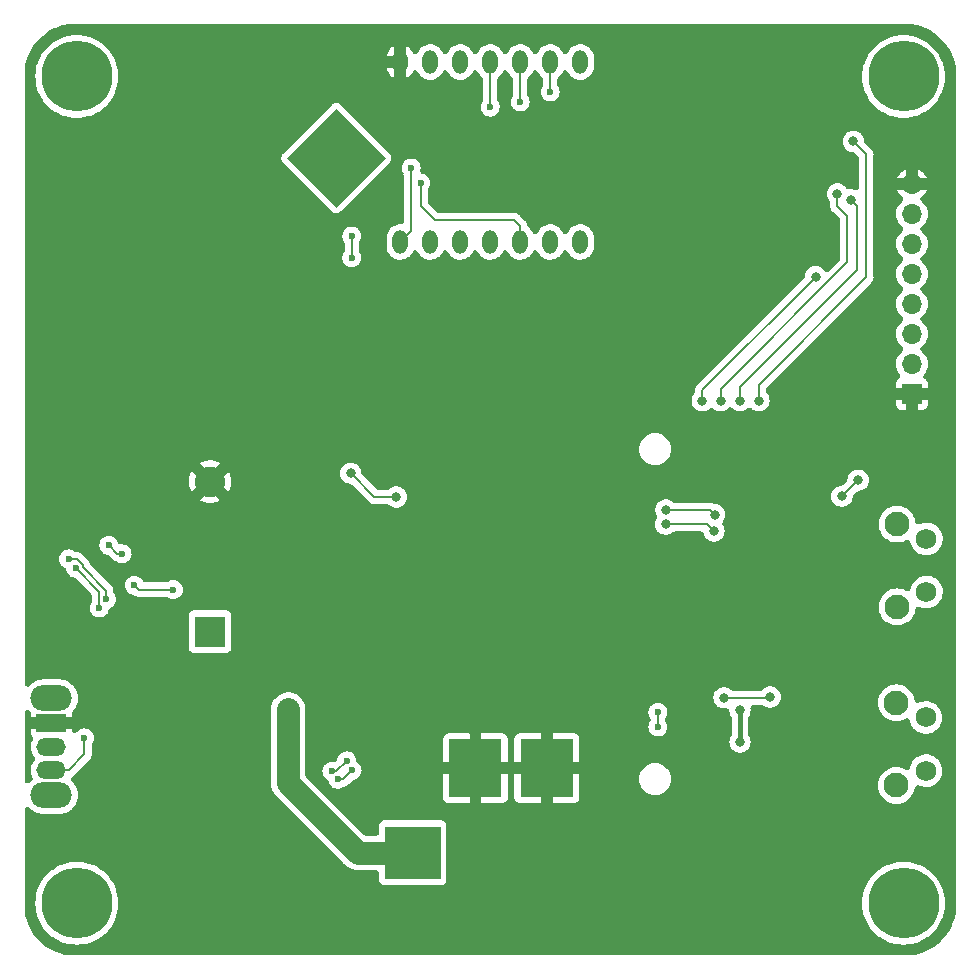
<source format=gbl>
G04 #@! TF.GenerationSoftware,KiCad,Pcbnew,6.0.10-86aedd382b~118~ubuntu22.04.1*
G04 #@! TF.CreationDate,2023-04-18T16:49:58-04:00*
G04 #@! TF.ProjectId,firstfpga-clock,66697273-7466-4706-9761-2d636c6f636b,rev?*
G04 #@! TF.SameCoordinates,Original*
G04 #@! TF.FileFunction,Copper,L2,Bot*
G04 #@! TF.FilePolarity,Positive*
%FSLAX46Y46*%
G04 Gerber Fmt 4.6, Leading zero omitted, Abs format (unit mm)*
G04 Created by KiCad (PCBNEW 6.0.10-86aedd382b~118~ubuntu22.04.1) date 2023-04-18 16:49:58*
%MOMM*%
%LPD*%
G01*
G04 APERTURE LIST*
G04 #@! TA.AperFunction,EtchedComponent*
%ADD10C,0.001000*%
G04 #@! TD*
G04 #@! TA.AperFunction,ComponentPad*
%ADD11C,6.000000*%
G04 #@! TD*
G04 #@! TA.AperFunction,ComponentPad*
%ADD12C,2.100000*%
G04 #@! TD*
G04 #@! TA.AperFunction,ComponentPad*
%ADD13C,1.750000*%
G04 #@! TD*
G04 #@! TA.AperFunction,ComponentPad*
%ADD14O,1.300000X2.000000*%
G04 #@! TD*
G04 #@! TA.AperFunction,ComponentPad*
%ADD15O,3.500000X2.200000*%
G04 #@! TD*
G04 #@! TA.AperFunction,ComponentPad*
%ADD16R,2.500000X1.500000*%
G04 #@! TD*
G04 #@! TA.AperFunction,ComponentPad*
%ADD17O,2.500000X1.500000*%
G04 #@! TD*
G04 #@! TA.AperFunction,ComponentPad*
%ADD18R,1.700000X1.700000*%
G04 #@! TD*
G04 #@! TA.AperFunction,ComponentPad*
%ADD19O,1.700000X1.700000*%
G04 #@! TD*
G04 #@! TA.AperFunction,SMDPad,CuDef*
%ADD20R,4.700000X4.500000*%
G04 #@! TD*
G04 #@! TA.AperFunction,SMDPad,CuDef*
%ADD21R,4.500000X4.900000*%
G04 #@! TD*
G04 #@! TA.AperFunction,ComponentPad*
%ADD22R,2.600000X2.600000*%
G04 #@! TD*
G04 #@! TA.AperFunction,ComponentPad*
%ADD23C,2.600000*%
G04 #@! TD*
G04 #@! TA.AperFunction,ViaPad*
%ADD24C,0.600000*%
G04 #@! TD*
G04 #@! TA.AperFunction,ViaPad*
%ADD25C,0.800000*%
G04 #@! TD*
G04 #@! TA.AperFunction,Conductor*
%ADD26C,0.203200*%
G04 #@! TD*
G04 #@! TA.AperFunction,Conductor*
%ADD27C,0.381000*%
G04 #@! TD*
G04 #@! TA.AperFunction,Conductor*
%ADD28C,1.905000*%
G04 #@! TD*
G04 APERTURE END LIST*
G36*
X186134260Y-46911471D02*
G01*
X181973260Y-51072471D01*
X177812260Y-46911471D01*
X181973260Y-42750471D01*
X186134260Y-46911471D01*
G37*
D10*
X186134260Y-46911471D02*
X181973260Y-51072471D01*
X177812260Y-46911471D01*
X181973260Y-42750471D01*
X186134260Y-46911471D01*
D11*
X230000000Y-110000000D03*
X160000000Y-40000000D03*
X230000000Y-40000000D03*
X160000000Y-110000000D03*
D12*
X229447500Y-77900000D03*
X229447500Y-84910000D03*
D13*
X231937500Y-79150000D03*
X231937500Y-83650000D03*
D14*
X202620000Y-38780000D03*
X200080000Y-38780000D03*
X197540000Y-38780000D03*
X195000000Y-38780000D03*
X192460000Y-38780000D03*
X189920000Y-38780000D03*
X187380000Y-38780000D03*
X187380000Y-54020000D03*
X189920000Y-54020000D03*
X192460000Y-54020000D03*
X195000000Y-54020000D03*
X197540000Y-54020000D03*
X200080000Y-54020000D03*
X202620000Y-54020000D03*
D15*
X157850000Y-92650000D03*
X157850000Y-100850000D03*
D16*
X157850000Y-94750000D03*
D17*
X157850000Y-96750000D03*
X157850000Y-98750000D03*
D18*
X230700000Y-66875000D03*
D19*
X230700000Y-64335000D03*
X230700000Y-61795000D03*
X230700000Y-59255000D03*
X230700000Y-56715000D03*
X230700000Y-54175000D03*
X230700000Y-51635000D03*
X230700000Y-49095000D03*
D12*
X229397500Y-93025000D03*
X229397500Y-100035000D03*
D13*
X231887500Y-94275000D03*
X231887500Y-98775000D03*
D20*
X188450000Y-105725000D03*
D21*
X193750000Y-98575000D03*
X199800000Y-98575000D03*
D22*
X171280000Y-87000000D03*
D23*
X171280000Y-74300000D03*
D24*
X169150000Y-81375000D03*
X226450000Y-61200000D03*
D25*
X222400000Y-41575000D03*
X220387500Y-75250000D03*
X177800000Y-85110000D03*
D24*
X226160000Y-85340000D03*
X164500000Y-76312500D03*
D25*
X222400000Y-36475000D03*
X164775000Y-98900000D03*
X195000000Y-95000000D03*
X222500000Y-77550000D03*
D24*
X162600000Y-81500000D03*
D25*
X168775000Y-99900000D03*
X170575000Y-101300000D03*
D24*
X226225000Y-96850000D03*
X169850000Y-81375000D03*
D25*
X170575000Y-99900000D03*
X195000000Y-75800000D03*
X212275000Y-88400000D03*
X175850000Y-98810000D03*
X172375000Y-98500000D03*
D24*
X225350000Y-98300000D03*
D25*
X168775000Y-101300000D03*
D24*
X225400000Y-89675000D03*
D25*
X168775000Y-102700000D03*
X172375000Y-99900000D03*
D24*
X162600000Y-82300000D03*
X157950000Y-75650000D03*
D25*
X168775000Y-98500000D03*
X174850000Y-98810000D03*
D24*
X161950000Y-94450000D03*
X164051100Y-84200000D03*
D25*
X222375000Y-46800000D03*
X170575000Y-98500000D03*
X220412500Y-76750000D03*
X222400000Y-51950000D03*
X176090000Y-85140000D03*
D24*
X159875000Y-78675000D03*
D25*
X165975000Y-98900000D03*
D24*
X168500000Y-88800000D03*
X159481250Y-84368750D03*
X171850000Y-81326100D03*
X164625000Y-78525000D03*
D25*
X213950000Y-88350000D03*
X170575000Y-102700000D03*
X172375000Y-101300000D03*
X172375000Y-102700000D03*
X211650000Y-93187500D03*
X216150000Y-93650000D03*
D24*
X163832606Y-80417478D03*
X162705127Y-79694789D03*
D25*
X216150000Y-96350000D03*
X212950000Y-67450000D03*
X222550000Y-56950000D03*
X224400000Y-49950000D03*
X214500000Y-67450000D03*
X225550000Y-50450000D03*
X216150000Y-67450000D03*
X225750000Y-45500000D03*
X217750000Y-67450000D03*
D24*
X188299958Y-47749958D03*
X189100000Y-49025000D03*
D25*
X224779601Y-75545400D03*
X226150000Y-74183494D03*
X209870000Y-77920000D03*
X213950000Y-78500000D03*
D24*
X182100000Y-99500000D03*
X183300042Y-98749958D03*
D25*
X214000000Y-77100000D03*
X209877748Y-76700000D03*
X177900000Y-96000000D03*
X177900000Y-94800000D03*
X177900000Y-93600000D03*
D24*
X162500000Y-84250000D03*
X159300042Y-80849958D03*
D25*
X187050000Y-75600000D03*
X183200000Y-73600000D03*
D24*
X168175000Y-83450000D03*
X164875000Y-83075000D03*
X200080000Y-41310000D03*
X195000000Y-42600000D03*
X183280000Y-55350000D03*
X197540000Y-42160000D03*
X183290000Y-53510000D03*
X181600000Y-98825000D03*
X159912853Y-81637147D03*
X161900000Y-85000000D03*
X182850000Y-97950000D03*
D25*
X214800000Y-92600000D03*
X218700000Y-92550000D03*
D24*
X209200000Y-93838900D03*
X209200000Y-95075000D03*
X160650000Y-96000000D03*
D26*
X163427816Y-80417478D02*
X163832606Y-80417478D01*
D27*
X216150000Y-96350000D02*
X216150000Y-93650000D01*
D26*
X162705127Y-79694789D02*
X163427816Y-80417478D01*
X212950000Y-66550000D02*
X212950000Y-67700000D01*
X222550000Y-56950000D02*
X212950000Y-66550000D01*
X225250000Y-55750000D02*
X214500000Y-66500000D01*
X224400000Y-51000000D02*
X225250000Y-51850000D01*
X224400000Y-49950000D02*
X224400000Y-51000000D01*
X214500000Y-66500000D02*
X214500000Y-67700000D01*
X225250000Y-51850000D02*
X225250000Y-55750000D01*
X226050000Y-56400000D02*
X216150000Y-66300000D01*
X225550000Y-50450000D02*
X226050000Y-50950000D01*
X216150000Y-66300000D02*
X216150000Y-67700000D01*
X226050000Y-50950000D02*
X226050000Y-56400000D01*
X225750000Y-45500000D02*
X226850000Y-46600000D01*
X226850000Y-57000000D02*
X217750000Y-66100000D01*
X217750000Y-66100000D02*
X217750000Y-67700000D01*
X226850000Y-46600000D02*
X226850000Y-57000000D01*
X188299958Y-47749958D02*
X188299958Y-53099958D01*
X188300000Y-53100000D02*
X187380000Y-54020000D01*
X188299958Y-53099958D02*
X188300000Y-53100000D01*
X197050000Y-52175000D02*
X197540000Y-52665000D01*
X189100000Y-49025000D02*
X189100000Y-50950000D01*
X190325000Y-52175000D02*
X197050000Y-52175000D01*
X197540000Y-52665000D02*
X197540000Y-54020000D01*
X189100000Y-50950000D02*
X190325000Y-52175000D01*
X224779601Y-75545400D02*
X224788094Y-75545400D01*
X224788094Y-75545400D02*
X226150000Y-74183494D01*
X213950000Y-78500000D02*
X213370000Y-77920000D01*
X213370000Y-77920000D02*
X209870000Y-77920000D01*
X183300042Y-98749958D02*
X182550000Y-99500000D01*
X182550000Y-99500000D02*
X182100000Y-99500000D01*
X213600000Y-76700000D02*
X209877748Y-76700000D01*
X214000000Y-77100000D02*
X213600000Y-76700000D01*
D28*
X177900000Y-99850000D02*
X177900000Y-93600000D01*
X183775000Y-105725000D02*
X177900000Y-99850000D01*
X188450000Y-105725000D02*
X183775000Y-105725000D01*
D26*
X162500000Y-83550000D02*
X162500000Y-84250000D01*
X160514453Y-81387956D02*
X160514453Y-81564453D01*
X159976455Y-80849958D02*
X160514453Y-81387956D01*
X159300042Y-80849958D02*
X159976455Y-80849958D01*
X160514453Y-81564453D02*
X162500000Y-83550000D01*
X183200000Y-73600000D02*
X185200000Y-75600000D01*
X185200000Y-75600000D02*
X187050000Y-75600000D01*
X165250000Y-83450000D02*
X164875000Y-83075000D01*
X168175000Y-83450000D02*
X165250000Y-83450000D01*
X200080000Y-41310000D02*
X200080000Y-38780000D01*
X195000000Y-42600000D02*
X195000000Y-38780000D01*
X183290000Y-55340000D02*
X183280000Y-55350000D01*
X183290000Y-53510000D02*
X183290000Y-55340000D01*
X197540000Y-42160000D02*
X197540000Y-38780000D01*
X161900000Y-84500791D02*
X161900000Y-85000000D01*
X181975000Y-98825000D02*
X181600000Y-98825000D01*
X161898400Y-84000809D02*
X161898400Y-84499191D01*
X182850000Y-97950000D02*
X181975000Y-98825000D01*
X161900000Y-83999209D02*
X161898400Y-84000809D01*
X159912853Y-81637147D02*
X161900000Y-83624294D01*
X161898400Y-84499191D02*
X161900000Y-84500791D01*
X161900000Y-83624294D02*
X161900000Y-83999209D01*
X214800000Y-92600000D02*
X218650000Y-92600000D01*
X209200000Y-95075000D02*
X209200000Y-93838900D01*
X218650000Y-92600000D02*
X218700000Y-92550000D01*
X160650000Y-96000000D02*
X160650000Y-97400000D01*
X160650000Y-97400000D02*
X159300000Y-98750000D01*
X159300000Y-98750000D02*
X157850000Y-98750000D01*
G04 #@! TA.AperFunction,Conductor*
G36*
X230837912Y-35581402D02*
G01*
X231067302Y-35632256D01*
X231153942Y-35651464D01*
X231174923Y-35657086D01*
X231528554Y-35768585D01*
X231548967Y-35776015D01*
X231891520Y-35917905D01*
X231911207Y-35927085D01*
X232240110Y-36098301D01*
X232258923Y-36109163D01*
X232571637Y-36308384D01*
X232589430Y-36320843D01*
X232883600Y-36546567D01*
X232900239Y-36560528D01*
X233173619Y-36811035D01*
X233188965Y-36826381D01*
X233312647Y-36961356D01*
X233439470Y-37099759D01*
X233453433Y-37116400D01*
X233679157Y-37410570D01*
X233691616Y-37428363D01*
X233890837Y-37741077D01*
X233901699Y-37759890D01*
X234072915Y-38088793D01*
X234082095Y-38108480D01*
X234223985Y-38451033D01*
X234231415Y-38471446D01*
X234342914Y-38825077D01*
X234348536Y-38846058D01*
X234418598Y-39162087D01*
X234424500Y-39215981D01*
X234424500Y-110784019D01*
X234418598Y-110837913D01*
X234348536Y-111153942D01*
X234342914Y-111174923D01*
X234231415Y-111528554D01*
X234223985Y-111548967D01*
X234082095Y-111891520D01*
X234072915Y-111911207D01*
X233901699Y-112240110D01*
X233890837Y-112258923D01*
X233691616Y-112571637D01*
X233679157Y-112589430D01*
X233453433Y-112883600D01*
X233439472Y-112900239D01*
X233188965Y-113173619D01*
X233173619Y-113188965D01*
X232900241Y-113439470D01*
X232883600Y-113453433D01*
X232589430Y-113679157D01*
X232571637Y-113691616D01*
X232258923Y-113890837D01*
X232240110Y-113901699D01*
X231911207Y-114072915D01*
X231891520Y-114082095D01*
X231548967Y-114223985D01*
X231528554Y-114231415D01*
X231174923Y-114342914D01*
X231153941Y-114348536D01*
X230837912Y-114418598D01*
X230784019Y-114424500D01*
X159215981Y-114424500D01*
X159162088Y-114418598D01*
X158846059Y-114348536D01*
X158825077Y-114342914D01*
X158471446Y-114231415D01*
X158451033Y-114223985D01*
X158108480Y-114082095D01*
X158088793Y-114072915D01*
X157759890Y-113901699D01*
X157741077Y-113890837D01*
X157428363Y-113691616D01*
X157410570Y-113679157D01*
X157116400Y-113453433D01*
X157099759Y-113439470D01*
X156826381Y-113188965D01*
X156811035Y-113173619D01*
X156560528Y-112900239D01*
X156546567Y-112883600D01*
X156320843Y-112589430D01*
X156308384Y-112571637D01*
X156109163Y-112258923D01*
X156098301Y-112240110D01*
X155927085Y-111911207D01*
X155917905Y-111891520D01*
X155776015Y-111548967D01*
X155768585Y-111528554D01*
X155657086Y-111174923D01*
X155651464Y-111153942D01*
X155581402Y-110837913D01*
X155575500Y-110784019D01*
X155575500Y-110000000D01*
X156494696Y-110000000D01*
X156513898Y-110366404D01*
X156571295Y-110728794D01*
X156572987Y-110735107D01*
X156572987Y-110735109D01*
X156593400Y-110811290D01*
X156666258Y-111083199D01*
X156668588Y-111089270D01*
X156668591Y-111089278D01*
X156697488Y-111164556D01*
X156797745Y-111425736D01*
X156964318Y-111752652D01*
X156967868Y-111758119D01*
X156967870Y-111758122D01*
X157061027Y-111901571D01*
X157164149Y-112060366D01*
X157395051Y-112345506D01*
X157654494Y-112604949D01*
X157939634Y-112835851D01*
X157945104Y-112839403D01*
X157945105Y-112839404D01*
X158026440Y-112892223D01*
X158247348Y-113035682D01*
X158574264Y-113202255D01*
X158695320Y-113248724D01*
X158910722Y-113331409D01*
X158910730Y-113331412D01*
X158916801Y-113333742D01*
X159271206Y-113428705D01*
X159277657Y-113429727D01*
X159277663Y-113429728D01*
X159427332Y-113453433D01*
X159633596Y-113486102D01*
X159640095Y-113486443D01*
X159640099Y-113486443D01*
X159993493Y-113504963D01*
X160000000Y-113505304D01*
X160006507Y-113504963D01*
X160359901Y-113486443D01*
X160359905Y-113486443D01*
X160366404Y-113486102D01*
X160572668Y-113453433D01*
X160722337Y-113429728D01*
X160722343Y-113429727D01*
X160728794Y-113428705D01*
X161083199Y-113333742D01*
X161089270Y-113331412D01*
X161089278Y-113331409D01*
X161304680Y-113248724D01*
X161425736Y-113202255D01*
X161752652Y-113035682D01*
X161973561Y-112892223D01*
X162054895Y-112839404D01*
X162054896Y-112839403D01*
X162060366Y-112835851D01*
X162345506Y-112604949D01*
X162604949Y-112345506D01*
X162835851Y-112060366D01*
X162938973Y-111901571D01*
X163032130Y-111758122D01*
X163032132Y-111758119D01*
X163035682Y-111752652D01*
X163202255Y-111425736D01*
X163302512Y-111164556D01*
X163331409Y-111089278D01*
X163331412Y-111089270D01*
X163333742Y-111083199D01*
X163406600Y-110811290D01*
X163427013Y-110735109D01*
X163427013Y-110735107D01*
X163428705Y-110728794D01*
X163486102Y-110366404D01*
X163505304Y-110000000D01*
X226494696Y-110000000D01*
X226513898Y-110366404D01*
X226571295Y-110728794D01*
X226572987Y-110735107D01*
X226572987Y-110735109D01*
X226593400Y-110811290D01*
X226666258Y-111083199D01*
X226668588Y-111089270D01*
X226668591Y-111089278D01*
X226697488Y-111164556D01*
X226797745Y-111425736D01*
X226964318Y-111752652D01*
X226967868Y-111758119D01*
X226967870Y-111758122D01*
X227061027Y-111901571D01*
X227164149Y-112060366D01*
X227395051Y-112345506D01*
X227654494Y-112604949D01*
X227939634Y-112835851D01*
X227945104Y-112839403D01*
X227945105Y-112839404D01*
X228026440Y-112892223D01*
X228247348Y-113035682D01*
X228574264Y-113202255D01*
X228695320Y-113248724D01*
X228910722Y-113331409D01*
X228910730Y-113331412D01*
X228916801Y-113333742D01*
X229271206Y-113428705D01*
X229277657Y-113429727D01*
X229277663Y-113429728D01*
X229427332Y-113453433D01*
X229633596Y-113486102D01*
X229640095Y-113486443D01*
X229640099Y-113486443D01*
X229993493Y-113504963D01*
X230000000Y-113505304D01*
X230006507Y-113504963D01*
X230359901Y-113486443D01*
X230359905Y-113486443D01*
X230366404Y-113486102D01*
X230572668Y-113453433D01*
X230722337Y-113429728D01*
X230722343Y-113429727D01*
X230728794Y-113428705D01*
X231083199Y-113333742D01*
X231089270Y-113331412D01*
X231089278Y-113331409D01*
X231304680Y-113248724D01*
X231425736Y-113202255D01*
X231752652Y-113035682D01*
X231973561Y-112892223D01*
X232054895Y-112839404D01*
X232054896Y-112839403D01*
X232060366Y-112835851D01*
X232345506Y-112604949D01*
X232604949Y-112345506D01*
X232835851Y-112060366D01*
X232938973Y-111901571D01*
X233032130Y-111758122D01*
X233032132Y-111758119D01*
X233035682Y-111752652D01*
X233202255Y-111425736D01*
X233302512Y-111164556D01*
X233331409Y-111089278D01*
X233331412Y-111089270D01*
X233333742Y-111083199D01*
X233406600Y-110811290D01*
X233427013Y-110735109D01*
X233427013Y-110735107D01*
X233428705Y-110728794D01*
X233486102Y-110366404D01*
X233505304Y-110000000D01*
X233486102Y-109633596D01*
X233428705Y-109271206D01*
X233333742Y-108916801D01*
X233202255Y-108574264D01*
X233035682Y-108247348D01*
X233025728Y-108232019D01*
X232839404Y-107945105D01*
X232839403Y-107945104D01*
X232835851Y-107939634D01*
X232604949Y-107654494D01*
X232345506Y-107395051D01*
X232060366Y-107164149D01*
X232054895Y-107160596D01*
X231758122Y-106967870D01*
X231758119Y-106967868D01*
X231752652Y-106964318D01*
X231425736Y-106797745D01*
X231304680Y-106751276D01*
X231089278Y-106668591D01*
X231089270Y-106668588D01*
X231083199Y-106666258D01*
X230728794Y-106571295D01*
X230722343Y-106570273D01*
X230722337Y-106570272D01*
X230550170Y-106543004D01*
X230366404Y-106513898D01*
X230359905Y-106513557D01*
X230359901Y-106513557D01*
X230006507Y-106495037D01*
X230000000Y-106494696D01*
X229993493Y-106495037D01*
X229640099Y-106513557D01*
X229640095Y-106513557D01*
X229633596Y-106513898D01*
X229449830Y-106543004D01*
X229277663Y-106570272D01*
X229277657Y-106570273D01*
X229271206Y-106571295D01*
X228916801Y-106666258D01*
X228910730Y-106668588D01*
X228910722Y-106668591D01*
X228695320Y-106751276D01*
X228574264Y-106797745D01*
X228247348Y-106964318D01*
X228241881Y-106967868D01*
X228241878Y-106967870D01*
X227945105Y-107160596D01*
X227939634Y-107164149D01*
X227654494Y-107395051D01*
X227395051Y-107654494D01*
X227164149Y-107939634D01*
X227160597Y-107945104D01*
X227160596Y-107945105D01*
X226974273Y-108232019D01*
X226964318Y-108247348D01*
X226797745Y-108574264D01*
X226666258Y-108916801D01*
X226571295Y-109271206D01*
X226513898Y-109633596D01*
X226494696Y-110000000D01*
X163505304Y-110000000D01*
X163486102Y-109633596D01*
X163428705Y-109271206D01*
X163333742Y-108916801D01*
X163202255Y-108574264D01*
X163035682Y-108247348D01*
X163025728Y-108232019D01*
X162839404Y-107945105D01*
X162839403Y-107945104D01*
X162835851Y-107939634D01*
X162604949Y-107654494D01*
X162345506Y-107395051D01*
X162060366Y-107164149D01*
X162054895Y-107160596D01*
X161758122Y-106967870D01*
X161758119Y-106967868D01*
X161752652Y-106964318D01*
X161425736Y-106797745D01*
X161304680Y-106751276D01*
X161089278Y-106668591D01*
X161089270Y-106668588D01*
X161083199Y-106666258D01*
X160728794Y-106571295D01*
X160722343Y-106570273D01*
X160722337Y-106570272D01*
X160550170Y-106543004D01*
X160366404Y-106513898D01*
X160359905Y-106513557D01*
X160359901Y-106513557D01*
X160006507Y-106495037D01*
X160000000Y-106494696D01*
X159993493Y-106495037D01*
X159640099Y-106513557D01*
X159640095Y-106513557D01*
X159633596Y-106513898D01*
X159449830Y-106543004D01*
X159277663Y-106570272D01*
X159277657Y-106570273D01*
X159271206Y-106571295D01*
X158916801Y-106666258D01*
X158910730Y-106668588D01*
X158910722Y-106668591D01*
X158695320Y-106751276D01*
X158574264Y-106797745D01*
X158247348Y-106964318D01*
X158241881Y-106967868D01*
X158241878Y-106967870D01*
X157945105Y-107160596D01*
X157939634Y-107164149D01*
X157654494Y-107395051D01*
X157395051Y-107654494D01*
X157164149Y-107939634D01*
X157160597Y-107945104D01*
X157160596Y-107945105D01*
X156974273Y-108232019D01*
X156964318Y-108247348D01*
X156797745Y-108574264D01*
X156666258Y-108916801D01*
X156571295Y-109271206D01*
X156513898Y-109633596D01*
X156494696Y-110000000D01*
X155575500Y-110000000D01*
X155575500Y-102087300D01*
X155594454Y-101992012D01*
X155648430Y-101911230D01*
X155729212Y-101857254D01*
X155824500Y-101838300D01*
X155919788Y-101857254D01*
X156000570Y-101911230D01*
X156013841Y-101925587D01*
X156064776Y-101985224D01*
X156072218Y-101991580D01*
X156184292Y-102087300D01*
X156256341Y-102148836D01*
X156366863Y-102216564D01*
X156462790Y-102275349D01*
X156462795Y-102275352D01*
X156471141Y-102280466D01*
X156703889Y-102376873D01*
X156713396Y-102379156D01*
X156713401Y-102379157D01*
X156815855Y-102403754D01*
X156948852Y-102435683D01*
X157137118Y-102450500D01*
X158562882Y-102450500D01*
X158751148Y-102435683D01*
X158884145Y-102403754D01*
X158986599Y-102379157D01*
X158986604Y-102379156D01*
X158996111Y-102376873D01*
X159228859Y-102280466D01*
X159237205Y-102275352D01*
X159237210Y-102275349D01*
X159333137Y-102216564D01*
X159443659Y-102148836D01*
X159515709Y-102087300D01*
X159627782Y-101991580D01*
X159635224Y-101985224D01*
X159798836Y-101793659D01*
X159923459Y-101590294D01*
X159925349Y-101587210D01*
X159925352Y-101587205D01*
X159930466Y-101578859D01*
X160026873Y-101346111D01*
X160049714Y-101250973D01*
X160053754Y-101234145D01*
X160085683Y-101101148D01*
X160105449Y-100850000D01*
X160085683Y-100598852D01*
X160037180Y-100396819D01*
X160029157Y-100363401D01*
X160029156Y-100363396D01*
X160026873Y-100353889D01*
X159930466Y-100121141D01*
X159925352Y-100112795D01*
X159925349Y-100112790D01*
X159843732Y-99979605D01*
X159798836Y-99906341D01*
X159791583Y-99897848D01*
X159676865Y-99763532D01*
X176444586Y-99763532D01*
X176444818Y-99773749D01*
X176446936Y-99867081D01*
X176447000Y-99872730D01*
X176447000Y-99910571D01*
X176447419Y-99915667D01*
X176447669Y-99918710D01*
X176448443Y-99933467D01*
X176450007Y-100002400D01*
X176451904Y-100012438D01*
X176451904Y-100012441D01*
X176455626Y-100032141D01*
X176459117Y-100057964D01*
X176460759Y-100077930D01*
X176460760Y-100077938D01*
X176461598Y-100088126D01*
X176478093Y-100153793D01*
X176478396Y-100155001D01*
X176481562Y-100169398D01*
X176494369Y-100237176D01*
X176497880Y-100246770D01*
X176504766Y-100265586D01*
X176512426Y-100290485D01*
X176519804Y-100319857D01*
X176523877Y-100329225D01*
X176523878Y-100329227D01*
X176547303Y-100383100D01*
X176552790Y-100396819D01*
X176576479Y-100461553D01*
X176581507Y-100470441D01*
X176581508Y-100470442D01*
X176591378Y-100487887D01*
X176603007Y-100511211D01*
X176604921Y-100515612D01*
X176615077Y-100538970D01*
X176620626Y-100547547D01*
X176620629Y-100547553D01*
X176652532Y-100596866D01*
X176660176Y-100609487D01*
X176694133Y-100669506D01*
X176700545Y-100677452D01*
X176700550Y-100677460D01*
X176713144Y-100693068D01*
X176728427Y-100714181D01*
X176744858Y-100739579D01*
X176751741Y-100747143D01*
X176791252Y-100790566D01*
X176800853Y-100801767D01*
X176817313Y-100822166D01*
X176843061Y-100847914D01*
X176851160Y-100856404D01*
X176905660Y-100916299D01*
X176921747Y-100929004D01*
X176943481Y-100948334D01*
X182662473Y-106667326D01*
X182672606Y-106678080D01*
X182678590Y-106684820D01*
X182684725Y-106692991D01*
X182692110Y-106700048D01*
X182759580Y-106764524D01*
X182763620Y-106768473D01*
X182790404Y-106795257D01*
X182794286Y-106798549D01*
X182796636Y-106800542D01*
X182807617Y-106810429D01*
X182857463Y-106858063D01*
X182882469Y-106875121D01*
X182903191Y-106890907D01*
X182926277Y-106910485D01*
X182965857Y-106934173D01*
X182985447Y-106945898D01*
X182997889Y-106953855D01*
X183016884Y-106966812D01*
X183054843Y-106992706D01*
X183082292Y-107005448D01*
X183105316Y-107017639D01*
X183122523Y-107027937D01*
X183122530Y-107027940D01*
X183131293Y-107033185D01*
X183140799Y-107036929D01*
X183140802Y-107036931D01*
X183195438Y-107058453D01*
X183209015Y-107064271D01*
X183262296Y-107089003D01*
X183271562Y-107093304D01*
X183281404Y-107096033D01*
X183281411Y-107096036D01*
X183300719Y-107101390D01*
X183325437Y-107109660D01*
X183344090Y-107117008D01*
X183344093Y-107117009D01*
X183353598Y-107120753D01*
X183421025Y-107135208D01*
X183435361Y-107138730D01*
X183458290Y-107145088D01*
X183491946Y-107154422D01*
X183491949Y-107154423D01*
X183501802Y-107157155D01*
X183511968Y-107158241D01*
X183511971Y-107158242D01*
X183527591Y-107159911D01*
X183531897Y-107160371D01*
X183557628Y-107164492D01*
X183572176Y-107167611D01*
X183575180Y-107168255D01*
X183587219Y-107170836D01*
X183656103Y-107174085D01*
X183670797Y-107175216D01*
X183696850Y-107178000D01*
X183733241Y-107178000D01*
X183744971Y-107178276D01*
X183825883Y-107182092D01*
X183836016Y-107180902D01*
X183836034Y-107180901D01*
X183846245Y-107179701D01*
X183875296Y-107178000D01*
X185350501Y-107178000D01*
X185445789Y-107196954D01*
X185526571Y-107250930D01*
X185580547Y-107331712D01*
X185599501Y-107427000D01*
X185599501Y-108022376D01*
X185606149Y-108083580D01*
X185656474Y-108217824D01*
X185742454Y-108332546D01*
X185857176Y-108418526D01*
X185873787Y-108424753D01*
X185976804Y-108463372D01*
X185976805Y-108463372D01*
X185991420Y-108468851D01*
X186052623Y-108475500D01*
X188448398Y-108475500D01*
X190847376Y-108475499D01*
X190908580Y-108468851D01*
X191042824Y-108418526D01*
X191157546Y-108332546D01*
X191243526Y-108217824D01*
X191293851Y-108083580D01*
X191300500Y-108022377D01*
X191300499Y-103427624D01*
X191293851Y-103366420D01*
X191243526Y-103232176D01*
X191157546Y-103117454D01*
X191042824Y-103031474D01*
X190996288Y-103014029D01*
X190923196Y-102986628D01*
X190923195Y-102986628D01*
X190908580Y-102981149D01*
X190847377Y-102974500D01*
X188451602Y-102974500D01*
X186052624Y-102974501D01*
X185991420Y-102981149D01*
X185857176Y-103031474D01*
X185742454Y-103117454D01*
X185656474Y-103232176D01*
X185606149Y-103366420D01*
X185599500Y-103427623D01*
X185599500Y-104023000D01*
X185580546Y-104118288D01*
X185526570Y-104199070D01*
X185445788Y-104253046D01*
X185350500Y-104272000D01*
X184479993Y-104272000D01*
X184384705Y-104253046D01*
X184303923Y-104199070D01*
X181170445Y-101065593D01*
X191000000Y-101065593D01*
X191000727Y-101079028D01*
X191004956Y-101117955D01*
X191012122Y-101148089D01*
X191050691Y-101250973D01*
X191067554Y-101281774D01*
X191132171Y-101367992D01*
X191157008Y-101392829D01*
X191243226Y-101457446D01*
X191274027Y-101474309D01*
X191376911Y-101512878D01*
X191407045Y-101520044D01*
X191445972Y-101524273D01*
X191459407Y-101525000D01*
X193225473Y-101525000D01*
X193245931Y-101520931D01*
X193250000Y-101500473D01*
X194250000Y-101500473D01*
X194254069Y-101520931D01*
X194274527Y-101525000D01*
X196040593Y-101525000D01*
X196054028Y-101524273D01*
X196092955Y-101520044D01*
X196123089Y-101512878D01*
X196225973Y-101474309D01*
X196256774Y-101457446D01*
X196342992Y-101392829D01*
X196367829Y-101367992D01*
X196432446Y-101281774D01*
X196449309Y-101250973D01*
X196487878Y-101148089D01*
X196495044Y-101117955D01*
X196499273Y-101079028D01*
X196500000Y-101065593D01*
X197050000Y-101065593D01*
X197050727Y-101079028D01*
X197054956Y-101117955D01*
X197062122Y-101148089D01*
X197100691Y-101250973D01*
X197117554Y-101281774D01*
X197182171Y-101367992D01*
X197207008Y-101392829D01*
X197293226Y-101457446D01*
X197324027Y-101474309D01*
X197426911Y-101512878D01*
X197457045Y-101520044D01*
X197495972Y-101524273D01*
X197509407Y-101525000D01*
X199275473Y-101525000D01*
X199295931Y-101520931D01*
X199300000Y-101500473D01*
X200300000Y-101500473D01*
X200304069Y-101520931D01*
X200324527Y-101525000D01*
X202090593Y-101525000D01*
X202104028Y-101524273D01*
X202142955Y-101520044D01*
X202173089Y-101512878D01*
X202275973Y-101474309D01*
X202306774Y-101457446D01*
X202392992Y-101392829D01*
X202417829Y-101367992D01*
X202482446Y-101281774D01*
X202499309Y-101250973D01*
X202537878Y-101148089D01*
X202545044Y-101117955D01*
X202549273Y-101079028D01*
X202550000Y-101065593D01*
X202550000Y-99470000D01*
X207614341Y-99470000D01*
X207615289Y-99480835D01*
X207631074Y-99661250D01*
X207634937Y-99705408D01*
X207696097Y-99933663D01*
X207700691Y-99943514D01*
X207700693Y-99943520D01*
X207752781Y-100055221D01*
X207795965Y-100147829D01*
X207931505Y-100341401D01*
X208098599Y-100508495D01*
X208292171Y-100644035D01*
X208302027Y-100648631D01*
X208496480Y-100739307D01*
X208496484Y-100739309D01*
X208506337Y-100743903D01*
X208734592Y-100805063D01*
X208745425Y-100806011D01*
X208745426Y-100806011D01*
X208796072Y-100810442D01*
X208911034Y-100820500D01*
X209028966Y-100820500D01*
X209143928Y-100810442D01*
X209194574Y-100806011D01*
X209194575Y-100806011D01*
X209205408Y-100805063D01*
X209433663Y-100743903D01*
X209443516Y-100739309D01*
X209443520Y-100739307D01*
X209637973Y-100648631D01*
X209647829Y-100644035D01*
X209841401Y-100508495D01*
X210008495Y-100341401D01*
X210014733Y-100332493D01*
X210137804Y-100156729D01*
X210137805Y-100156728D01*
X210144035Y-100147830D01*
X210148632Y-100137973D01*
X210196649Y-100035000D01*
X227842206Y-100035000D01*
X227861354Y-100278302D01*
X227863637Y-100287812D01*
X227863638Y-100287817D01*
X227905349Y-100461553D01*
X227918328Y-100515612D01*
X228011723Y-100741089D01*
X228016837Y-100749435D01*
X228016840Y-100749440D01*
X228045390Y-100796029D01*
X228139241Y-100949179D01*
X228297741Y-101134759D01*
X228483321Y-101293259D01*
X228554045Y-101336599D01*
X228683060Y-101415660D01*
X228683065Y-101415663D01*
X228691411Y-101420777D01*
X228916888Y-101514172D01*
X228926393Y-101516454D01*
X229144683Y-101568862D01*
X229144688Y-101568863D01*
X229154198Y-101571146D01*
X229163955Y-101571914D01*
X229163956Y-101571914D01*
X229387741Y-101589526D01*
X229397500Y-101590294D01*
X229407259Y-101589526D01*
X229631044Y-101571914D01*
X229631045Y-101571914D01*
X229640802Y-101571146D01*
X229650312Y-101568863D01*
X229650317Y-101568862D01*
X229868607Y-101516454D01*
X229878112Y-101514172D01*
X230103589Y-101420777D01*
X230111935Y-101415663D01*
X230111940Y-101415660D01*
X230240955Y-101336599D01*
X230311679Y-101293259D01*
X230497259Y-101134759D01*
X230655759Y-100949179D01*
X230749610Y-100796029D01*
X230778160Y-100749440D01*
X230778163Y-100749435D01*
X230783277Y-100741089D01*
X230876672Y-100515612D01*
X230889651Y-100461553D01*
X230931362Y-100287817D01*
X230931363Y-100287812D01*
X230933646Y-100278302D01*
X230936128Y-100246770D01*
X230937839Y-100225026D01*
X230964211Y-100131519D01*
X231024359Y-100055221D01*
X231109127Y-100007750D01*
X231205608Y-99996331D01*
X231289873Y-100018988D01*
X231291129Y-100019722D01*
X231356695Y-100044759D01*
X231492884Y-100096765D01*
X231492888Y-100096766D01*
X231502433Y-100100411D01*
X231563278Y-100112790D01*
X231714064Y-100143468D01*
X231714066Y-100143468D01*
X231724077Y-100145505D01*
X231818580Y-100148970D01*
X231939898Y-100153419D01*
X231939904Y-100153419D01*
X231950111Y-100153793D01*
X231960242Y-100152495D01*
X231960247Y-100152495D01*
X232079463Y-100137223D01*
X232174463Y-100125053D01*
X232184247Y-100122118D01*
X232184250Y-100122117D01*
X232381319Y-100062993D01*
X232381321Y-100062992D01*
X232391108Y-100060056D01*
X232400283Y-100055561D01*
X232400286Y-100055560D01*
X232529644Y-99992188D01*
X232594229Y-99960548D01*
X232778370Y-99829202D01*
X232938586Y-99669544D01*
X232965395Y-99632236D01*
X233021334Y-99554388D01*
X233070574Y-99485863D01*
X233086657Y-99453323D01*
X233152016Y-99321078D01*
X233170791Y-99283091D01*
X233211322Y-99149687D01*
X233233572Y-99076453D01*
X233233573Y-99076449D01*
X233236543Y-99066673D01*
X233266066Y-98842423D01*
X233267714Y-98775000D01*
X233249181Y-98549575D01*
X233194079Y-98330204D01*
X233103887Y-98122779D01*
X233084787Y-98093255D01*
X232986581Y-97941450D01*
X232986577Y-97941444D01*
X232981029Y-97932869D01*
X232964600Y-97914813D01*
X232835676Y-97773127D01*
X232835674Y-97773125D01*
X232828804Y-97765575D01*
X232651299Y-97625390D01*
X232498423Y-97540998D01*
X232462228Y-97521017D01*
X232462224Y-97521015D01*
X232453282Y-97516079D01*
X232443656Y-97512670D01*
X232443651Y-97512668D01*
X232249705Y-97443989D01*
X232249706Y-97443989D01*
X232240070Y-97440577D01*
X232210055Y-97435231D01*
X232027453Y-97402703D01*
X232027447Y-97402702D01*
X232017390Y-97400911D01*
X232007169Y-97400786D01*
X232007168Y-97400786D01*
X231878719Y-97399217D01*
X231791221Y-97398148D01*
X231567638Y-97432361D01*
X231557921Y-97435537D01*
X231542501Y-97440577D01*
X231352646Y-97502632D01*
X231152017Y-97607072D01*
X231087738Y-97655335D01*
X230979317Y-97736739D01*
X230979313Y-97736742D01*
X230971140Y-97742879D01*
X230814872Y-97906403D01*
X230687411Y-98093255D01*
X230675008Y-98119975D01*
X230640980Y-98193283D01*
X230592179Y-98298415D01*
X230589450Y-98308254D01*
X230589450Y-98308255D01*
X230541849Y-98479899D01*
X230531733Y-98516374D01*
X230531395Y-98519539D01*
X230496029Y-98606852D01*
X230427872Y-98676088D01*
X230338407Y-98713971D01*
X230241255Y-98714733D01*
X230157812Y-98682451D01*
X230111940Y-98654340D01*
X230111935Y-98654337D01*
X230103589Y-98649223D01*
X229878112Y-98555828D01*
X229852067Y-98549575D01*
X229650317Y-98501138D01*
X229650312Y-98501137D01*
X229640802Y-98498854D01*
X229631045Y-98498086D01*
X229631044Y-98498086D01*
X229407259Y-98480474D01*
X229397500Y-98479706D01*
X229387741Y-98480474D01*
X229163956Y-98498086D01*
X229163955Y-98498086D01*
X229154198Y-98498854D01*
X229144688Y-98501137D01*
X229144683Y-98501138D01*
X228942933Y-98549575D01*
X228916888Y-98555828D01*
X228691411Y-98649223D01*
X228683065Y-98654337D01*
X228683060Y-98654340D01*
X228585752Y-98713971D01*
X228483321Y-98776741D01*
X228297741Y-98935241D01*
X228139241Y-99120821D01*
X228111267Y-99166470D01*
X228016840Y-99320560D01*
X228016837Y-99320565D01*
X228011723Y-99328911D01*
X227918328Y-99554388D01*
X227916046Y-99563893D01*
X227865504Y-99774413D01*
X227861354Y-99791698D01*
X227860586Y-99801455D01*
X227860586Y-99801456D01*
X227845575Y-99992188D01*
X227842206Y-100035000D01*
X210196649Y-100035000D01*
X210243903Y-99933663D01*
X210246718Y-99923160D01*
X210289489Y-99763532D01*
X210305063Y-99705408D01*
X210308927Y-99661250D01*
X210324711Y-99480835D01*
X210325659Y-99470000D01*
X210315586Y-99354868D01*
X210306011Y-99245426D01*
X210306011Y-99245425D01*
X210305063Y-99234592D01*
X210243903Y-99006337D01*
X210237445Y-98992486D01*
X210148631Y-98802027D01*
X210144035Y-98792171D01*
X210134372Y-98778370D01*
X210108399Y-98741278D01*
X210008495Y-98598599D01*
X209841401Y-98431505D01*
X209647829Y-98295965D01*
X209573675Y-98261386D01*
X209443520Y-98200693D01*
X209443516Y-98200691D01*
X209433663Y-98196097D01*
X209205408Y-98134937D01*
X209194575Y-98133989D01*
X209194574Y-98133989D01*
X209143928Y-98129558D01*
X209028966Y-98119500D01*
X208911034Y-98119500D01*
X208796072Y-98129558D01*
X208745426Y-98133989D01*
X208745425Y-98133989D01*
X208734592Y-98134937D01*
X208506337Y-98196097D01*
X208496484Y-98200691D01*
X208496480Y-98200693D01*
X208366325Y-98261386D01*
X208292171Y-98295965D01*
X208098599Y-98431505D01*
X207931505Y-98598599D01*
X207925275Y-98607497D01*
X207925272Y-98607500D01*
X207805628Y-98778370D01*
X207795965Y-98792170D01*
X207791374Y-98802015D01*
X207791373Y-98802017D01*
X207769471Y-98848986D01*
X207696097Y-99006337D01*
X207693284Y-99016835D01*
X207693283Y-99016838D01*
X207679930Y-99066673D01*
X207634937Y-99234592D01*
X207633989Y-99245425D01*
X207633989Y-99245426D01*
X207624414Y-99354868D01*
X207614341Y-99470000D01*
X202550000Y-99470000D01*
X202550000Y-99099527D01*
X202545931Y-99079069D01*
X202525473Y-99075000D01*
X200324527Y-99075000D01*
X200304069Y-99079069D01*
X200300000Y-99099527D01*
X200300000Y-101500473D01*
X199300000Y-101500473D01*
X199300000Y-99099527D01*
X199295931Y-99079069D01*
X199275473Y-99075000D01*
X197074527Y-99075000D01*
X197054069Y-99079069D01*
X197050000Y-99099527D01*
X197050000Y-101065593D01*
X196500000Y-101065593D01*
X196500000Y-99099527D01*
X196495931Y-99079069D01*
X196475473Y-99075000D01*
X194274527Y-99075000D01*
X194254069Y-99079069D01*
X194250000Y-99099527D01*
X194250000Y-101500473D01*
X193250000Y-101500473D01*
X193250000Y-99099527D01*
X193245931Y-99079069D01*
X193225473Y-99075000D01*
X191024527Y-99075000D01*
X191004069Y-99079069D01*
X191000000Y-99099527D01*
X191000000Y-101065593D01*
X181170445Y-101065593D01*
X179425930Y-99321078D01*
X179371954Y-99240296D01*
X179353000Y-99145008D01*
X179353000Y-98813753D01*
X180794514Y-98813753D01*
X180795872Y-98827603D01*
X180795872Y-98827607D01*
X180805661Y-98927442D01*
X180812039Y-98992486D01*
X180816432Y-99005693D01*
X180816433Y-99005696D01*
X180820140Y-99016840D01*
X180868726Y-99162896D01*
X180961759Y-99316512D01*
X180971429Y-99326526D01*
X180971431Y-99326528D01*
X181076842Y-99435684D01*
X181076845Y-99435686D01*
X181086514Y-99445699D01*
X181098161Y-99453321D01*
X181098164Y-99453323D01*
X181209682Y-99526298D01*
X181279038Y-99594334D01*
X181310532Y-99667987D01*
X181312039Y-99667486D01*
X181368726Y-99837896D01*
X181461759Y-99991512D01*
X181471429Y-100001526D01*
X181471431Y-100001528D01*
X181576842Y-100110684D01*
X181576845Y-100110686D01*
X181586514Y-100120699D01*
X181598161Y-100128321D01*
X181598164Y-100128323D01*
X181725135Y-100211410D01*
X181736789Y-100219036D01*
X181749841Y-100223890D01*
X181749843Y-100223891D01*
X181785566Y-100237176D01*
X181905116Y-100281636D01*
X181918912Y-100283477D01*
X181918913Y-100283477D01*
X182069337Y-100303548D01*
X182069340Y-100303548D01*
X182083130Y-100305388D01*
X182096987Y-100304127D01*
X182096991Y-100304127D01*
X182195054Y-100295203D01*
X182261981Y-100289112D01*
X182275223Y-100284809D01*
X182275225Y-100284809D01*
X182419545Y-100237916D01*
X182432782Y-100233615D01*
X182490229Y-100199370D01*
X182575084Y-100148787D01*
X182575087Y-100148785D01*
X182587044Y-100141657D01*
X182596014Y-100133115D01*
X182681315Y-100091327D01*
X182690999Y-100088732D01*
X182707180Y-100086602D01*
X182764177Y-100062993D01*
X182838571Y-100032178D01*
X182838573Y-100032177D01*
X182853647Y-100025933D01*
X182886792Y-100000500D01*
X182947847Y-99953651D01*
X182947849Y-99953649D01*
X182979422Y-99929422D01*
X182993714Y-99910797D01*
X183015187Y-99886311D01*
X183288721Y-99612777D01*
X183369503Y-99558801D01*
X183442222Y-99540872D01*
X183442948Y-99540806D01*
X183462023Y-99539070D01*
X183475265Y-99534767D01*
X183475267Y-99534767D01*
X183619587Y-99487874D01*
X183632824Y-99483573D01*
X183787086Y-99391615D01*
X183917141Y-99267765D01*
X183928993Y-99249927D01*
X184008821Y-99129776D01*
X184008822Y-99129774D01*
X184016525Y-99118180D01*
X184080299Y-98950294D01*
X184097542Y-98827607D01*
X184104205Y-98780194D01*
X184104205Y-98780191D01*
X184105293Y-98772451D01*
X184105607Y-98749958D01*
X184104634Y-98741278D01*
X184094882Y-98654340D01*
X184085588Y-98571486D01*
X184026527Y-98401885D01*
X183931358Y-98249583D01*
X183804812Y-98122151D01*
X183793060Y-98114693D01*
X183793055Y-98114689D01*
X183765646Y-98097295D01*
X183716563Y-98050473D01*
X191000000Y-98050473D01*
X191004069Y-98070931D01*
X191024527Y-98075000D01*
X193225473Y-98075000D01*
X193245931Y-98070931D01*
X193250000Y-98050473D01*
X194250000Y-98050473D01*
X194254069Y-98070931D01*
X194274527Y-98075000D01*
X196475473Y-98075000D01*
X196495931Y-98070931D01*
X196500000Y-98050473D01*
X197050000Y-98050473D01*
X197054069Y-98070931D01*
X197074527Y-98075000D01*
X199275473Y-98075000D01*
X199295931Y-98070931D01*
X199300000Y-98050473D01*
X200300000Y-98050473D01*
X200304069Y-98070931D01*
X200324527Y-98075000D01*
X202525473Y-98075000D01*
X202545931Y-98070931D01*
X202550000Y-98050473D01*
X202550000Y-96084407D01*
X202549273Y-96070972D01*
X202545044Y-96032045D01*
X202537878Y-96001911D01*
X202499309Y-95899027D01*
X202482446Y-95868226D01*
X202417829Y-95782008D01*
X202392992Y-95757171D01*
X202306774Y-95692554D01*
X202275973Y-95675691D01*
X202173089Y-95637122D01*
X202142955Y-95629956D01*
X202104028Y-95625727D01*
X202090593Y-95625000D01*
X200324527Y-95625000D01*
X200304069Y-95629069D01*
X200300000Y-95649527D01*
X200300000Y-98050473D01*
X199300000Y-98050473D01*
X199300000Y-95649527D01*
X199295931Y-95629069D01*
X199275473Y-95625000D01*
X197509407Y-95625000D01*
X197495972Y-95625727D01*
X197457045Y-95629956D01*
X197426911Y-95637122D01*
X197324027Y-95675691D01*
X197293226Y-95692554D01*
X197207008Y-95757171D01*
X197182171Y-95782008D01*
X197117554Y-95868226D01*
X197100691Y-95899027D01*
X197062122Y-96001911D01*
X197054956Y-96032045D01*
X197050727Y-96070972D01*
X197050000Y-96084407D01*
X197050000Y-98050473D01*
X196500000Y-98050473D01*
X196500000Y-96084407D01*
X196499273Y-96070972D01*
X196495044Y-96032045D01*
X196487878Y-96001911D01*
X196449309Y-95899027D01*
X196432446Y-95868226D01*
X196367829Y-95782008D01*
X196342992Y-95757171D01*
X196256774Y-95692554D01*
X196225973Y-95675691D01*
X196123089Y-95637122D01*
X196092955Y-95629956D01*
X196054028Y-95625727D01*
X196040593Y-95625000D01*
X194274527Y-95625000D01*
X194254069Y-95629069D01*
X194250000Y-95649527D01*
X194250000Y-98050473D01*
X193250000Y-98050473D01*
X193250000Y-95649527D01*
X193245931Y-95629069D01*
X193225473Y-95625000D01*
X191459407Y-95625000D01*
X191445972Y-95625727D01*
X191407045Y-95629956D01*
X191376911Y-95637122D01*
X191274027Y-95675691D01*
X191243226Y-95692554D01*
X191157008Y-95757171D01*
X191132171Y-95782008D01*
X191067554Y-95868226D01*
X191050691Y-95899027D01*
X191012122Y-96001911D01*
X191004956Y-96032045D01*
X191000727Y-96070972D01*
X191000000Y-96084407D01*
X191000000Y-98050473D01*
X183716563Y-98050473D01*
X183695347Y-98030234D01*
X183656063Y-97941375D01*
X183651618Y-97914813D01*
X183651505Y-97913808D01*
X183635546Y-97771528D01*
X183576485Y-97601927D01*
X183481316Y-97449625D01*
X183354770Y-97322193D01*
X183203136Y-97225963D01*
X183190024Y-97221294D01*
X183190022Y-97221293D01*
X183140720Y-97203738D01*
X183033951Y-97165719D01*
X183020128Y-97164071D01*
X183020125Y-97164070D01*
X182930098Y-97153335D01*
X182855624Y-97144455D01*
X182841780Y-97145910D01*
X182841777Y-97145910D01*
X182753035Y-97155237D01*
X182677017Y-97163227D01*
X182663840Y-97167713D01*
X182663839Y-97167713D01*
X182520184Y-97216617D01*
X182520183Y-97216618D01*
X182507007Y-97221103D01*
X182472009Y-97242634D01*
X182365897Y-97307914D01*
X182365893Y-97307917D01*
X182354045Y-97315206D01*
X182344101Y-97324943D01*
X182344102Y-97324943D01*
X182269220Y-97398273D01*
X182225732Y-97440859D01*
X182128446Y-97591817D01*
X182100247Y-97669293D01*
X182071823Y-97747388D01*
X182067022Y-97760578D01*
X182065277Y-97774390D01*
X182065277Y-97774391D01*
X182060225Y-97814382D01*
X182029477Y-97906544D01*
X181989258Y-97959244D01*
X181980084Y-97968418D01*
X181899302Y-98022394D01*
X181804014Y-98041348D01*
X181774535Y-98039596D01*
X181605624Y-98019455D01*
X181591780Y-98020910D01*
X181591777Y-98020910D01*
X181503067Y-98030234D01*
X181427017Y-98038227D01*
X181413840Y-98042713D01*
X181413839Y-98042713D01*
X181270184Y-98091617D01*
X181270183Y-98091618D01*
X181257007Y-98096103D01*
X181245150Y-98103397D01*
X181245151Y-98103397D01*
X181115897Y-98182914D01*
X181115893Y-98182917D01*
X181104045Y-98190206D01*
X180975732Y-98315859D01*
X180968196Y-98327553D01*
X180968194Y-98327555D01*
X180954033Y-98349529D01*
X180878446Y-98466817D01*
X180848325Y-98549575D01*
X180827242Y-98607500D01*
X180817022Y-98635578D01*
X180794514Y-98813753D01*
X179353000Y-98813753D01*
X179353000Y-95063753D01*
X208394514Y-95063753D01*
X208395872Y-95077603D01*
X208395872Y-95077607D01*
X208397103Y-95090162D01*
X208412039Y-95242486D01*
X208416432Y-95255693D01*
X208416433Y-95255696D01*
X208427296Y-95288351D01*
X208468726Y-95412896D01*
X208561759Y-95566512D01*
X208571429Y-95576526D01*
X208571431Y-95576528D01*
X208676842Y-95685684D01*
X208676845Y-95685686D01*
X208686514Y-95695699D01*
X208698161Y-95703321D01*
X208698164Y-95703323D01*
X208754465Y-95740165D01*
X208836789Y-95794036D01*
X208849841Y-95798890D01*
X208849843Y-95798891D01*
X208910713Y-95821528D01*
X209005116Y-95856636D01*
X209018912Y-95858477D01*
X209018913Y-95858477D01*
X209169337Y-95878548D01*
X209169340Y-95878548D01*
X209183130Y-95880388D01*
X209196987Y-95879127D01*
X209196991Y-95879127D01*
X209295054Y-95870203D01*
X209361981Y-95864112D01*
X209375223Y-95859809D01*
X209375225Y-95859809D01*
X209519545Y-95812916D01*
X209532782Y-95808615D01*
X209687044Y-95716657D01*
X209782530Y-95625727D01*
X209807015Y-95602410D01*
X209807015Y-95602409D01*
X209817099Y-95592807D01*
X209872778Y-95509003D01*
X209908779Y-95454818D01*
X209908780Y-95454816D01*
X209916483Y-95443222D01*
X209980257Y-95275336D01*
X209986821Y-95228634D01*
X210004163Y-95105236D01*
X210004163Y-95105233D01*
X210005251Y-95097493D01*
X210005565Y-95075000D01*
X210004304Y-95063753D01*
X209987097Y-94910359D01*
X209985546Y-94896528D01*
X209926485Y-94726927D01*
X209839936Y-94588420D01*
X209805515Y-94497567D01*
X209802100Y-94456470D01*
X209802100Y-94454459D01*
X209821054Y-94359171D01*
X209843699Y-94316671D01*
X209916483Y-94207122D01*
X209980257Y-94039236D01*
X209986821Y-93992534D01*
X210004163Y-93869136D01*
X210004163Y-93869133D01*
X210005251Y-93861393D01*
X210005565Y-93838900D01*
X210004304Y-93827653D01*
X209993472Y-93731089D01*
X209985546Y-93660428D01*
X209943410Y-93539429D01*
X209931065Y-93503978D01*
X209931064Y-93503975D01*
X209926485Y-93490827D01*
X209831316Y-93338525D01*
X209704770Y-93211093D01*
X209690600Y-93202100D01*
X209595766Y-93141917D01*
X209553136Y-93114863D01*
X209540024Y-93110194D01*
X209540022Y-93110193D01*
X209461452Y-93082216D01*
X209383951Y-93054619D01*
X209370128Y-93052971D01*
X209370125Y-93052970D01*
X209280098Y-93042235D01*
X209205624Y-93033355D01*
X209191780Y-93034810D01*
X209191777Y-93034810D01*
X209103035Y-93044137D01*
X209027017Y-93052127D01*
X209013840Y-93056613D01*
X209013839Y-93056613D01*
X208870184Y-93105517D01*
X208870183Y-93105518D01*
X208857007Y-93110003D01*
X208845150Y-93117297D01*
X208845151Y-93117297D01*
X208715897Y-93196814D01*
X208715893Y-93196817D01*
X208704045Y-93204106D01*
X208677036Y-93230555D01*
X208619654Y-93286748D01*
X208575732Y-93329759D01*
X208568196Y-93341453D01*
X208568194Y-93341455D01*
X208540679Y-93384151D01*
X208478446Y-93480717D01*
X208441418Y-93582450D01*
X208423331Y-93632145D01*
X208417022Y-93649478D01*
X208394514Y-93827653D01*
X208395872Y-93841503D01*
X208395872Y-93841507D01*
X208397822Y-93861393D01*
X208412039Y-94006386D01*
X208416432Y-94019593D01*
X208416433Y-94019596D01*
X208436682Y-94080466D01*
X208468726Y-94176796D01*
X208498206Y-94225473D01*
X208561438Y-94329882D01*
X208594587Y-94421207D01*
X208590264Y-94518266D01*
X208557753Y-94593757D01*
X208478446Y-94716817D01*
X208417022Y-94885578D01*
X208394514Y-95063753D01*
X179353000Y-95063753D01*
X179353000Y-93539429D01*
X179338402Y-93361874D01*
X179333274Y-93341455D01*
X179286477Y-93155149D01*
X179280196Y-93130143D01*
X179230235Y-93015241D01*
X179188998Y-92920401D01*
X179188996Y-92920397D01*
X179184923Y-92911030D01*
X179107567Y-92791457D01*
X179060693Y-92719001D01*
X179060691Y-92718999D01*
X179055142Y-92710421D01*
X179037379Y-92690899D01*
X178954668Y-92600000D01*
X213894540Y-92600000D01*
X213914326Y-92788256D01*
X213972821Y-92968284D01*
X214067467Y-93132216D01*
X214076197Y-93141912D01*
X214076201Y-93141917D01*
X214185401Y-93263195D01*
X214194129Y-93272888D01*
X214204678Y-93280552D01*
X214204681Y-93280555D01*
X214299088Y-93349145D01*
X214347270Y-93384151D01*
X214359189Y-93389458D01*
X214359193Y-93389460D01*
X214413990Y-93413857D01*
X214520197Y-93461144D01*
X214705354Y-93500500D01*
X214894646Y-93500500D01*
X214951027Y-93488516D01*
X215048171Y-93487244D01*
X215138409Y-93523245D01*
X215208002Y-93591039D01*
X215246354Y-93680304D01*
X215250431Y-93706046D01*
X215264326Y-93838256D01*
X215268357Y-93850664D01*
X215268358Y-93850666D01*
X215280261Y-93887300D01*
X215322821Y-94018284D01*
X215340887Y-94049575D01*
X215406712Y-94163587D01*
X215411851Y-94172489D01*
X215411853Y-94172493D01*
X215417467Y-94182216D01*
X215416574Y-94182732D01*
X215452120Y-94259835D01*
X215459000Y-94317965D01*
X215459000Y-95682035D01*
X215440046Y-95777323D01*
X215417406Y-95817749D01*
X215417467Y-95817784D01*
X215410942Y-95829086D01*
X215410941Y-95829087D01*
X215389991Y-95865374D01*
X215322821Y-95981716D01*
X215318788Y-95994129D01*
X215269724Y-96145132D01*
X215264326Y-96161744D01*
X215244540Y-96350000D01*
X215264326Y-96538256D01*
X215268357Y-96550664D01*
X215268358Y-96550666D01*
X215289443Y-96615559D01*
X215322821Y-96718284D01*
X215417467Y-96882216D01*
X215426197Y-96891912D01*
X215426201Y-96891917D01*
X215535401Y-97013195D01*
X215544129Y-97022888D01*
X215554678Y-97030552D01*
X215554681Y-97030555D01*
X215686714Y-97126482D01*
X215697270Y-97134151D01*
X215709189Y-97139458D01*
X215709193Y-97139460D01*
X215759307Y-97161772D01*
X215870197Y-97211144D01*
X216055354Y-97250500D01*
X216244646Y-97250500D01*
X216429803Y-97211144D01*
X216540693Y-97161772D01*
X216590807Y-97139460D01*
X216590811Y-97139458D01*
X216602730Y-97134151D01*
X216613286Y-97126482D01*
X216745319Y-97030555D01*
X216745322Y-97030552D01*
X216755871Y-97022888D01*
X216764599Y-97013195D01*
X216873799Y-96891917D01*
X216873803Y-96891912D01*
X216882533Y-96882216D01*
X216977179Y-96718284D01*
X217010557Y-96615559D01*
X217031642Y-96550666D01*
X217031643Y-96550664D01*
X217035674Y-96538256D01*
X217055460Y-96350000D01*
X217035674Y-96161744D01*
X217030277Y-96145132D01*
X216981212Y-95994129D01*
X216977179Y-95981716D01*
X216910009Y-95865374D01*
X216889059Y-95829087D01*
X216889058Y-95829086D01*
X216882533Y-95817784D01*
X216883426Y-95817268D01*
X216847880Y-95740165D01*
X216841000Y-95682035D01*
X216841000Y-94317965D01*
X216859954Y-94222677D01*
X216882594Y-94182251D01*
X216882533Y-94182216D01*
X216885217Y-94177568D01*
X216885232Y-94177540D01*
X216893289Y-94163587D01*
X216959113Y-94049575D01*
X216977179Y-94018284D01*
X217019739Y-93887300D01*
X217031642Y-93850666D01*
X217031643Y-93850664D01*
X217035674Y-93838256D01*
X217055460Y-93650000D01*
X217050320Y-93601091D01*
X217037291Y-93477127D01*
X217046181Y-93380379D01*
X217091418Y-93294398D01*
X217166115Y-93232274D01*
X217258900Y-93203464D01*
X217284927Y-93202100D01*
X217984611Y-93202100D01*
X218079899Y-93221054D01*
X218130969Y-93249654D01*
X218169733Y-93277817D01*
X218247270Y-93334151D01*
X218259189Y-93339458D01*
X218259193Y-93339460D01*
X218309536Y-93361874D01*
X218420197Y-93411144D01*
X218605354Y-93450500D01*
X218794646Y-93450500D01*
X218979803Y-93411144D01*
X219090464Y-93361874D01*
X219140807Y-93339460D01*
X219140811Y-93339458D01*
X219152730Y-93334151D01*
X219226499Y-93280555D01*
X219295319Y-93230555D01*
X219295322Y-93230552D01*
X219305871Y-93222888D01*
X219314599Y-93213195D01*
X219423799Y-93091917D01*
X219423803Y-93091912D01*
X219432533Y-93082216D01*
X219465567Y-93025000D01*
X227842206Y-93025000D01*
X227842974Y-93034759D01*
X227851738Y-93146111D01*
X227861354Y-93268302D01*
X227863637Y-93277812D01*
X227863638Y-93277817D01*
X227906377Y-93455834D01*
X227918328Y-93505612D01*
X228011723Y-93731089D01*
X228016837Y-93739435D01*
X228016840Y-93739440D01*
X228069442Y-93825278D01*
X228139241Y-93939179D01*
X228297741Y-94124759D01*
X228483321Y-94283259D01*
X228537835Y-94316665D01*
X228683060Y-94405660D01*
X228683065Y-94405663D01*
X228691411Y-94410777D01*
X228916888Y-94504172D01*
X228926393Y-94506454D01*
X229144683Y-94558862D01*
X229144688Y-94558863D01*
X229154198Y-94561146D01*
X229163955Y-94561914D01*
X229163956Y-94561914D01*
X229387741Y-94579526D01*
X229397500Y-94580294D01*
X229407259Y-94579526D01*
X229631044Y-94561914D01*
X229631045Y-94561914D01*
X229640802Y-94561146D01*
X229650312Y-94558863D01*
X229650317Y-94558862D01*
X229868607Y-94506454D01*
X229878112Y-94504172D01*
X230103589Y-94410777D01*
X230111935Y-94405663D01*
X230111940Y-94405660D01*
X230162404Y-94374735D01*
X230253553Y-94341108D01*
X230350634Y-94344922D01*
X230438864Y-94385597D01*
X230504813Y-94456940D01*
X230535414Y-94532300D01*
X230570444Y-94687740D01*
X230574288Y-94697206D01*
X230574290Y-94697213D01*
X230586356Y-94726927D01*
X230655541Y-94897307D01*
X230660881Y-94906021D01*
X230768387Y-95081457D01*
X230768391Y-95081462D01*
X230773722Y-95090162D01*
X230780407Y-95097880D01*
X230780409Y-95097882D01*
X230830350Y-95155535D01*
X230921815Y-95261125D01*
X230954609Y-95288351D01*
X231087977Y-95399076D01*
X231087982Y-95399079D01*
X231095842Y-95405605D01*
X231104663Y-95410760D01*
X231104665Y-95410761D01*
X231211415Y-95473141D01*
X231291129Y-95519722D01*
X231300669Y-95523365D01*
X231492884Y-95596765D01*
X231492888Y-95596766D01*
X231502433Y-95600411D01*
X231609121Y-95622117D01*
X231714064Y-95643468D01*
X231714066Y-95643468D01*
X231724077Y-95645505D01*
X231818580Y-95648970D01*
X231939898Y-95653419D01*
X231939904Y-95653419D01*
X231950111Y-95653793D01*
X231960242Y-95652495D01*
X231960247Y-95652495D01*
X232080249Y-95637122D01*
X232174463Y-95625053D01*
X232184247Y-95622118D01*
X232184250Y-95622117D01*
X232381319Y-95562993D01*
X232381321Y-95562992D01*
X232391108Y-95560056D01*
X232400283Y-95555561D01*
X232400286Y-95555560D01*
X232514718Y-95499500D01*
X232594229Y-95460548D01*
X232778370Y-95329202D01*
X232865389Y-95242486D01*
X232931348Y-95176757D01*
X232931349Y-95176756D01*
X232938586Y-95169544D01*
X233070574Y-94985863D01*
X233170791Y-94783091D01*
X233206988Y-94663951D01*
X233233572Y-94576453D01*
X233233573Y-94576449D01*
X233236543Y-94566673D01*
X233263861Y-94359171D01*
X233265202Y-94348986D01*
X233265202Y-94348985D01*
X233266066Y-94342423D01*
X233267714Y-94275000D01*
X233265675Y-94250192D01*
X233250018Y-94059756D01*
X233249181Y-94049575D01*
X233194079Y-93830204D01*
X233103887Y-93622779D01*
X233089856Y-93601091D01*
X232986581Y-93441450D01*
X232986577Y-93441444D01*
X232981029Y-93432869D01*
X232956430Y-93405834D01*
X232835676Y-93273127D01*
X232835674Y-93273125D01*
X232828804Y-93265575D01*
X232715081Y-93175762D01*
X232659317Y-93131722D01*
X232659315Y-93131721D01*
X232651299Y-93125390D01*
X232531559Y-93059290D01*
X232462228Y-93021017D01*
X232462224Y-93021015D01*
X232453282Y-93016079D01*
X232443656Y-93012670D01*
X232443651Y-93012668D01*
X232249705Y-92943989D01*
X232249706Y-92943989D01*
X232240070Y-92940577D01*
X232210055Y-92935231D01*
X232027453Y-92902703D01*
X232027447Y-92902702D01*
X232017390Y-92900911D01*
X232007169Y-92900786D01*
X232007168Y-92900786D01*
X231878719Y-92899217D01*
X231791221Y-92898148D01*
X231567638Y-92932361D01*
X231352646Y-93002632D01*
X231343578Y-93007353D01*
X231343572Y-93007355D01*
X231300530Y-93029761D01*
X231207256Y-93056948D01*
X231110679Y-93046370D01*
X231025501Y-92999639D01*
X230964690Y-92923869D01*
X230937324Y-92828431D01*
X230934414Y-92791457D01*
X230934414Y-92791456D01*
X230933646Y-92781698D01*
X230923217Y-92738256D01*
X230878954Y-92553893D01*
X230876672Y-92544388D01*
X230783277Y-92318911D01*
X230778163Y-92310565D01*
X230778160Y-92310560D01*
X230704520Y-92190391D01*
X230655759Y-92110821D01*
X230497259Y-91925241D01*
X230311679Y-91766741D01*
X230184583Y-91688856D01*
X230111940Y-91644340D01*
X230111935Y-91644337D01*
X230103589Y-91639223D01*
X229878112Y-91545828D01*
X229868607Y-91543546D01*
X229650317Y-91491138D01*
X229650312Y-91491137D01*
X229640802Y-91488854D01*
X229631045Y-91488086D01*
X229631044Y-91488086D01*
X229407259Y-91470474D01*
X229397500Y-91469706D01*
X229387741Y-91470474D01*
X229163956Y-91488086D01*
X229163955Y-91488086D01*
X229154198Y-91488854D01*
X229144688Y-91491137D01*
X229144683Y-91491138D01*
X228926393Y-91543546D01*
X228916888Y-91545828D01*
X228691411Y-91639223D01*
X228683065Y-91644337D01*
X228683060Y-91644340D01*
X228610417Y-91688856D01*
X228483321Y-91766741D01*
X228297741Y-91925241D01*
X228139241Y-92110821D01*
X228090480Y-92190391D01*
X228016840Y-92310560D01*
X228016837Y-92310565D01*
X228011723Y-92318911D01*
X227918328Y-92544388D01*
X227916046Y-92553893D01*
X227871784Y-92738256D01*
X227861354Y-92781698D01*
X227860586Y-92791455D01*
X227860586Y-92791456D01*
X227842974Y-93015241D01*
X227842206Y-93025000D01*
X219465567Y-93025000D01*
X219527179Y-92918284D01*
X219573645Y-92775278D01*
X219581642Y-92750666D01*
X219581643Y-92750664D01*
X219585674Y-92738256D01*
X219605460Y-92550000D01*
X219585674Y-92361744D01*
X219527179Y-92181716D01*
X219432533Y-92017784D01*
X219423803Y-92008088D01*
X219423799Y-92008083D01*
X219314599Y-91886805D01*
X219314597Y-91886803D01*
X219305871Y-91877112D01*
X219295322Y-91869448D01*
X219295319Y-91869445D01*
X219163286Y-91773518D01*
X219163284Y-91773517D01*
X219152730Y-91765849D01*
X219140811Y-91760542D01*
X219140807Y-91760540D01*
X219073993Y-91730793D01*
X218979803Y-91688856D01*
X218794646Y-91649500D01*
X218605354Y-91649500D01*
X218420197Y-91688856D01*
X218326007Y-91730793D01*
X218259193Y-91760540D01*
X218259189Y-91760542D01*
X218247270Y-91765849D01*
X218236716Y-91773517D01*
X218236714Y-91773518D01*
X218104681Y-91869445D01*
X218104678Y-91869448D01*
X218094129Y-91877112D01*
X218062005Y-91912790D01*
X218059553Y-91915513D01*
X217981707Y-91973643D01*
X217887542Y-91997559D01*
X217874509Y-91997900D01*
X215578033Y-91997900D01*
X215482745Y-91978946D01*
X215412813Y-91934822D01*
X215405871Y-91927112D01*
X215395322Y-91919448D01*
X215395319Y-91919445D01*
X215263286Y-91823518D01*
X215263284Y-91823517D01*
X215252730Y-91815849D01*
X215240811Y-91810542D01*
X215240807Y-91810540D01*
X215156702Y-91773094D01*
X215079803Y-91738856D01*
X214894646Y-91699500D01*
X214705354Y-91699500D01*
X214520197Y-91738856D01*
X214443298Y-91773094D01*
X214359193Y-91810540D01*
X214359189Y-91810542D01*
X214347270Y-91815849D01*
X214336716Y-91823517D01*
X214336714Y-91823518D01*
X214204681Y-91919445D01*
X214204678Y-91919448D01*
X214194129Y-91927112D01*
X214185403Y-91936803D01*
X214185401Y-91936805D01*
X214076201Y-92058083D01*
X214076197Y-92058088D01*
X214067467Y-92067784D01*
X213972821Y-92231716D01*
X213914326Y-92411744D01*
X213894540Y-92600000D01*
X178954668Y-92600000D01*
X178901212Y-92541253D01*
X178901210Y-92541251D01*
X178894340Y-92533701D01*
X178706834Y-92385617D01*
X178585996Y-92318911D01*
X178506606Y-92275085D01*
X178506602Y-92275083D01*
X178497660Y-92270147D01*
X178488034Y-92266738D01*
X178488029Y-92266736D01*
X178282065Y-92193801D01*
X178282063Y-92193801D01*
X178272435Y-92190391D01*
X178037208Y-92148491D01*
X178026987Y-92148366D01*
X178026986Y-92148366D01*
X177886097Y-92146645D01*
X177798296Y-92145572D01*
X177562116Y-92181712D01*
X177451741Y-92217788D01*
X177344729Y-92252765D01*
X177344725Y-92252766D01*
X177335010Y-92255942D01*
X177123077Y-92366267D01*
X176932009Y-92509725D01*
X176766937Y-92682463D01*
X176761184Y-92690896D01*
X176761182Y-92690899D01*
X176720412Y-92750666D01*
X176632294Y-92879843D01*
X176627998Y-92889097D01*
X176627995Y-92889103D01*
X176552322Y-93052127D01*
X176531696Y-93096562D01*
X176467845Y-93326802D01*
X176466759Y-93336966D01*
X176466758Y-93336970D01*
X176449282Y-93500500D01*
X176447000Y-93521850D01*
X176447000Y-99729624D01*
X176446562Y-99744391D01*
X176446026Y-99753415D01*
X176444586Y-99763532D01*
X159676865Y-99763532D01*
X159664830Y-99749441D01*
X159635224Y-99714776D01*
X159627782Y-99708420D01*
X159627777Y-99708415D01*
X159582106Y-99669409D01*
X159521957Y-99593112D01*
X159495585Y-99499605D01*
X159507003Y-99403124D01*
X159554475Y-99318356D01*
X159604362Y-99276864D01*
X159603647Y-99275933D01*
X159648560Y-99241470D01*
X159697847Y-99203651D01*
X159697852Y-99203647D01*
X159729422Y-99179422D01*
X159743714Y-99160797D01*
X159765187Y-99136311D01*
X161036315Y-97865183D01*
X161060795Y-97843715D01*
X161079422Y-97829422D01*
X161103649Y-97797849D01*
X161103651Y-97797847D01*
X161113234Y-97785359D01*
X161165998Y-97716595D01*
X161165999Y-97716593D01*
X161175933Y-97703647D01*
X161190163Y-97669292D01*
X161236602Y-97557180D01*
X161252100Y-97439460D01*
X161252100Y-97439453D01*
X161257294Y-97400000D01*
X161254230Y-97376725D01*
X161252100Y-97344226D01*
X161252100Y-96615559D01*
X161271054Y-96520271D01*
X161293699Y-96477771D01*
X161366483Y-96368222D01*
X161430257Y-96200336D01*
X161438016Y-96145132D01*
X161454163Y-96030236D01*
X161454163Y-96030233D01*
X161455251Y-96022493D01*
X161455565Y-96000000D01*
X161454304Y-95988753D01*
X161440464Y-95865374D01*
X161435546Y-95821528D01*
X161399026Y-95716657D01*
X161381065Y-95665078D01*
X161381064Y-95665075D01*
X161376485Y-95651927D01*
X161281316Y-95499625D01*
X161154770Y-95372193D01*
X161105943Y-95341206D01*
X161014886Y-95283420D01*
X161003136Y-95275963D01*
X160990024Y-95271294D01*
X160990022Y-95271293D01*
X160930223Y-95250000D01*
X160833951Y-95215719D01*
X160820128Y-95214071D01*
X160820125Y-95214070D01*
X160730098Y-95203335D01*
X160655624Y-95194455D01*
X160641780Y-95195910D01*
X160641777Y-95195910D01*
X160553035Y-95205237D01*
X160477017Y-95213227D01*
X160463840Y-95217713D01*
X160463839Y-95217713D01*
X160320184Y-95266617D01*
X160320183Y-95266618D01*
X160307007Y-95271103D01*
X160295150Y-95278397D01*
X160295151Y-95278397D01*
X160165897Y-95357914D01*
X160165893Y-95357917D01*
X160154045Y-95365206D01*
X160025732Y-95490859D01*
X160023544Y-95488624D01*
X159967051Y-95535277D01*
X159874166Y-95563765D01*
X159777450Y-95554539D01*
X159691627Y-95509003D01*
X159629763Y-95434091D01*
X159601275Y-95341206D01*
X159600000Y-95316040D01*
X159600000Y-95274527D01*
X159595931Y-95254069D01*
X159575473Y-95250000D01*
X156124527Y-95250000D01*
X156104069Y-95254069D01*
X156100000Y-95274527D01*
X156100000Y-95540593D01*
X156100727Y-95554028D01*
X156104956Y-95592955D01*
X156112122Y-95623089D01*
X156150691Y-95725973D01*
X156167554Y-95756775D01*
X156242462Y-95856723D01*
X156284442Y-95944341D01*
X156289696Y-96041354D01*
X156260051Y-96125538D01*
X156261276Y-96126212D01*
X156255933Y-96135930D01*
X156249750Y-96145132D01*
X156160026Y-96349529D01*
X156157439Y-96360306D01*
X156116197Y-96532090D01*
X156107915Y-96566585D01*
X156095066Y-96789438D01*
X156121883Y-97011044D01*
X156125142Y-97021636D01*
X156125143Y-97021643D01*
X156181807Y-97205834D01*
X156187519Y-97224400D01*
X156289901Y-97422759D01*
X156296652Y-97431557D01*
X156425790Y-97599854D01*
X156423256Y-97601798D01*
X156462689Y-97666534D01*
X156477631Y-97762533D01*
X156454699Y-97856942D01*
X156407662Y-97925377D01*
X156381969Y-97951889D01*
X156381966Y-97951893D01*
X156374251Y-97959854D01*
X156249750Y-98145132D01*
X156160026Y-98349529D01*
X156144299Y-98415036D01*
X156123628Y-98501138D01*
X156107915Y-98566585D01*
X156095066Y-98789438D01*
X156121883Y-99011044D01*
X156125142Y-99021636D01*
X156125143Y-99021643D01*
X156173682Y-99179422D01*
X156187519Y-99224400D01*
X156192604Y-99234253D01*
X156192607Y-99234259D01*
X156235113Y-99316612D01*
X156261975Y-99409979D01*
X156251061Y-99506520D01*
X156204034Y-99591534D01*
X156175560Y-99620157D01*
X156072224Y-99708414D01*
X156072218Y-99708420D01*
X156064776Y-99714776D01*
X156058420Y-99722218D01*
X156058419Y-99722219D01*
X156013841Y-99774413D01*
X155937543Y-99834561D01*
X155844036Y-99860932D01*
X155747554Y-99849513D01*
X155662787Y-99802041D01*
X155602639Y-99725743D01*
X155576268Y-99632236D01*
X155575500Y-99612700D01*
X155575500Y-93887300D01*
X155594454Y-93792012D01*
X155648430Y-93711230D01*
X155729212Y-93657254D01*
X155824500Y-93638300D01*
X155919788Y-93657254D01*
X156000570Y-93711230D01*
X156013839Y-93725585D01*
X156042349Y-93758965D01*
X156089822Y-93843732D01*
X156099681Y-93939162D01*
X156101092Y-93939238D01*
X156100000Y-93959407D01*
X156100000Y-94225473D01*
X156104069Y-94245931D01*
X156124527Y-94250000D01*
X157124399Y-94250000D01*
X157132880Y-94250166D01*
X157137118Y-94250500D01*
X158562882Y-94250500D01*
X158567120Y-94250166D01*
X158575601Y-94250000D01*
X159575473Y-94250000D01*
X159595931Y-94245931D01*
X159600000Y-94225473D01*
X159600000Y-93959407D01*
X159598908Y-93939238D01*
X159600192Y-93939168D01*
X159607993Y-93850812D01*
X159657648Y-93758969D01*
X159798836Y-93593659D01*
X159897369Y-93432869D01*
X159925349Y-93387210D01*
X159925352Y-93387205D01*
X159930466Y-93378859D01*
X160026873Y-93146111D01*
X160030328Y-93131722D01*
X160061319Y-93002632D01*
X160085683Y-92901148D01*
X160105449Y-92650000D01*
X160085683Y-92398852D01*
X160048538Y-92244129D01*
X160029157Y-92163401D01*
X160029156Y-92163396D01*
X160026873Y-92153889D01*
X159930466Y-91921141D01*
X159925352Y-91912795D01*
X159925349Y-91912790D01*
X159835849Y-91766741D01*
X159798836Y-91706341D01*
X159783903Y-91688856D01*
X159641580Y-91522218D01*
X159635224Y-91514776D01*
X159538582Y-91432236D01*
X159451092Y-91357512D01*
X159451089Y-91357510D01*
X159443659Y-91351164D01*
X159333137Y-91283436D01*
X159237210Y-91224651D01*
X159237205Y-91224648D01*
X159228859Y-91219534D01*
X158996111Y-91123127D01*
X158986604Y-91120844D01*
X158986599Y-91120843D01*
X158884145Y-91096246D01*
X158751148Y-91064317D01*
X158562882Y-91049500D01*
X157137118Y-91049500D01*
X156948852Y-91064317D01*
X156815855Y-91096246D01*
X156713401Y-91120843D01*
X156713396Y-91120844D01*
X156703889Y-91123127D01*
X156471141Y-91219534D01*
X156462795Y-91224648D01*
X156462790Y-91224651D01*
X156366863Y-91283436D01*
X156256341Y-91351164D01*
X156248911Y-91357510D01*
X156248908Y-91357512D01*
X156161418Y-91432236D01*
X156064776Y-91514776D01*
X156058420Y-91522218D01*
X156058419Y-91522219D01*
X156013841Y-91574413D01*
X155937543Y-91634561D01*
X155844036Y-91660932D01*
X155747554Y-91649513D01*
X155662787Y-91602041D01*
X155602639Y-91525743D01*
X155576268Y-91432236D01*
X155575500Y-91412700D01*
X155575500Y-80838711D01*
X158494556Y-80838711D01*
X158495914Y-80852561D01*
X158495914Y-80852565D01*
X158502798Y-80922769D01*
X158512081Y-81017444D01*
X158516474Y-81030651D01*
X158516475Y-81030654D01*
X158539339Y-81099385D01*
X158568768Y-81187854D01*
X158661801Y-81341470D01*
X158671471Y-81351484D01*
X158671473Y-81351486D01*
X158776884Y-81460642D01*
X158776887Y-81460644D01*
X158786556Y-81470657D01*
X158798203Y-81478279D01*
X158798206Y-81478281D01*
X158925177Y-81561368D01*
X158936831Y-81568994D01*
X158962199Y-81578428D01*
X159044902Y-81629408D01*
X159101802Y-81708158D01*
X159120431Y-81777202D01*
X159120638Y-81777158D01*
X159121450Y-81780977D01*
X159123212Y-81787508D01*
X159123532Y-81790774D01*
X159123534Y-81790784D01*
X159124892Y-81804633D01*
X159181579Y-81975043D01*
X159274612Y-82128659D01*
X159284282Y-82138673D01*
X159284284Y-82138675D01*
X159389695Y-82247831D01*
X159389698Y-82247833D01*
X159399367Y-82257846D01*
X159411014Y-82265468D01*
X159411017Y-82265470D01*
X159445794Y-82288227D01*
X159549642Y-82356183D01*
X159562694Y-82361037D01*
X159562696Y-82361038D01*
X159620011Y-82382353D01*
X159717969Y-82418783D01*
X159731767Y-82420624D01*
X159778698Y-82426886D01*
X159870643Y-82458276D01*
X159921837Y-82497629D01*
X161220306Y-83796098D01*
X161274282Y-83876880D01*
X161293236Y-83972168D01*
X161293236Y-83984629D01*
X161291106Y-84000809D01*
X161293236Y-84016988D01*
X161294170Y-84024083D01*
X161296300Y-84056583D01*
X161296300Y-84385658D01*
X161277346Y-84480946D01*
X161256601Y-84520543D01*
X161185988Y-84630113D01*
X161185986Y-84630118D01*
X161178446Y-84641817D01*
X161117022Y-84810578D01*
X161094514Y-84988753D01*
X161095872Y-85002603D01*
X161095872Y-85002607D01*
X161098403Y-85028419D01*
X161112039Y-85167486D01*
X161116432Y-85180693D01*
X161116433Y-85180696D01*
X161141641Y-85256474D01*
X161168726Y-85337896D01*
X161261759Y-85491512D01*
X161271429Y-85501526D01*
X161271431Y-85501528D01*
X161376842Y-85610684D01*
X161376845Y-85610686D01*
X161386514Y-85620699D01*
X161398161Y-85628321D01*
X161398164Y-85628323D01*
X161445588Y-85659356D01*
X161536789Y-85719036D01*
X161549841Y-85723890D01*
X161549843Y-85723891D01*
X161587556Y-85737916D01*
X161705116Y-85781636D01*
X161718912Y-85783477D01*
X161718913Y-85783477D01*
X161869337Y-85803548D01*
X161869340Y-85803548D01*
X161883130Y-85805388D01*
X161896987Y-85804127D01*
X161896991Y-85804127D01*
X161995054Y-85795203D01*
X162061981Y-85789112D01*
X162075223Y-85784809D01*
X162075225Y-85784809D01*
X162219545Y-85737916D01*
X162232782Y-85733615D01*
X162368648Y-85652623D01*
X169479500Y-85652623D01*
X169479501Y-88347376D01*
X169486149Y-88408580D01*
X169536474Y-88542824D01*
X169622454Y-88657546D01*
X169737176Y-88743526D01*
X169753787Y-88749753D01*
X169856804Y-88788372D01*
X169856805Y-88788372D01*
X169871420Y-88793851D01*
X169932623Y-88800500D01*
X171279100Y-88800500D01*
X172627376Y-88800499D01*
X172688580Y-88793851D01*
X172822824Y-88743526D01*
X172937546Y-88657546D01*
X173023526Y-88542824D01*
X173073851Y-88408580D01*
X173080500Y-88347377D01*
X173080499Y-85652624D01*
X173073851Y-85591420D01*
X173023526Y-85457176D01*
X172937546Y-85342454D01*
X172822824Y-85256474D01*
X172707792Y-85213351D01*
X172703196Y-85211628D01*
X172703195Y-85211628D01*
X172688580Y-85206149D01*
X172627377Y-85199500D01*
X171280900Y-85199500D01*
X169932624Y-85199501D01*
X169871420Y-85206149D01*
X169737176Y-85256474D01*
X169622454Y-85342454D01*
X169536474Y-85457176D01*
X169486149Y-85591420D01*
X169479500Y-85652623D01*
X162368648Y-85652623D01*
X162387044Y-85641657D01*
X162455146Y-85576804D01*
X162507015Y-85527410D01*
X162507015Y-85527409D01*
X162517099Y-85517807D01*
X162601607Y-85390612D01*
X162608779Y-85379818D01*
X162608780Y-85379816D01*
X162616483Y-85368222D01*
X162680257Y-85200336D01*
X162682195Y-85186550D01*
X162682197Y-85186540D01*
X162683609Y-85176492D01*
X162715641Y-85084769D01*
X162780335Y-85012286D01*
X162823597Y-84986599D01*
X162832782Y-84983615D01*
X162956273Y-84910000D01*
X227892206Y-84910000D01*
X227911354Y-85153302D01*
X227913637Y-85162812D01*
X227913638Y-85162817D01*
X227954211Y-85331813D01*
X227968328Y-85390612D01*
X228061723Y-85616089D01*
X228066837Y-85624435D01*
X228066840Y-85624440D01*
X228088237Y-85659356D01*
X228189241Y-85824179D01*
X228347741Y-86009759D01*
X228533321Y-86168259D01*
X228623650Y-86223613D01*
X228733060Y-86290660D01*
X228733065Y-86290663D01*
X228741411Y-86295777D01*
X228966888Y-86389172D01*
X228976393Y-86391454D01*
X229194683Y-86443862D01*
X229194688Y-86443863D01*
X229204198Y-86446146D01*
X229213955Y-86446914D01*
X229213956Y-86446914D01*
X229437741Y-86464526D01*
X229447500Y-86465294D01*
X229457259Y-86464526D01*
X229681044Y-86446914D01*
X229681045Y-86446914D01*
X229690802Y-86446146D01*
X229700312Y-86443863D01*
X229700317Y-86443862D01*
X229918607Y-86391454D01*
X229928112Y-86389172D01*
X230153589Y-86295777D01*
X230161935Y-86290663D01*
X230161940Y-86290660D01*
X230271350Y-86223613D01*
X230361679Y-86168259D01*
X230547259Y-86009759D01*
X230705759Y-85824179D01*
X230806763Y-85659356D01*
X230828160Y-85624440D01*
X230828163Y-85624435D01*
X230833277Y-85616089D01*
X230926672Y-85390612D01*
X230940789Y-85331813D01*
X230981362Y-85162817D01*
X230981363Y-85162812D01*
X230983646Y-85153302D01*
X230987839Y-85100026D01*
X231014211Y-85006519D01*
X231074359Y-84930221D01*
X231159127Y-84882750D01*
X231255608Y-84871331D01*
X231339873Y-84893988D01*
X231341129Y-84894722D01*
X231406695Y-84919759D01*
X231542884Y-84971765D01*
X231542888Y-84971766D01*
X231552433Y-84975411D01*
X231618011Y-84988753D01*
X231764064Y-85018468D01*
X231764066Y-85018468D01*
X231774077Y-85020505D01*
X231868580Y-85023970D01*
X231989898Y-85028419D01*
X231989904Y-85028419D01*
X232000111Y-85028793D01*
X232010242Y-85027495D01*
X232010247Y-85027495D01*
X232129463Y-85012223D01*
X232224463Y-85000053D01*
X232234247Y-84997118D01*
X232234250Y-84997117D01*
X232431319Y-84937993D01*
X232431321Y-84937992D01*
X232441108Y-84935056D01*
X232450283Y-84930561D01*
X232450286Y-84930560D01*
X232571187Y-84871331D01*
X232644229Y-84835548D01*
X232828370Y-84704202D01*
X232911402Y-84621460D01*
X232981348Y-84551757D01*
X232981349Y-84551756D01*
X232988586Y-84544544D01*
X233005833Y-84520543D01*
X233114616Y-84369154D01*
X233120574Y-84360863D01*
X233220791Y-84158091D01*
X233274237Y-83982177D01*
X233283572Y-83951453D01*
X233283573Y-83951449D01*
X233286543Y-83941673D01*
X233316066Y-83717423D01*
X233317714Y-83650000D01*
X233306249Y-83510540D01*
X233300018Y-83434756D01*
X233299181Y-83424575D01*
X233296248Y-83412896D01*
X233257437Y-83258386D01*
X233244079Y-83205204D01*
X233153887Y-82997779D01*
X233122735Y-82949625D01*
X233036581Y-82816450D01*
X233036577Y-82816444D01*
X233031029Y-82807869D01*
X233001094Y-82774970D01*
X232885676Y-82648127D01*
X232885674Y-82648125D01*
X232878804Y-82640575D01*
X232701299Y-82500390D01*
X232591421Y-82439734D01*
X232512228Y-82396017D01*
X232512224Y-82396015D01*
X232503282Y-82391079D01*
X232493656Y-82387670D01*
X232493651Y-82387668D01*
X232299705Y-82318989D01*
X232299706Y-82318989D01*
X232290070Y-82315577D01*
X232260055Y-82310231D01*
X232077453Y-82277703D01*
X232077447Y-82277702D01*
X232067390Y-82275911D01*
X232057169Y-82275786D01*
X232057168Y-82275786D01*
X231928719Y-82274217D01*
X231841221Y-82273148D01*
X231617638Y-82307361D01*
X231402646Y-82377632D01*
X231202017Y-82482072D01*
X231137738Y-82530335D01*
X231029317Y-82611739D01*
X231029313Y-82611742D01*
X231021140Y-82617879D01*
X230864872Y-82781403D01*
X230737411Y-82968255D01*
X230733109Y-82977523D01*
X230671319Y-83110639D01*
X230642179Y-83173415D01*
X230639450Y-83183254D01*
X230639450Y-83183255D01*
X230614970Y-83271528D01*
X230581733Y-83391374D01*
X230581395Y-83394539D01*
X230546029Y-83481852D01*
X230477872Y-83551088D01*
X230388407Y-83588971D01*
X230291255Y-83589733D01*
X230207812Y-83557451D01*
X230161940Y-83529340D01*
X230161935Y-83529337D01*
X230153589Y-83524223D01*
X229928112Y-83430828D01*
X229902067Y-83424575D01*
X229700317Y-83376138D01*
X229700312Y-83376137D01*
X229690802Y-83373854D01*
X229681045Y-83373086D01*
X229681044Y-83373086D01*
X229457259Y-83355474D01*
X229447500Y-83354706D01*
X229437741Y-83355474D01*
X229213956Y-83373086D01*
X229213955Y-83373086D01*
X229204198Y-83373854D01*
X229194688Y-83376137D01*
X229194683Y-83376138D01*
X228992933Y-83424575D01*
X228966888Y-83430828D01*
X228741411Y-83524223D01*
X228733065Y-83529337D01*
X228733060Y-83529340D01*
X228634509Y-83589733D01*
X228533321Y-83651741D01*
X228347741Y-83810241D01*
X228189241Y-83995821D01*
X228152006Y-84056583D01*
X228066840Y-84195560D01*
X228066837Y-84195565D01*
X228061723Y-84203911D01*
X227968328Y-84429388D01*
X227966046Y-84438893D01*
X227914187Y-84654899D01*
X227911354Y-84666698D01*
X227910586Y-84676455D01*
X227910586Y-84676456D01*
X227900031Y-84810578D01*
X227892206Y-84910000D01*
X162956273Y-84910000D01*
X162987044Y-84891657D01*
X163117099Y-84767807D01*
X163164154Y-84696984D01*
X163208779Y-84629818D01*
X163208780Y-84629816D01*
X163216483Y-84618222D01*
X163280257Y-84450336D01*
X163291667Y-84369154D01*
X163304163Y-84280236D01*
X163304163Y-84280233D01*
X163305251Y-84272493D01*
X163305565Y-84250000D01*
X163285546Y-84071528D01*
X163247178Y-83961349D01*
X163231065Y-83915078D01*
X163231064Y-83915075D01*
X163226485Y-83901927D01*
X163203869Y-83865733D01*
X163139936Y-83763420D01*
X163105515Y-83672567D01*
X163102100Y-83631470D01*
X163102100Y-83605774D01*
X163104230Y-83573274D01*
X163105164Y-83566179D01*
X163107294Y-83550000D01*
X163102100Y-83510547D01*
X163102100Y-83510540D01*
X163086602Y-83392820D01*
X163036361Y-83271528D01*
X163025933Y-83246352D01*
X163012338Y-83228634D01*
X162953656Y-83152160D01*
X162953651Y-83152153D01*
X162953649Y-83152151D01*
X162929422Y-83120578D01*
X162916472Y-83110641D01*
X162916470Y-83110639D01*
X162910797Y-83106286D01*
X162886311Y-83084813D01*
X162865251Y-83063753D01*
X164069514Y-83063753D01*
X164070872Y-83077603D01*
X164070872Y-83077607D01*
X164078182Y-83152153D01*
X164087039Y-83242486D01*
X164091432Y-83255693D01*
X164091433Y-83255696D01*
X164130483Y-83373086D01*
X164143726Y-83412896D01*
X164236759Y-83566512D01*
X164246429Y-83576526D01*
X164246431Y-83576528D01*
X164351842Y-83685684D01*
X164351845Y-83685686D01*
X164361514Y-83695699D01*
X164373161Y-83703321D01*
X164373164Y-83703323D01*
X164500135Y-83786410D01*
X164511789Y-83794036D01*
X164524841Y-83798890D01*
X164524843Y-83798891D01*
X164667068Y-83851784D01*
X164667072Y-83851785D01*
X164680116Y-83856636D01*
X164693910Y-83858476D01*
X164693912Y-83858477D01*
X164748295Y-83865733D01*
X164840240Y-83897123D01*
X164866944Y-83915001D01*
X164927345Y-83961348D01*
X164927347Y-83961349D01*
X164946353Y-83975933D01*
X164976410Y-83988383D01*
X165077740Y-84030356D01*
X165077743Y-84030357D01*
X165092820Y-84036602D01*
X165210540Y-84052100D01*
X165210543Y-84052100D01*
X165210551Y-84052101D01*
X165233819Y-84055164D01*
X165233820Y-84055164D01*
X165250000Y-84057294D01*
X165273275Y-84054230D01*
X165305774Y-84052100D01*
X167558862Y-84052100D01*
X167654150Y-84071054D01*
X167695199Y-84092742D01*
X167811789Y-84169036D01*
X167824841Y-84173890D01*
X167824843Y-84173891D01*
X167862556Y-84187916D01*
X167980116Y-84231636D01*
X167993912Y-84233477D01*
X167993913Y-84233477D01*
X168144337Y-84253548D01*
X168144340Y-84253548D01*
X168158130Y-84255388D01*
X168171987Y-84254127D01*
X168171991Y-84254127D01*
X168270054Y-84245203D01*
X168336981Y-84239112D01*
X168350223Y-84234809D01*
X168350225Y-84234809D01*
X168494545Y-84187916D01*
X168507782Y-84183615D01*
X168662044Y-84091657D01*
X168757444Y-84000809D01*
X168782015Y-83977410D01*
X168782015Y-83977409D01*
X168792099Y-83967807D01*
X168834724Y-83903651D01*
X168883779Y-83829818D01*
X168883780Y-83829816D01*
X168891483Y-83818222D01*
X168955257Y-83650336D01*
X168957909Y-83631470D01*
X168979163Y-83480236D01*
X168979163Y-83480233D01*
X168980251Y-83472493D01*
X168980565Y-83450000D01*
X168978415Y-83430828D01*
X168962097Y-83285359D01*
X168960546Y-83271528D01*
X168918978Y-83152160D01*
X168906065Y-83115078D01*
X168906064Y-83115075D01*
X168901485Y-83101927D01*
X168806316Y-82949625D01*
X168679770Y-82822193D01*
X168662102Y-82810980D01*
X168539886Y-82733420D01*
X168528136Y-82725963D01*
X168515024Y-82721294D01*
X168515022Y-82721293D01*
X168465720Y-82703738D01*
X168358951Y-82665719D01*
X168345128Y-82664071D01*
X168345125Y-82664070D01*
X168255098Y-82653335D01*
X168180624Y-82644455D01*
X168166780Y-82645910D01*
X168166777Y-82645910D01*
X168078035Y-82655237D01*
X168002017Y-82663227D01*
X167988840Y-82667713D01*
X167988839Y-82667713D01*
X167845184Y-82716617D01*
X167845183Y-82716618D01*
X167832007Y-82721103D01*
X167820149Y-82728398D01*
X167820147Y-82728399D01*
X167685913Y-82810980D01*
X167594822Y-82844766D01*
X167555441Y-82847900D01*
X165814529Y-82847900D01*
X165719241Y-82828946D01*
X165638459Y-82774970D01*
X165603534Y-82725647D01*
X165601485Y-82726927D01*
X165563238Y-82665719D01*
X165506316Y-82574625D01*
X165379770Y-82447193D01*
X165365337Y-82438033D01*
X165277599Y-82382353D01*
X165228136Y-82350963D01*
X165215024Y-82346294D01*
X165215022Y-82346293D01*
X165128760Y-82315577D01*
X165058951Y-82290719D01*
X165045128Y-82289071D01*
X165045125Y-82289070D01*
X164949794Y-82277703D01*
X164880624Y-82269455D01*
X164866780Y-82270910D01*
X164866777Y-82270910D01*
X164778035Y-82280237D01*
X164702017Y-82288227D01*
X164688840Y-82292713D01*
X164688839Y-82292713D01*
X164545184Y-82341617D01*
X164545183Y-82341618D01*
X164532007Y-82346103D01*
X164520150Y-82353397D01*
X164520151Y-82353397D01*
X164390897Y-82432914D01*
X164390893Y-82432917D01*
X164379045Y-82440206D01*
X164250732Y-82565859D01*
X164153446Y-82716817D01*
X164092022Y-82885578D01*
X164069514Y-83063753D01*
X162865251Y-83063753D01*
X161170395Y-81368897D01*
X161116419Y-81288115D01*
X161105949Y-81257272D01*
X161103185Y-81246959D01*
X161101055Y-81230776D01*
X161040386Y-81084309D01*
X161026541Y-81066265D01*
X161001795Y-81034016D01*
X160968117Y-80990126D01*
X160968104Y-80990109D01*
X160968102Y-80990107D01*
X160943875Y-80958534D01*
X160930925Y-80948597D01*
X160930923Y-80948595D01*
X160925250Y-80944242D01*
X160900764Y-80922769D01*
X160441638Y-80463643D01*
X160420170Y-80439163D01*
X160405877Y-80420536D01*
X160374304Y-80396309D01*
X160374302Y-80396307D01*
X160365521Y-80389569D01*
X160293050Y-80333960D01*
X160293048Y-80333959D01*
X160280102Y-80324025D01*
X160265028Y-80317781D01*
X160265026Y-80317780D01*
X160148715Y-80269602D01*
X160148712Y-80269601D01*
X160133635Y-80263356D01*
X160015915Y-80247858D01*
X160015911Y-80247858D01*
X160015904Y-80247857D01*
X159992636Y-80244794D01*
X159992635Y-80244794D01*
X159976455Y-80242664D01*
X159953181Y-80245728D01*
X159920681Y-80247858D01*
X159917662Y-80247858D01*
X159822374Y-80228904D01*
X159784241Y-80209096D01*
X159664928Y-80133378D01*
X159653178Y-80125921D01*
X159640066Y-80121252D01*
X159640064Y-80121251D01*
X159590762Y-80103696D01*
X159483993Y-80065677D01*
X159470170Y-80064029D01*
X159470167Y-80064028D01*
X159367255Y-80051757D01*
X159305666Y-80044413D01*
X159291822Y-80045868D01*
X159291819Y-80045868D01*
X159203077Y-80055195D01*
X159127059Y-80063185D01*
X159113882Y-80067671D01*
X159113881Y-80067671D01*
X158970226Y-80116575D01*
X158970225Y-80116576D01*
X158957049Y-80121061D01*
X158945192Y-80128355D01*
X158945193Y-80128355D01*
X158815939Y-80207872D01*
X158815935Y-80207875D01*
X158804087Y-80215164D01*
X158757050Y-80261226D01*
X158731996Y-80285761D01*
X158675774Y-80340817D01*
X158668238Y-80352511D01*
X158668236Y-80352513D01*
X158640013Y-80396307D01*
X158578488Y-80491775D01*
X158541460Y-80593508D01*
X158532614Y-80617814D01*
X158517064Y-80660536D01*
X158494556Y-80838711D01*
X155575500Y-80838711D01*
X155575500Y-79683542D01*
X161899641Y-79683542D01*
X161900999Y-79697392D01*
X161900999Y-79697396D01*
X161909199Y-79781021D01*
X161917166Y-79862275D01*
X161921559Y-79875482D01*
X161921560Y-79875485D01*
X161939331Y-79928906D01*
X161973853Y-80032685D01*
X162066886Y-80186301D01*
X162076556Y-80196315D01*
X162076558Y-80196317D01*
X162181969Y-80305473D01*
X162181972Y-80305475D01*
X162191641Y-80315488D01*
X162203288Y-80323110D01*
X162203291Y-80323112D01*
X162330262Y-80406199D01*
X162341916Y-80413825D01*
X162354968Y-80418679D01*
X162354970Y-80418680D01*
X162433041Y-80447714D01*
X162510243Y-80476425D01*
X162524041Y-80478266D01*
X162570972Y-80484528D01*
X162662917Y-80515918D01*
X162714111Y-80555271D01*
X162962633Y-80803793D01*
X162984101Y-80828273D01*
X162998394Y-80846900D01*
X163029967Y-80871127D01*
X163029970Y-80871130D01*
X163124169Y-80943412D01*
X163236890Y-80990102D01*
X163255482Y-80997803D01*
X163314365Y-81033253D01*
X163319120Y-81038177D01*
X163330767Y-81045799D01*
X163330770Y-81045801D01*
X163457741Y-81128888D01*
X163469395Y-81136514D01*
X163482447Y-81141368D01*
X163482449Y-81141369D01*
X163520162Y-81155394D01*
X163637722Y-81199114D01*
X163651518Y-81200955D01*
X163651519Y-81200955D01*
X163801943Y-81221026D01*
X163801946Y-81221026D01*
X163815736Y-81222866D01*
X163829593Y-81221605D01*
X163829597Y-81221605D01*
X163927660Y-81212681D01*
X163994587Y-81206590D01*
X164007829Y-81202287D01*
X164007831Y-81202287D01*
X164152151Y-81155394D01*
X164165388Y-81151093D01*
X164319650Y-81059135D01*
X164449705Y-80935285D01*
X164461557Y-80917447D01*
X164541385Y-80797296D01*
X164541386Y-80797294D01*
X164549089Y-80785700D01*
X164612863Y-80617814D01*
X164625557Y-80527495D01*
X164636769Y-80447714D01*
X164636769Y-80447711D01*
X164637857Y-80439971D01*
X164638171Y-80417478D01*
X164635797Y-80396309D01*
X164626731Y-80315488D01*
X164618152Y-80239006D01*
X164579635Y-80128399D01*
X164563671Y-80082556D01*
X164563670Y-80082553D01*
X164559091Y-80069405D01*
X164463922Y-79917103D01*
X164337376Y-79789671D01*
X164185742Y-79693441D01*
X164172630Y-79688772D01*
X164172628Y-79688771D01*
X164123326Y-79671216D01*
X164016557Y-79633197D01*
X164002734Y-79631549D01*
X164002731Y-79631548D01*
X163912704Y-79620813D01*
X163838230Y-79611933D01*
X163824386Y-79613388D01*
X163824382Y-79613388D01*
X163731338Y-79623167D01*
X163634591Y-79614277D01*
X163548610Y-79569039D01*
X163486486Y-79494342D01*
X163470162Y-79457418D01*
X163469423Y-79455294D01*
X163454537Y-79412547D01*
X163436192Y-79359867D01*
X163436191Y-79359864D01*
X163431612Y-79346716D01*
X163336443Y-79194414D01*
X163209897Y-79066982D01*
X163058263Y-78970752D01*
X163045151Y-78966083D01*
X163045149Y-78966082D01*
X162957174Y-78934756D01*
X162889078Y-78910508D01*
X162875255Y-78908860D01*
X162875252Y-78908859D01*
X162785225Y-78898124D01*
X162710751Y-78889244D01*
X162696907Y-78890699D01*
X162696904Y-78890699D01*
X162608162Y-78900026D01*
X162532144Y-78908016D01*
X162518967Y-78912502D01*
X162518966Y-78912502D01*
X162375311Y-78961406D01*
X162375310Y-78961407D01*
X162362134Y-78965892D01*
X162350277Y-78973186D01*
X162350278Y-78973186D01*
X162221024Y-79052703D01*
X162221020Y-79052706D01*
X162209172Y-79059995D01*
X162080859Y-79185648D01*
X161983573Y-79336606D01*
X161922149Y-79505367D01*
X161899641Y-79683542D01*
X155575500Y-79683542D01*
X155575500Y-77920000D01*
X208964540Y-77920000D01*
X208984326Y-78108256D01*
X208988357Y-78120664D01*
X208988358Y-78120666D01*
X208992770Y-78134244D01*
X209042821Y-78288284D01*
X209137467Y-78452216D01*
X209146197Y-78461912D01*
X209146201Y-78461917D01*
X209217457Y-78541054D01*
X209264129Y-78592888D01*
X209274678Y-78600552D01*
X209274681Y-78600555D01*
X209395392Y-78688256D01*
X209417270Y-78704151D01*
X209429189Y-78709458D01*
X209429193Y-78709460D01*
X209496007Y-78739207D01*
X209590197Y-78781144D01*
X209775354Y-78820500D01*
X209964646Y-78820500D01*
X210149803Y-78781144D01*
X210243993Y-78739207D01*
X210310807Y-78709460D01*
X210310811Y-78709458D01*
X210322730Y-78704151D01*
X210344608Y-78688256D01*
X210465319Y-78600555D01*
X210465322Y-78600552D01*
X210475871Y-78592888D01*
X210482716Y-78585286D01*
X210564915Y-78536382D01*
X210648033Y-78522100D01*
X212829429Y-78522100D01*
X212924717Y-78541054D01*
X213005499Y-78595030D01*
X213059475Y-78675812D01*
X213066242Y-78694154D01*
X213092782Y-78775834D01*
X213122821Y-78868284D01*
X213217467Y-79032216D01*
X213226197Y-79041912D01*
X213226201Y-79041917D01*
X213330957Y-79158259D01*
X213344129Y-79172888D01*
X213354678Y-79180552D01*
X213354681Y-79180555D01*
X213486714Y-79276482D01*
X213497270Y-79284151D01*
X213509189Y-79289458D01*
X213509193Y-79289460D01*
X213576007Y-79319207D01*
X213670197Y-79361144D01*
X213855354Y-79400500D01*
X214044646Y-79400500D01*
X214229803Y-79361144D01*
X214323993Y-79319207D01*
X214390807Y-79289460D01*
X214390811Y-79289458D01*
X214402730Y-79284151D01*
X214413286Y-79276482D01*
X214545319Y-79180555D01*
X214545322Y-79180552D01*
X214555871Y-79172888D01*
X214569043Y-79158259D01*
X214673799Y-79041917D01*
X214673803Y-79041912D01*
X214682533Y-79032216D01*
X214777179Y-78868284D01*
X214826948Y-78715111D01*
X214831642Y-78700666D01*
X214831643Y-78700664D01*
X214835674Y-78688256D01*
X214855460Y-78500000D01*
X214835674Y-78311744D01*
X214828052Y-78288284D01*
X214781212Y-78144129D01*
X214777179Y-78131716D01*
X214682533Y-77967784D01*
X214683127Y-77967441D01*
X214652035Y-77900000D01*
X227892206Y-77900000D01*
X227892974Y-77909759D01*
X227909573Y-78120666D01*
X227911354Y-78143302D01*
X227913637Y-78152812D01*
X227913638Y-78152817D01*
X227948876Y-78299589D01*
X227968328Y-78380612D01*
X228061723Y-78606089D01*
X228066837Y-78614435D01*
X228066840Y-78614440D01*
X228104122Y-78675278D01*
X228189241Y-78814179D01*
X228347741Y-78999759D01*
X228533321Y-79158259D01*
X228597102Y-79197344D01*
X228733060Y-79280660D01*
X228733065Y-79280663D01*
X228741411Y-79285777D01*
X228966888Y-79379172D01*
X228976393Y-79381454D01*
X229194683Y-79433862D01*
X229194688Y-79433863D01*
X229204198Y-79436146D01*
X229213955Y-79436914D01*
X229213956Y-79436914D01*
X229437741Y-79454526D01*
X229447500Y-79455294D01*
X229457259Y-79454526D01*
X229681044Y-79436914D01*
X229681045Y-79436914D01*
X229690802Y-79436146D01*
X229700312Y-79433863D01*
X229700317Y-79433862D01*
X229918607Y-79381454D01*
X229928112Y-79379172D01*
X230153589Y-79285777D01*
X230161935Y-79280663D01*
X230161940Y-79280660D01*
X230212404Y-79249735D01*
X230303553Y-79216108D01*
X230400634Y-79219922D01*
X230488864Y-79260597D01*
X230554813Y-79331940D01*
X230585414Y-79407300D01*
X230620444Y-79562740D01*
X230624288Y-79572206D01*
X230624290Y-79572213D01*
X230698961Y-79756102D01*
X230705541Y-79772307D01*
X230710881Y-79781021D01*
X230818387Y-79956457D01*
X230818391Y-79956462D01*
X230823722Y-79965162D01*
X230971815Y-80136125D01*
X230979682Y-80142656D01*
X231137977Y-80274076D01*
X231137982Y-80274079D01*
X231145842Y-80280605D01*
X231154663Y-80285760D01*
X231154665Y-80285761D01*
X231248882Y-80340817D01*
X231341129Y-80394722D01*
X231350669Y-80398365D01*
X231542884Y-80471765D01*
X231542888Y-80471766D01*
X231552433Y-80475411D01*
X231632865Y-80491775D01*
X231764064Y-80518468D01*
X231764066Y-80518468D01*
X231774077Y-80520505D01*
X231868580Y-80523970D01*
X231989898Y-80528419D01*
X231989904Y-80528419D01*
X232000111Y-80528793D01*
X232010242Y-80527495D01*
X232010247Y-80527495D01*
X232129463Y-80512223D01*
X232224463Y-80500053D01*
X232234247Y-80497118D01*
X232234250Y-80497117D01*
X232431319Y-80437993D01*
X232431321Y-80437992D01*
X232441108Y-80435056D01*
X232450283Y-80430561D01*
X232450286Y-80430560D01*
X232609599Y-80352513D01*
X232644229Y-80335548D01*
X232828370Y-80204202D01*
X232971340Y-80061730D01*
X232981348Y-80051757D01*
X232981349Y-80051756D01*
X232988586Y-80044544D01*
X233120574Y-79860863D01*
X233126723Y-79848423D01*
X233208212Y-79683542D01*
X233220791Y-79658091D01*
X233271168Y-79492280D01*
X233283572Y-79451453D01*
X233283573Y-79451449D01*
X233286543Y-79441673D01*
X233316066Y-79217423D01*
X233316629Y-79194414D01*
X233317552Y-79156626D01*
X233317714Y-79150000D01*
X233299181Y-78924575D01*
X233296149Y-78912502D01*
X233272358Y-78817787D01*
X233244079Y-78705204D01*
X233153887Y-78497779D01*
X233117096Y-78440909D01*
X233036581Y-78316450D01*
X233036577Y-78316444D01*
X233031029Y-78307869D01*
X233013209Y-78288284D01*
X232885676Y-78148127D01*
X232885674Y-78148125D01*
X232878804Y-78140575D01*
X232701299Y-78000390D01*
X232579182Y-77932978D01*
X232512228Y-77896017D01*
X232512224Y-77896015D01*
X232503282Y-77891079D01*
X232493656Y-77887670D01*
X232493651Y-77887668D01*
X232299705Y-77818989D01*
X232299706Y-77818989D01*
X232290070Y-77815577D01*
X232260055Y-77810231D01*
X232077453Y-77777703D01*
X232077447Y-77777702D01*
X232067390Y-77775911D01*
X232057169Y-77775786D01*
X232057168Y-77775786D01*
X231928719Y-77774217D01*
X231841221Y-77773148D01*
X231617638Y-77807361D01*
X231402646Y-77877632D01*
X231393578Y-77882353D01*
X231393572Y-77882355D01*
X231350530Y-77904761D01*
X231257256Y-77931948D01*
X231160679Y-77921370D01*
X231075501Y-77874639D01*
X231014690Y-77798869D01*
X230987324Y-77703431D01*
X230984414Y-77666457D01*
X230984414Y-77666456D01*
X230983646Y-77656698D01*
X230977769Y-77632216D01*
X230928954Y-77428893D01*
X230926672Y-77419388D01*
X230833277Y-77193911D01*
X230828163Y-77185565D01*
X230828160Y-77185560D01*
X230761113Y-77076150D01*
X230705759Y-76985821D01*
X230547259Y-76800241D01*
X230361679Y-76641741D01*
X230259444Y-76579091D01*
X230161940Y-76519340D01*
X230161935Y-76519337D01*
X230153589Y-76514223D01*
X229928112Y-76420828D01*
X229868616Y-76406544D01*
X229700317Y-76366138D01*
X229700312Y-76366137D01*
X229690802Y-76363854D01*
X229681045Y-76363086D01*
X229681044Y-76363086D01*
X229457259Y-76345474D01*
X229447500Y-76344706D01*
X229437741Y-76345474D01*
X229213956Y-76363086D01*
X229213955Y-76363086D01*
X229204198Y-76363854D01*
X229194688Y-76366137D01*
X229194683Y-76366138D01*
X229026384Y-76406544D01*
X228966888Y-76420828D01*
X228741411Y-76514223D01*
X228733065Y-76519337D01*
X228733060Y-76519340D01*
X228635556Y-76579091D01*
X228533321Y-76641741D01*
X228347741Y-76800241D01*
X228189241Y-76985821D01*
X228133887Y-77076150D01*
X228066840Y-77185560D01*
X228066837Y-77185565D01*
X228061723Y-77193911D01*
X227968328Y-77419388D01*
X227966046Y-77428893D01*
X227917232Y-77632216D01*
X227911354Y-77656698D01*
X227910586Y-77666455D01*
X227910586Y-77666456D01*
X227893092Y-77888740D01*
X227892206Y-77900000D01*
X214652035Y-77900000D01*
X214646844Y-77888740D01*
X214643028Y-77791660D01*
X214676653Y-77700510D01*
X214703920Y-77663995D01*
X214723795Y-77641922D01*
X214723801Y-77641914D01*
X214732533Y-77632216D01*
X214827179Y-77468284D01*
X214885674Y-77288256D01*
X214905460Y-77100000D01*
X214885674Y-76911744D01*
X214873826Y-76875278D01*
X214831212Y-76744129D01*
X214827179Y-76731716D01*
X214732533Y-76567784D01*
X214723803Y-76558088D01*
X214723799Y-76558083D01*
X214614599Y-76436805D01*
X214614597Y-76436803D01*
X214605871Y-76427112D01*
X214595322Y-76419448D01*
X214595319Y-76419445D01*
X214463286Y-76323518D01*
X214463284Y-76323517D01*
X214452730Y-76315849D01*
X214440811Y-76310542D01*
X214440807Y-76310540D01*
X214356239Y-76272888D01*
X214279803Y-76238856D01*
X214094646Y-76199500D01*
X214010158Y-76199500D01*
X213914870Y-76180546D01*
X213907093Y-76176711D01*
X213903647Y-76174067D01*
X213826031Y-76141917D01*
X213772260Y-76119644D01*
X213772257Y-76119643D01*
X213757180Y-76113398D01*
X213639460Y-76097900D01*
X213639456Y-76097900D01*
X213639449Y-76097899D01*
X213616181Y-76094836D01*
X213616180Y-76094836D01*
X213600000Y-76092706D01*
X213576726Y-76095770D01*
X213544226Y-76097900D01*
X210655781Y-76097900D01*
X210560493Y-76078946D01*
X210490561Y-76034822D01*
X210483619Y-76027112D01*
X210473070Y-76019448D01*
X210473067Y-76019445D01*
X210341034Y-75923518D01*
X210341032Y-75923517D01*
X210330478Y-75915849D01*
X210318559Y-75910542D01*
X210318555Y-75910540D01*
X210229340Y-75870819D01*
X210157551Y-75838856D01*
X209972394Y-75799500D01*
X209783102Y-75799500D01*
X209597945Y-75838856D01*
X209526156Y-75870819D01*
X209436941Y-75910540D01*
X209436937Y-75910542D01*
X209425018Y-75915849D01*
X209414464Y-75923517D01*
X209414462Y-75923518D01*
X209282429Y-76019445D01*
X209282426Y-76019448D01*
X209271877Y-76027112D01*
X209263151Y-76036803D01*
X209263149Y-76036805D01*
X209153949Y-76158083D01*
X209153945Y-76158088D01*
X209145215Y-76167784D01*
X209050569Y-76331716D01*
X209046099Y-76345474D01*
X209007634Y-76463857D01*
X208992074Y-76511744D01*
X208972288Y-76700000D01*
X208992074Y-76888256D01*
X208996105Y-76900664D01*
X208996106Y-76900666D01*
X209021358Y-76978383D01*
X209050569Y-77068284D01*
X209057096Y-77079589D01*
X209114370Y-77178790D01*
X209145600Y-77270788D01*
X209139246Y-77367735D01*
X209114371Y-77427787D01*
X209042821Y-77551716D01*
X209038788Y-77564129D01*
X208993526Y-77703431D01*
X208984326Y-77731744D01*
X208964540Y-77920000D01*
X155575500Y-77920000D01*
X155575500Y-75876573D01*
X170416288Y-75876573D01*
X170417264Y-75878034D01*
X170427149Y-75885315D01*
X170552059Y-75951033D01*
X170568967Y-75958385D01*
X170804091Y-76040494D01*
X170821902Y-76045266D01*
X171066588Y-76091721D01*
X171084892Y-76093807D01*
X171333767Y-76103584D01*
X171352175Y-76102942D01*
X171599759Y-76075827D01*
X171617882Y-76072468D01*
X171858723Y-76009060D01*
X171876161Y-76003055D01*
X172104993Y-75904741D01*
X172121331Y-75896237D01*
X172130005Y-75890869D01*
X172145257Y-75876646D01*
X172143078Y-75870819D01*
X172140669Y-75867776D01*
X171297341Y-75024448D01*
X171280000Y-75012861D01*
X171262659Y-75024448D01*
X170427875Y-75859232D01*
X170416288Y-75876573D01*
X155575500Y-75876573D01*
X155575500Y-74261985D01*
X169476016Y-74261985D01*
X169487965Y-74510758D01*
X169490208Y-74529031D01*
X169538799Y-74773314D01*
X169543725Y-74791078D01*
X169627884Y-75025478D01*
X169635382Y-75042320D01*
X169691998Y-75147686D01*
X169705263Y-75163778D01*
X169707478Y-75163101D01*
X169716494Y-75156399D01*
X170555552Y-74317341D01*
X170567139Y-74300000D01*
X171992861Y-74300000D01*
X172004448Y-74317341D01*
X172841956Y-75154849D01*
X172859297Y-75166436D01*
X172864693Y-75162830D01*
X172870099Y-75152873D01*
X172972393Y-74925790D01*
X172978699Y-74908463D01*
X173046301Y-74668764D01*
X173049976Y-74650700D01*
X173081784Y-74400669D01*
X173082736Y-74388227D01*
X173084884Y-74306240D01*
X173084584Y-74293769D01*
X173065905Y-74042414D01*
X173063180Y-74024183D01*
X173008214Y-73781267D01*
X173002827Y-73763644D01*
X172939189Y-73600000D01*
X182294540Y-73600000D01*
X182314326Y-73788256D01*
X182318357Y-73800664D01*
X182318358Y-73800666D01*
X182323084Y-73815210D01*
X182372821Y-73968284D01*
X182467467Y-74132216D01*
X182476197Y-74141912D01*
X182476201Y-74141917D01*
X182584312Y-74261985D01*
X182594129Y-74272888D01*
X182604678Y-74280552D01*
X182604681Y-74280555D01*
X182730201Y-74371750D01*
X182747270Y-74384151D01*
X182759189Y-74389458D01*
X182759193Y-74389460D01*
X182826007Y-74419207D01*
X182920197Y-74461144D01*
X183105354Y-74500500D01*
X183145862Y-74500500D01*
X183241150Y-74519454D01*
X183321932Y-74573430D01*
X184734817Y-75986315D01*
X184756285Y-76010795D01*
X184770578Y-76029422D01*
X184802151Y-76053649D01*
X184802153Y-76053651D01*
X184802159Y-76053655D01*
X184802170Y-76053665D01*
X184853049Y-76092705D01*
X184853051Y-76092706D01*
X184896353Y-76125933D01*
X184934942Y-76141917D01*
X185027740Y-76180356D01*
X185027743Y-76180357D01*
X185042820Y-76186602D01*
X185160540Y-76202100D01*
X185160543Y-76202100D01*
X185160551Y-76202101D01*
X185183819Y-76205164D01*
X185183820Y-76205164D01*
X185200000Y-76207294D01*
X185223275Y-76204230D01*
X185255774Y-76202100D01*
X186271967Y-76202100D01*
X186367255Y-76221054D01*
X186437187Y-76265178D01*
X186444129Y-76272888D01*
X186454678Y-76280552D01*
X186454681Y-76280555D01*
X186513815Y-76323518D01*
X186597270Y-76384151D01*
X186609189Y-76389458D01*
X186609193Y-76389460D01*
X186653658Y-76409257D01*
X186770197Y-76461144D01*
X186955354Y-76500500D01*
X187144646Y-76500500D01*
X187329803Y-76461144D01*
X187446342Y-76409257D01*
X187490807Y-76389460D01*
X187490811Y-76389458D01*
X187502730Y-76384151D01*
X187586185Y-76323518D01*
X187645319Y-76280555D01*
X187645322Y-76280552D01*
X187655871Y-76272888D01*
X187664599Y-76263195D01*
X187773799Y-76141917D01*
X187773803Y-76141912D01*
X187782533Y-76132216D01*
X187877179Y-75968284D01*
X187906978Y-75876573D01*
X187931642Y-75800666D01*
X187931643Y-75800664D01*
X187935674Y-75788256D01*
X187955460Y-75600000D01*
X187949721Y-75545400D01*
X223874141Y-75545400D01*
X223893927Y-75733656D01*
X223952422Y-75913684D01*
X224047068Y-76077616D01*
X224055798Y-76087312D01*
X224055802Y-76087317D01*
X224156813Y-76199500D01*
X224173730Y-76218288D01*
X224184279Y-76225952D01*
X224184282Y-76225955D01*
X224316315Y-76321882D01*
X224326871Y-76329551D01*
X224338790Y-76334858D01*
X224338794Y-76334860D01*
X224359613Y-76344129D01*
X224499798Y-76406544D01*
X224684955Y-76445900D01*
X224874247Y-76445900D01*
X225059404Y-76406544D01*
X225199589Y-76344129D01*
X225220408Y-76334860D01*
X225220412Y-76334858D01*
X225232331Y-76329551D01*
X225242887Y-76321882D01*
X225374920Y-76225955D01*
X225374923Y-76225952D01*
X225385472Y-76218288D01*
X225402389Y-76199500D01*
X225503400Y-76087317D01*
X225503404Y-76087312D01*
X225512134Y-76077616D01*
X225606780Y-75913684D01*
X225665275Y-75733656D01*
X225681184Y-75582285D01*
X225709994Y-75489501D01*
X225752750Y-75432242D01*
X226028068Y-75156924D01*
X226108850Y-75102948D01*
X226204138Y-75083994D01*
X226244646Y-75083994D01*
X226429803Y-75044638D01*
X226534777Y-74997900D01*
X226590807Y-74972954D01*
X226590811Y-74972952D01*
X226602730Y-74967645D01*
X226645178Y-74936805D01*
X226745319Y-74864049D01*
X226745322Y-74864046D01*
X226755871Y-74856382D01*
X226785462Y-74823518D01*
X226873799Y-74725411D01*
X226873803Y-74725406D01*
X226882533Y-74715710D01*
X226977179Y-74551778D01*
X227029920Y-74389460D01*
X227031642Y-74384160D01*
X227031643Y-74384158D01*
X227035674Y-74371750D01*
X227055460Y-74183494D01*
X227035674Y-73995238D01*
X227030590Y-73979589D01*
X226981212Y-73827623D01*
X226977179Y-73815210D01*
X226882533Y-73651278D01*
X226873803Y-73641582D01*
X226873799Y-73641577D01*
X226764599Y-73520299D01*
X226764597Y-73520297D01*
X226755871Y-73510606D01*
X226745322Y-73502942D01*
X226745319Y-73502939D01*
X226613286Y-73407012D01*
X226613284Y-73407011D01*
X226602730Y-73399343D01*
X226590811Y-73394036D01*
X226590807Y-73394034D01*
X226523993Y-73364287D01*
X226429803Y-73322350D01*
X226244646Y-73282994D01*
X226055354Y-73282994D01*
X225870197Y-73322350D01*
X225776007Y-73364287D01*
X225709193Y-73394034D01*
X225709189Y-73394036D01*
X225697270Y-73399343D01*
X225686716Y-73407011D01*
X225686714Y-73407012D01*
X225554681Y-73502939D01*
X225554678Y-73502942D01*
X225544129Y-73510606D01*
X225535403Y-73520297D01*
X225535401Y-73520299D01*
X225426201Y-73641577D01*
X225426197Y-73641582D01*
X225417467Y-73651278D01*
X225322821Y-73815210D01*
X225318788Y-73827623D01*
X225269411Y-73979589D01*
X225264326Y-73995238D01*
X225262962Y-74008216D01*
X225247419Y-74156100D01*
X225218609Y-74248885D01*
X225175853Y-74306143D01*
X224910026Y-74571970D01*
X224829244Y-74625946D01*
X224733956Y-74644900D01*
X224684955Y-74644900D01*
X224499798Y-74684256D01*
X224405608Y-74726193D01*
X224338794Y-74755940D01*
X224338790Y-74755942D01*
X224326871Y-74761249D01*
X224316317Y-74768917D01*
X224316315Y-74768918D01*
X224184282Y-74864845D01*
X224184279Y-74864848D01*
X224173730Y-74872512D01*
X224165004Y-74882203D01*
X224165002Y-74882205D01*
X224055802Y-75003483D01*
X224055798Y-75003488D01*
X224047068Y-75013184D01*
X223952422Y-75177116D01*
X223893927Y-75357144D01*
X223874141Y-75545400D01*
X187949721Y-75545400D01*
X187935674Y-75411744D01*
X187877179Y-75231716D01*
X187782533Y-75067784D01*
X187773803Y-75058088D01*
X187773799Y-75058083D01*
X187664599Y-74936805D01*
X187664597Y-74936803D01*
X187655871Y-74927112D01*
X187645322Y-74919448D01*
X187645319Y-74919445D01*
X187513286Y-74823518D01*
X187513284Y-74823517D01*
X187502730Y-74815849D01*
X187490811Y-74810542D01*
X187490807Y-74810540D01*
X187407196Y-74773314D01*
X187329803Y-74738856D01*
X187144646Y-74699500D01*
X186955354Y-74699500D01*
X186770197Y-74738856D01*
X186692804Y-74773314D01*
X186609193Y-74810540D01*
X186609189Y-74810542D01*
X186597270Y-74815849D01*
X186586716Y-74823517D01*
X186586714Y-74823518D01*
X186454681Y-74919445D01*
X186454678Y-74919448D01*
X186444129Y-74927112D01*
X186437284Y-74934714D01*
X186355085Y-74983618D01*
X186271967Y-74997900D01*
X185552538Y-74997900D01*
X185457250Y-74978946D01*
X185376468Y-74924970D01*
X184174147Y-73722649D01*
X184120171Y-73641867D01*
X184102581Y-73572606D01*
X184087038Y-73424722D01*
X184085674Y-73411744D01*
X184027179Y-73231716D01*
X183932533Y-73067784D01*
X183923803Y-73058088D01*
X183923799Y-73058083D01*
X183814599Y-72936805D01*
X183814597Y-72936803D01*
X183805871Y-72927112D01*
X183795322Y-72919448D01*
X183795319Y-72919445D01*
X183663286Y-72823518D01*
X183663284Y-72823517D01*
X183652730Y-72815849D01*
X183640811Y-72810542D01*
X183640807Y-72810540D01*
X183573993Y-72780793D01*
X183479803Y-72738856D01*
X183294646Y-72699500D01*
X183105354Y-72699500D01*
X182920197Y-72738856D01*
X182826007Y-72780793D01*
X182759193Y-72810540D01*
X182759189Y-72810542D01*
X182747270Y-72815849D01*
X182736716Y-72823517D01*
X182736714Y-72823518D01*
X182604681Y-72919445D01*
X182604678Y-72919448D01*
X182594129Y-72927112D01*
X182585403Y-72936803D01*
X182585401Y-72936805D01*
X182476201Y-73058083D01*
X182476197Y-73058088D01*
X182467467Y-73067784D01*
X182372821Y-73231716D01*
X182314326Y-73411744D01*
X182294540Y-73600000D01*
X172939189Y-73600000D01*
X172912558Y-73531519D01*
X172904624Y-73514885D01*
X172868639Y-73451926D01*
X172854958Y-73436187D01*
X172851171Y-73437454D01*
X172844741Y-73442366D01*
X172004448Y-74282659D01*
X171992861Y-74300000D01*
X170567139Y-74300000D01*
X170555552Y-74282659D01*
X169719897Y-73447004D01*
X169702556Y-73435417D01*
X169697846Y-73438565D01*
X169694797Y-73442450D01*
X169676486Y-73472625D01*
X169668117Y-73489049D01*
X169571806Y-73718725D01*
X169565956Y-73736206D01*
X169504650Y-73977605D01*
X169501450Y-73995751D01*
X169476498Y-74243550D01*
X169476016Y-74261985D01*
X155575500Y-74261985D01*
X155575500Y-72721818D01*
X170413153Y-72721818D01*
X170422875Y-72735768D01*
X171262659Y-73575552D01*
X171280000Y-73587139D01*
X171297341Y-73575552D01*
X172133277Y-72739616D01*
X172144864Y-72722275D01*
X172144822Y-72722213D01*
X172132308Y-72713245D01*
X171964468Y-72630476D01*
X171947388Y-72623575D01*
X171710178Y-72547643D01*
X171692259Y-72543342D01*
X171446435Y-72503306D01*
X171428088Y-72501701D01*
X171179044Y-72498441D01*
X171160650Y-72499566D01*
X170913856Y-72533153D01*
X170895842Y-72536983D01*
X170656732Y-72606677D01*
X170639470Y-72613130D01*
X170429550Y-72709905D01*
X170413153Y-72721818D01*
X155575500Y-72721818D01*
X155575500Y-71530000D01*
X207614341Y-71530000D01*
X207634937Y-71765408D01*
X207696097Y-71993663D01*
X207795965Y-72207829D01*
X207931505Y-72401401D01*
X208098599Y-72568495D01*
X208292171Y-72704035D01*
X208302027Y-72708631D01*
X208496480Y-72799307D01*
X208496484Y-72799309D01*
X208506337Y-72803903D01*
X208734592Y-72865063D01*
X208745425Y-72866011D01*
X208745426Y-72866011D01*
X208796072Y-72870442D01*
X208911034Y-72880500D01*
X209028966Y-72880500D01*
X209143928Y-72870442D01*
X209194574Y-72866011D01*
X209194575Y-72866011D01*
X209205408Y-72865063D01*
X209433663Y-72803903D01*
X209443516Y-72799309D01*
X209443520Y-72799307D01*
X209637973Y-72708631D01*
X209647829Y-72704035D01*
X209841401Y-72568495D01*
X210008495Y-72401401D01*
X210014733Y-72392493D01*
X210137804Y-72216729D01*
X210137805Y-72216728D01*
X210144035Y-72207830D01*
X210148632Y-72197973D01*
X210184499Y-72121055D01*
X210243903Y-71993663D01*
X210246718Y-71983160D01*
X210302249Y-71775909D01*
X210305063Y-71765408D01*
X210325659Y-71530000D01*
X210305063Y-71294592D01*
X210243903Y-71066337D01*
X210144035Y-70852171D01*
X210008495Y-70658599D01*
X209841401Y-70491505D01*
X209647829Y-70355965D01*
X209637973Y-70351369D01*
X209443520Y-70260693D01*
X209443516Y-70260691D01*
X209433663Y-70256097D01*
X209205408Y-70194937D01*
X209194575Y-70193989D01*
X209194574Y-70193989D01*
X209143928Y-70189558D01*
X209028966Y-70179500D01*
X208911034Y-70179500D01*
X208796072Y-70189558D01*
X208745426Y-70193989D01*
X208745425Y-70193989D01*
X208734592Y-70194937D01*
X208506337Y-70256097D01*
X208496484Y-70260691D01*
X208496480Y-70260693D01*
X208302027Y-70351369D01*
X208292171Y-70355965D01*
X208098599Y-70491505D01*
X207931505Y-70658599D01*
X207925275Y-70667497D01*
X207925272Y-70667500D01*
X207802202Y-70843262D01*
X207795965Y-70852170D01*
X207791374Y-70862015D01*
X207791373Y-70862017D01*
X207755501Y-70938945D01*
X207696097Y-71066337D01*
X207693284Y-71076835D01*
X207693283Y-71076838D01*
X207665517Y-71180464D01*
X207634937Y-71294592D01*
X207614341Y-71530000D01*
X155575500Y-71530000D01*
X155575500Y-67450000D01*
X212044540Y-67450000D01*
X212064326Y-67638256D01*
X212122821Y-67818284D01*
X212217467Y-67982216D01*
X212226197Y-67991912D01*
X212226201Y-67991917D01*
X212335401Y-68113195D01*
X212344129Y-68122888D01*
X212354678Y-68130552D01*
X212354681Y-68130555D01*
X212486714Y-68226482D01*
X212497270Y-68234151D01*
X212509189Y-68239458D01*
X212509193Y-68239460D01*
X212576007Y-68269207D01*
X212670197Y-68311144D01*
X212855354Y-68350500D01*
X213044646Y-68350500D01*
X213229803Y-68311144D01*
X213323993Y-68269207D01*
X213390807Y-68239460D01*
X213390811Y-68239458D01*
X213402730Y-68234151D01*
X213413286Y-68226482D01*
X213545319Y-68130555D01*
X213545322Y-68130552D01*
X213555871Y-68122888D01*
X213560919Y-68117282D01*
X213641883Y-68069113D01*
X213738032Y-68055172D01*
X213832198Y-68079088D01*
X213888662Y-68116816D01*
X213894129Y-68122888D01*
X213904678Y-68130552D01*
X213904681Y-68130555D01*
X214036714Y-68226482D01*
X214047270Y-68234151D01*
X214059189Y-68239458D01*
X214059193Y-68239460D01*
X214126007Y-68269207D01*
X214220197Y-68311144D01*
X214405354Y-68350500D01*
X214594646Y-68350500D01*
X214779803Y-68311144D01*
X214873993Y-68269207D01*
X214940807Y-68239460D01*
X214940811Y-68239458D01*
X214952730Y-68234151D01*
X214963286Y-68226482D01*
X215095319Y-68130555D01*
X215095322Y-68130552D01*
X215105871Y-68122888D01*
X215114599Y-68113194D01*
X215114604Y-68113190D01*
X215139958Y-68085032D01*
X215217804Y-68026902D01*
X215311969Y-68002987D01*
X215408119Y-68016929D01*
X215491614Y-68066604D01*
X215510042Y-68085032D01*
X215535396Y-68113190D01*
X215535401Y-68113194D01*
X215544129Y-68122888D01*
X215554678Y-68130552D01*
X215554681Y-68130555D01*
X215686714Y-68226482D01*
X215697270Y-68234151D01*
X215709189Y-68239458D01*
X215709193Y-68239460D01*
X215776007Y-68269207D01*
X215870197Y-68311144D01*
X216055354Y-68350500D01*
X216244646Y-68350500D01*
X216429803Y-68311144D01*
X216523993Y-68269207D01*
X216590807Y-68239460D01*
X216590811Y-68239458D01*
X216602730Y-68234151D01*
X216613286Y-68226482D01*
X216745319Y-68130555D01*
X216745322Y-68130552D01*
X216755871Y-68122888D01*
X216764957Y-68112797D01*
X216765447Y-68112431D01*
X216774301Y-68104459D01*
X216775034Y-68105273D01*
X216842803Y-68054667D01*
X216936969Y-68030752D01*
X217033118Y-68044693D01*
X217116614Y-68094368D01*
X217135043Y-68112797D01*
X217144129Y-68122888D01*
X217154678Y-68130552D01*
X217154681Y-68130555D01*
X217286714Y-68226482D01*
X217297270Y-68234151D01*
X217309189Y-68239458D01*
X217309193Y-68239460D01*
X217376007Y-68269207D01*
X217470197Y-68311144D01*
X217655354Y-68350500D01*
X217844646Y-68350500D01*
X218029803Y-68311144D01*
X218123993Y-68269207D01*
X218190807Y-68239460D01*
X218190811Y-68239458D01*
X218202730Y-68234151D01*
X218213286Y-68226482D01*
X218345319Y-68130555D01*
X218345322Y-68130552D01*
X218355871Y-68122888D01*
X218364599Y-68113195D01*
X218473799Y-67991917D01*
X218473803Y-67991912D01*
X218482533Y-67982216D01*
X218577179Y-67818284D01*
X218594299Y-67765593D01*
X229350000Y-67765593D01*
X229350727Y-67779028D01*
X229354956Y-67817955D01*
X229362122Y-67848089D01*
X229400691Y-67950973D01*
X229417554Y-67981774D01*
X229482171Y-68067992D01*
X229507008Y-68092829D01*
X229593226Y-68157446D01*
X229624027Y-68174309D01*
X229726911Y-68212878D01*
X229757045Y-68220044D01*
X229795972Y-68224273D01*
X229809407Y-68225000D01*
X230175473Y-68225000D01*
X230195931Y-68220931D01*
X230200000Y-68200473D01*
X231200000Y-68200473D01*
X231204069Y-68220931D01*
X231224527Y-68225000D01*
X231590593Y-68225000D01*
X231604028Y-68224273D01*
X231642955Y-68220044D01*
X231673089Y-68212878D01*
X231775973Y-68174309D01*
X231806774Y-68157446D01*
X231892992Y-68092829D01*
X231917829Y-68067992D01*
X231982446Y-67981774D01*
X231999309Y-67950973D01*
X232037878Y-67848089D01*
X232045044Y-67817955D01*
X232049273Y-67779028D01*
X232050000Y-67765593D01*
X232050000Y-67399527D01*
X232045931Y-67379069D01*
X232025473Y-67375000D01*
X231224527Y-67375000D01*
X231204069Y-67379069D01*
X231200000Y-67399527D01*
X231200000Y-68200473D01*
X230200000Y-68200473D01*
X230200000Y-67399527D01*
X230195931Y-67379069D01*
X230175473Y-67375000D01*
X229374527Y-67375000D01*
X229354069Y-67379069D01*
X229350000Y-67399527D01*
X229350000Y-67765593D01*
X218594299Y-67765593D01*
X218635674Y-67638256D01*
X218655460Y-67450000D01*
X218635674Y-67261744D01*
X218577179Y-67081716D01*
X218482533Y-66917784D01*
X218416057Y-66843955D01*
X218366382Y-66760459D01*
X218352100Y-66677341D01*
X218352100Y-66452538D01*
X218371054Y-66357250D01*
X218425030Y-66276468D01*
X220366498Y-64335000D01*
X229344341Y-64335000D01*
X229364937Y-64570408D01*
X229426097Y-64798663D01*
X229525965Y-65012829D01*
X229661505Y-65206401D01*
X229668039Y-65212935D01*
X229714416Y-65297477D01*
X229724990Y-65394055D01*
X229697800Y-65487328D01*
X229636986Y-65563096D01*
X229596513Y-65590755D01*
X229593224Y-65592556D01*
X229507008Y-65657171D01*
X229482171Y-65682008D01*
X229417554Y-65768226D01*
X229400691Y-65799027D01*
X229362122Y-65901911D01*
X229354956Y-65932045D01*
X229350727Y-65970972D01*
X229350000Y-65984407D01*
X229350000Y-66350473D01*
X229354069Y-66370931D01*
X229374527Y-66375000D01*
X232025473Y-66375000D01*
X232045931Y-66370931D01*
X232050000Y-66350473D01*
X232050000Y-65984407D01*
X232049273Y-65970972D01*
X232045044Y-65932045D01*
X232037878Y-65901911D01*
X231999309Y-65799027D01*
X231982446Y-65768226D01*
X231917829Y-65682008D01*
X231892992Y-65657171D01*
X231806776Y-65592556D01*
X231803487Y-65590755D01*
X231795950Y-65584442D01*
X231792581Y-65581917D01*
X231792718Y-65581735D01*
X231729007Y-65528370D01*
X231684071Y-65442232D01*
X231675518Y-65345454D01*
X231704652Y-65252770D01*
X231731689Y-65213207D01*
X231738495Y-65206401D01*
X231874035Y-65012829D01*
X231973903Y-64798663D01*
X232035063Y-64570408D01*
X232055659Y-64335000D01*
X232035063Y-64099592D01*
X231973903Y-63871337D01*
X231874035Y-63657171D01*
X231738495Y-63463599D01*
X231571401Y-63296505D01*
X231562497Y-63290270D01*
X231532075Y-63268968D01*
X231464892Y-63198786D01*
X231429680Y-63108237D01*
X231431800Y-63011105D01*
X231470929Y-62922178D01*
X231532075Y-62861032D01*
X231562497Y-62839730D01*
X231562499Y-62839728D01*
X231571401Y-62833495D01*
X231738495Y-62666401D01*
X231874035Y-62472829D01*
X231973903Y-62258663D01*
X232035063Y-62030408D01*
X232055659Y-61795000D01*
X232035063Y-61559592D01*
X231973903Y-61331337D01*
X231874035Y-61117171D01*
X231738495Y-60923599D01*
X231571401Y-60756505D01*
X231562497Y-60750270D01*
X231532075Y-60728968D01*
X231464892Y-60658786D01*
X231429680Y-60568237D01*
X231431800Y-60471105D01*
X231470929Y-60382178D01*
X231532075Y-60321032D01*
X231562497Y-60299730D01*
X231562499Y-60299728D01*
X231571401Y-60293495D01*
X231738495Y-60126401D01*
X231874035Y-59932829D01*
X231973903Y-59718663D01*
X232035063Y-59490408D01*
X232055659Y-59255000D01*
X232035063Y-59019592D01*
X231973903Y-58791337D01*
X231874035Y-58577171D01*
X231738495Y-58383599D01*
X231571401Y-58216505D01*
X231562497Y-58210270D01*
X231532075Y-58188968D01*
X231464892Y-58118786D01*
X231429680Y-58028237D01*
X231431800Y-57931105D01*
X231470929Y-57842178D01*
X231532075Y-57781032D01*
X231562497Y-57759730D01*
X231562499Y-57759728D01*
X231571401Y-57753495D01*
X231738495Y-57586401D01*
X231874035Y-57392829D01*
X231878631Y-57382973D01*
X231969307Y-57188520D01*
X231969309Y-57188516D01*
X231973903Y-57178663D01*
X232035063Y-56950408D01*
X232037496Y-56922606D01*
X232054711Y-56725835D01*
X232055659Y-56715000D01*
X232035063Y-56479592D01*
X231973903Y-56251337D01*
X231931564Y-56160540D01*
X231878631Y-56047027D01*
X231874035Y-56037171D01*
X231738495Y-55843599D01*
X231571401Y-55676505D01*
X231562497Y-55670270D01*
X231532075Y-55648968D01*
X231464892Y-55578786D01*
X231429680Y-55488237D01*
X231431800Y-55391105D01*
X231470929Y-55302178D01*
X231532075Y-55241032D01*
X231562497Y-55219730D01*
X231562499Y-55219728D01*
X231571401Y-55213495D01*
X231738495Y-55046401D01*
X231874035Y-54852829D01*
X231888287Y-54822265D01*
X231969307Y-54648520D01*
X231969309Y-54648516D01*
X231973903Y-54638663D01*
X232035063Y-54410408D01*
X232055659Y-54175000D01*
X232040655Y-54003512D01*
X232036011Y-53950426D01*
X232036011Y-53950425D01*
X232035063Y-53939592D01*
X231973903Y-53711337D01*
X231874035Y-53497171D01*
X231738495Y-53303599D01*
X231571401Y-53136505D01*
X231562497Y-53130270D01*
X231532075Y-53108968D01*
X231464892Y-53038786D01*
X231429680Y-52948237D01*
X231431800Y-52851105D01*
X231470929Y-52762178D01*
X231532075Y-52701032D01*
X231562497Y-52679730D01*
X231562499Y-52679728D01*
X231571401Y-52673495D01*
X231738495Y-52506401D01*
X231874035Y-52312829D01*
X231895335Y-52267151D01*
X231969307Y-52108520D01*
X231969309Y-52108516D01*
X231973903Y-52098663D01*
X232035063Y-51870408D01*
X232055659Y-51635000D01*
X232049917Y-51569375D01*
X232036011Y-51410426D01*
X232036011Y-51410425D01*
X232035063Y-51399592D01*
X231973903Y-51171337D01*
X231967302Y-51157180D01*
X231878631Y-50967027D01*
X231874035Y-50957171D01*
X231738495Y-50763599D01*
X231571401Y-50596505D01*
X231562497Y-50590270D01*
X231531638Y-50568662D01*
X231464455Y-50498480D01*
X231429243Y-50407931D01*
X231431363Y-50310799D01*
X231470492Y-50221872D01*
X231531641Y-50160724D01*
X231562175Y-50139344D01*
X231578761Y-50125427D01*
X231730424Y-49973764D01*
X231744347Y-49957170D01*
X231867365Y-49781482D01*
X231878193Y-49762729D01*
X231946043Y-49617224D01*
X231950622Y-49598510D01*
X231936278Y-49595000D01*
X229468121Y-49595000D01*
X229449221Y-49598760D01*
X229452102Y-49613246D01*
X229521807Y-49762729D01*
X229532635Y-49781482D01*
X229655653Y-49957170D01*
X229669576Y-49973764D01*
X229821239Y-50125427D01*
X229837826Y-50139345D01*
X229868362Y-50160727D01*
X229935546Y-50230909D01*
X229970758Y-50321459D01*
X229968637Y-50418591D01*
X229929508Y-50507517D01*
X229868363Y-50568662D01*
X229828599Y-50596505D01*
X229661505Y-50763599D01*
X229525965Y-50957171D01*
X229521369Y-50967027D01*
X229432699Y-51157180D01*
X229426097Y-51171337D01*
X229364937Y-51399592D01*
X229363989Y-51410425D01*
X229363989Y-51410426D01*
X229350083Y-51569375D01*
X229344341Y-51635000D01*
X229364937Y-51870408D01*
X229426097Y-52098663D01*
X229430691Y-52108516D01*
X229430693Y-52108520D01*
X229504665Y-52267151D01*
X229525965Y-52312829D01*
X229661505Y-52506401D01*
X229828599Y-52673495D01*
X229837501Y-52679728D01*
X229837503Y-52679730D01*
X229867923Y-52701030D01*
X229935108Y-52771211D01*
X229970321Y-52861760D01*
X229968202Y-52958892D01*
X229929074Y-53047819D01*
X229867926Y-53108968D01*
X229828599Y-53136505D01*
X229661505Y-53303599D01*
X229525965Y-53497171D01*
X229426097Y-53711337D01*
X229364937Y-53939592D01*
X229363989Y-53950425D01*
X229363989Y-53950426D01*
X229359345Y-54003512D01*
X229344341Y-54175000D01*
X229364937Y-54410408D01*
X229426097Y-54638663D01*
X229430691Y-54648516D01*
X229430693Y-54648520D01*
X229511713Y-54822265D01*
X229525965Y-54852829D01*
X229661505Y-55046401D01*
X229828599Y-55213495D01*
X229837501Y-55219728D01*
X229837503Y-55219730D01*
X229867923Y-55241030D01*
X229935108Y-55311211D01*
X229970321Y-55401760D01*
X229968202Y-55498892D01*
X229929074Y-55587819D01*
X229867926Y-55648968D01*
X229828599Y-55676505D01*
X229661505Y-55843599D01*
X229525965Y-56037171D01*
X229521369Y-56047027D01*
X229468437Y-56160540D01*
X229426097Y-56251337D01*
X229364937Y-56479592D01*
X229344341Y-56715000D01*
X229345289Y-56725835D01*
X229362505Y-56922606D01*
X229364937Y-56950408D01*
X229426097Y-57178663D01*
X229430691Y-57188516D01*
X229430693Y-57188520D01*
X229521369Y-57382973D01*
X229525965Y-57392829D01*
X229661505Y-57586401D01*
X229828599Y-57753495D01*
X229837501Y-57759728D01*
X229837503Y-57759730D01*
X229867923Y-57781030D01*
X229935108Y-57851211D01*
X229970321Y-57941760D01*
X229968202Y-58038892D01*
X229929074Y-58127819D01*
X229867926Y-58188968D01*
X229828599Y-58216505D01*
X229661505Y-58383599D01*
X229525965Y-58577171D01*
X229426097Y-58791337D01*
X229364937Y-59019592D01*
X229344341Y-59255000D01*
X229364937Y-59490408D01*
X229426097Y-59718663D01*
X229525965Y-59932829D01*
X229661505Y-60126401D01*
X229828599Y-60293495D01*
X229837501Y-60299728D01*
X229837503Y-60299730D01*
X229867923Y-60321030D01*
X229935108Y-60391211D01*
X229970321Y-60481760D01*
X229968202Y-60578892D01*
X229929074Y-60667819D01*
X229867926Y-60728968D01*
X229828599Y-60756505D01*
X229661505Y-60923599D01*
X229525965Y-61117171D01*
X229426097Y-61331337D01*
X229364937Y-61559592D01*
X229344341Y-61795000D01*
X229364937Y-62030408D01*
X229426097Y-62258663D01*
X229525965Y-62472829D01*
X229661505Y-62666401D01*
X229828599Y-62833495D01*
X229837501Y-62839728D01*
X229837503Y-62839730D01*
X229867923Y-62861030D01*
X229935108Y-62931211D01*
X229970321Y-63021760D01*
X229968202Y-63118892D01*
X229929074Y-63207819D01*
X229867926Y-63268968D01*
X229828599Y-63296505D01*
X229661505Y-63463599D01*
X229525965Y-63657171D01*
X229426097Y-63871337D01*
X229364937Y-64099592D01*
X229344341Y-64335000D01*
X220366498Y-64335000D01*
X227236315Y-57465183D01*
X227260795Y-57443715D01*
X227279422Y-57429422D01*
X227303649Y-57397849D01*
X227303651Y-57397847D01*
X227307502Y-57392829D01*
X227365996Y-57316598D01*
X227375933Y-57303648D01*
X227382177Y-57288573D01*
X227382179Y-57288570D01*
X227396644Y-57253647D01*
X227436602Y-57157180D01*
X227452100Y-57039460D01*
X227452100Y-57039453D01*
X227457294Y-57000000D01*
X227454230Y-56976725D01*
X227452100Y-56944226D01*
X227452100Y-48591490D01*
X229449378Y-48591490D01*
X229463722Y-48595000D01*
X230175473Y-48595000D01*
X230195931Y-48590931D01*
X230200000Y-48570473D01*
X231200000Y-48570473D01*
X231204069Y-48590931D01*
X231224527Y-48595000D01*
X231931879Y-48595000D01*
X231950779Y-48591240D01*
X231947898Y-48576754D01*
X231878193Y-48427271D01*
X231867365Y-48408518D01*
X231744347Y-48232830D01*
X231730424Y-48216236D01*
X231578761Y-48064573D01*
X231562177Y-48050657D01*
X231386478Y-47927631D01*
X231367731Y-47916808D01*
X231222228Y-47848958D01*
X231203510Y-47844378D01*
X231200000Y-47858723D01*
X231200000Y-48570473D01*
X230200000Y-48570473D01*
X230200000Y-47863121D01*
X230196240Y-47844221D01*
X230181754Y-47847102D01*
X230032271Y-47916807D01*
X230013518Y-47927635D01*
X229837830Y-48050653D01*
X229821236Y-48064576D01*
X229669576Y-48216236D01*
X229655653Y-48232830D01*
X229532635Y-48408518D01*
X229521807Y-48427271D01*
X229453957Y-48572776D01*
X229449378Y-48591490D01*
X227452100Y-48591490D01*
X227452100Y-46655774D01*
X227454230Y-46623275D01*
X227455164Y-46616180D01*
X227457294Y-46600000D01*
X227452100Y-46560545D01*
X227452100Y-46560540D01*
X227436602Y-46442820D01*
X227426924Y-46419454D01*
X227382178Y-46311430D01*
X227375933Y-46296353D01*
X227366570Y-46284151D01*
X227303651Y-46202153D01*
X227303649Y-46202151D01*
X227279422Y-46170578D01*
X227266472Y-46160641D01*
X227266470Y-46160639D01*
X227260797Y-46156286D01*
X227236311Y-46134813D01*
X226724147Y-45622649D01*
X226670171Y-45541867D01*
X226652581Y-45472606D01*
X226637038Y-45324722D01*
X226635674Y-45311744D01*
X226577179Y-45131716D01*
X226482533Y-44967784D01*
X226473803Y-44958088D01*
X226473799Y-44958083D01*
X226364599Y-44836805D01*
X226364597Y-44836803D01*
X226355871Y-44827112D01*
X226345322Y-44819448D01*
X226345319Y-44819445D01*
X226213286Y-44723518D01*
X226213284Y-44723517D01*
X226202730Y-44715849D01*
X226190811Y-44710542D01*
X226190807Y-44710540D01*
X226123993Y-44680793D01*
X226029803Y-44638856D01*
X225844646Y-44599500D01*
X225655354Y-44599500D01*
X225470197Y-44638856D01*
X225376007Y-44680793D01*
X225309193Y-44710540D01*
X225309189Y-44710542D01*
X225297270Y-44715849D01*
X225286716Y-44723517D01*
X225286714Y-44723518D01*
X225154681Y-44819445D01*
X225154678Y-44819448D01*
X225144129Y-44827112D01*
X225135403Y-44836803D01*
X225135401Y-44836805D01*
X225026201Y-44958083D01*
X225026197Y-44958088D01*
X225017467Y-44967784D01*
X224922821Y-45131716D01*
X224864326Y-45311744D01*
X224844540Y-45500000D01*
X224864326Y-45688256D01*
X224922821Y-45868284D01*
X225017467Y-46032216D01*
X225026197Y-46041912D01*
X225026201Y-46041917D01*
X225109846Y-46134813D01*
X225144129Y-46172888D01*
X225154678Y-46180552D01*
X225154681Y-46180555D01*
X225286714Y-46276482D01*
X225297270Y-46284151D01*
X225309189Y-46289458D01*
X225309193Y-46289460D01*
X225358539Y-46311430D01*
X225470197Y-46361144D01*
X225655354Y-46400500D01*
X225695862Y-46400500D01*
X225791150Y-46419454D01*
X225871932Y-46473430D01*
X226174970Y-46776468D01*
X226228946Y-46857250D01*
X226247900Y-46952538D01*
X226247900Y-49391579D01*
X226228946Y-49486867D01*
X226174970Y-49567649D01*
X226094188Y-49621625D01*
X225998900Y-49640579D01*
X225897625Y-49619053D01*
X225829803Y-49588856D01*
X225644646Y-49549500D01*
X225455354Y-49549500D01*
X225442590Y-49552213D01*
X225412507Y-49558607D01*
X225315360Y-49559878D01*
X225225122Y-49523876D01*
X225155530Y-49456082D01*
X225145104Y-49439558D01*
X225132533Y-49417784D01*
X225123803Y-49408088D01*
X225123799Y-49408083D01*
X225014599Y-49286805D01*
X225014597Y-49286803D01*
X225005871Y-49277112D01*
X224995322Y-49269448D01*
X224995319Y-49269445D01*
X224863286Y-49173518D01*
X224863284Y-49173517D01*
X224852730Y-49165849D01*
X224840811Y-49160542D01*
X224840807Y-49160540D01*
X224773993Y-49130793D01*
X224679803Y-49088856D01*
X224494646Y-49049500D01*
X224305354Y-49049500D01*
X224120197Y-49088856D01*
X224026007Y-49130793D01*
X223959193Y-49160540D01*
X223959189Y-49160542D01*
X223947270Y-49165849D01*
X223936716Y-49173517D01*
X223936714Y-49173518D01*
X223804681Y-49269445D01*
X223804678Y-49269448D01*
X223794129Y-49277112D01*
X223785403Y-49286803D01*
X223785401Y-49286805D01*
X223676201Y-49408083D01*
X223676197Y-49408088D01*
X223667467Y-49417784D01*
X223572821Y-49581716D01*
X223514326Y-49761744D01*
X223494540Y-49950000D01*
X223514326Y-50138256D01*
X223572821Y-50318284D01*
X223667467Y-50482216D01*
X223676202Y-50491917D01*
X223733943Y-50556045D01*
X223783618Y-50639541D01*
X223797900Y-50722659D01*
X223797900Y-50944226D01*
X223795770Y-50976725D01*
X223792706Y-51000000D01*
X223797900Y-51039455D01*
X223797900Y-51039460D01*
X223812336Y-51149116D01*
X223813398Y-51157180D01*
X223819643Y-51172256D01*
X223819643Y-51172257D01*
X223823613Y-51181840D01*
X223874067Y-51303647D01*
X223884001Y-51316593D01*
X223884002Y-51316595D01*
X223931496Y-51378490D01*
X223946349Y-51397847D01*
X223946351Y-51397849D01*
X223970578Y-51429422D01*
X223983528Y-51439359D01*
X223983530Y-51439361D01*
X223989203Y-51443714D01*
X224013689Y-51465187D01*
X224574970Y-52026468D01*
X224628946Y-52107250D01*
X224647900Y-52202538D01*
X224647900Y-55397462D01*
X224628946Y-55492750D01*
X224574970Y-55573532D01*
X223676038Y-56472464D01*
X223595256Y-56526440D01*
X223499968Y-56545394D01*
X223404680Y-56526440D01*
X223323898Y-56472464D01*
X223298004Y-56438713D01*
X223296726Y-56439641D01*
X223289060Y-56429089D01*
X223282533Y-56417784D01*
X223273803Y-56408088D01*
X223273799Y-56408083D01*
X223164599Y-56286805D01*
X223164597Y-56286803D01*
X223155871Y-56277112D01*
X223145322Y-56269448D01*
X223145319Y-56269445D01*
X223013286Y-56173518D01*
X223013284Y-56173517D01*
X223002730Y-56165849D01*
X222990811Y-56160542D01*
X222990807Y-56160540D01*
X222914987Y-56126783D01*
X222829803Y-56088856D01*
X222644646Y-56049500D01*
X222455354Y-56049500D01*
X222270197Y-56088856D01*
X222185013Y-56126783D01*
X222109193Y-56160540D01*
X222109189Y-56160542D01*
X222097270Y-56165849D01*
X222086716Y-56173517D01*
X222086714Y-56173518D01*
X221954681Y-56269445D01*
X221954678Y-56269448D01*
X221944129Y-56277112D01*
X221935403Y-56286803D01*
X221935401Y-56286805D01*
X221826201Y-56408083D01*
X221826197Y-56408088D01*
X221817467Y-56417784D01*
X221722821Y-56581716D01*
X221718788Y-56594129D01*
X221675994Y-56725835D01*
X221664326Y-56761744D01*
X221662962Y-56774722D01*
X221647419Y-56922606D01*
X221618609Y-57015391D01*
X221575853Y-57072649D01*
X212563685Y-66084817D01*
X212539205Y-66106285D01*
X212520578Y-66120578D01*
X212496351Y-66152151D01*
X212496349Y-66152153D01*
X212424067Y-66246353D01*
X212417823Y-66261427D01*
X212417822Y-66261429D01*
X212372465Y-66370931D01*
X212363398Y-66392820D01*
X212347900Y-66510540D01*
X212347900Y-66510545D01*
X212342706Y-66550000D01*
X212344836Y-66566179D01*
X212345770Y-66573274D01*
X212347900Y-66605774D01*
X212347900Y-66677341D01*
X212328946Y-66772629D01*
X212283943Y-66843955D01*
X212217467Y-66917784D01*
X212122821Y-67081716D01*
X212064326Y-67261744D01*
X212044540Y-67450000D01*
X155575500Y-67450000D01*
X155575500Y-55338753D01*
X182474514Y-55338753D01*
X182475872Y-55352603D01*
X182475872Y-55352607D01*
X182482169Y-55416826D01*
X182492039Y-55517486D01*
X182496432Y-55530693D01*
X182496433Y-55530696D01*
X182507296Y-55563351D01*
X182548726Y-55687896D01*
X182641759Y-55841512D01*
X182651429Y-55851526D01*
X182651431Y-55851528D01*
X182756842Y-55960684D01*
X182756845Y-55960686D01*
X182766514Y-55970699D01*
X182778161Y-55978321D01*
X182778164Y-55978323D01*
X182905135Y-56061410D01*
X182916789Y-56069036D01*
X182929841Y-56073890D01*
X182929843Y-56073891D01*
X183024741Y-56109183D01*
X183085116Y-56131636D01*
X183098912Y-56133477D01*
X183098913Y-56133477D01*
X183249337Y-56153548D01*
X183249340Y-56153548D01*
X183263130Y-56155388D01*
X183276987Y-56154127D01*
X183276991Y-56154127D01*
X183375054Y-56145203D01*
X183441981Y-56139112D01*
X183455223Y-56134809D01*
X183455225Y-56134809D01*
X183599545Y-56087916D01*
X183612782Y-56083615D01*
X183767044Y-55991657D01*
X183897099Y-55867807D01*
X183996483Y-55718222D01*
X184060257Y-55550336D01*
X184066821Y-55503634D01*
X184084163Y-55380236D01*
X184084163Y-55380233D01*
X184085251Y-55372493D01*
X184085565Y-55350000D01*
X184084304Y-55338753D01*
X184073342Y-55241030D01*
X184065546Y-55171528D01*
X184024649Y-55054087D01*
X184011065Y-55015078D01*
X184011064Y-55015075D01*
X184006485Y-55001927D01*
X183929936Y-54879423D01*
X183895515Y-54788570D01*
X183892100Y-54747473D01*
X183892100Y-54423641D01*
X186229500Y-54423641D01*
X186243919Y-54580560D01*
X186247018Y-54591548D01*
X186282585Y-54717659D01*
X186301314Y-54784069D01*
X186394835Y-54973710D01*
X186521349Y-55143133D01*
X186676619Y-55286663D01*
X186686275Y-55292756D01*
X186686277Y-55292757D01*
X186845790Y-55393403D01*
X186845794Y-55393405D01*
X186855446Y-55399495D01*
X186898887Y-55416826D01*
X187041244Y-55473621D01*
X187041248Y-55473622D01*
X187051840Y-55477848D01*
X187063025Y-55480073D01*
X187063029Y-55480074D01*
X187248032Y-55516873D01*
X187248036Y-55516873D01*
X187259225Y-55519099D01*
X187375088Y-55520616D01*
X187459248Y-55521718D01*
X187459252Y-55521718D01*
X187470654Y-55521867D01*
X187594411Y-55500602D01*
X187667794Y-55487993D01*
X187667798Y-55487992D01*
X187679047Y-55486059D01*
X187701304Y-55477848D01*
X187866711Y-55416826D01*
X187866714Y-55416824D01*
X187877425Y-55412873D01*
X188059144Y-55304762D01*
X188096662Y-55271860D01*
X188209538Y-55172871D01*
X188209542Y-55172867D01*
X188218119Y-55165345D01*
X188229522Y-55150881D01*
X188341958Y-55008255D01*
X188349024Y-54999292D01*
X188426232Y-54852545D01*
X188430378Y-54844664D01*
X188491520Y-54769160D01*
X188576901Y-54722802D01*
X188673524Y-54712647D01*
X188766678Y-54740240D01*
X188842182Y-54801382D01*
X188874059Y-54850469D01*
X188934835Y-54973710D01*
X189061349Y-55143133D01*
X189216619Y-55286663D01*
X189226275Y-55292756D01*
X189226277Y-55292757D01*
X189385790Y-55393403D01*
X189385794Y-55393405D01*
X189395446Y-55399495D01*
X189438887Y-55416826D01*
X189581244Y-55473621D01*
X189581248Y-55473622D01*
X189591840Y-55477848D01*
X189603025Y-55480073D01*
X189603029Y-55480074D01*
X189788032Y-55516873D01*
X189788036Y-55516873D01*
X189799225Y-55519099D01*
X189915088Y-55520616D01*
X189999248Y-55521718D01*
X189999252Y-55521718D01*
X190010654Y-55521867D01*
X190134411Y-55500602D01*
X190207794Y-55487993D01*
X190207798Y-55487992D01*
X190219047Y-55486059D01*
X190241304Y-55477848D01*
X190406711Y-55416826D01*
X190406714Y-55416824D01*
X190417425Y-55412873D01*
X190599144Y-55304762D01*
X190636662Y-55271860D01*
X190749538Y-55172871D01*
X190749542Y-55172867D01*
X190758119Y-55165345D01*
X190769522Y-55150881D01*
X190881958Y-55008255D01*
X190889024Y-54999292D01*
X190966232Y-54852545D01*
X190970378Y-54844664D01*
X191031520Y-54769160D01*
X191116901Y-54722802D01*
X191213524Y-54712647D01*
X191306678Y-54740240D01*
X191382182Y-54801382D01*
X191414059Y-54850469D01*
X191474835Y-54973710D01*
X191601349Y-55143133D01*
X191756619Y-55286663D01*
X191766275Y-55292756D01*
X191766277Y-55292757D01*
X191925790Y-55393403D01*
X191925794Y-55393405D01*
X191935446Y-55399495D01*
X191978887Y-55416826D01*
X192121244Y-55473621D01*
X192121248Y-55473622D01*
X192131840Y-55477848D01*
X192143025Y-55480073D01*
X192143029Y-55480074D01*
X192328032Y-55516873D01*
X192328036Y-55516873D01*
X192339225Y-55519099D01*
X192455088Y-55520616D01*
X192539248Y-55521718D01*
X192539252Y-55521718D01*
X192550654Y-55521867D01*
X192674411Y-55500602D01*
X192747794Y-55487993D01*
X192747798Y-55487992D01*
X192759047Y-55486059D01*
X192781304Y-55477848D01*
X192946711Y-55416826D01*
X192946714Y-55416824D01*
X192957425Y-55412873D01*
X193139144Y-55304762D01*
X193176662Y-55271860D01*
X193289538Y-55172871D01*
X193289542Y-55172867D01*
X193298119Y-55165345D01*
X193309522Y-55150881D01*
X193421958Y-55008255D01*
X193429024Y-54999292D01*
X193506232Y-54852545D01*
X193510378Y-54844664D01*
X193571520Y-54769160D01*
X193656901Y-54722802D01*
X193753524Y-54712647D01*
X193846678Y-54740240D01*
X193922182Y-54801382D01*
X193954059Y-54850469D01*
X194014835Y-54973710D01*
X194141349Y-55143133D01*
X194296619Y-55286663D01*
X194306275Y-55292756D01*
X194306277Y-55292757D01*
X194465790Y-55393403D01*
X194465794Y-55393405D01*
X194475446Y-55399495D01*
X194518887Y-55416826D01*
X194661244Y-55473621D01*
X194661248Y-55473622D01*
X194671840Y-55477848D01*
X194683025Y-55480073D01*
X194683029Y-55480074D01*
X194868032Y-55516873D01*
X194868036Y-55516873D01*
X194879225Y-55519099D01*
X194995088Y-55520616D01*
X195079248Y-55521718D01*
X195079252Y-55521718D01*
X195090654Y-55521867D01*
X195214411Y-55500602D01*
X195287794Y-55487993D01*
X195287798Y-55487992D01*
X195299047Y-55486059D01*
X195321304Y-55477848D01*
X195486711Y-55416826D01*
X195486714Y-55416824D01*
X195497425Y-55412873D01*
X195679144Y-55304762D01*
X195716662Y-55271860D01*
X195829538Y-55172871D01*
X195829542Y-55172867D01*
X195838119Y-55165345D01*
X195849522Y-55150881D01*
X195961958Y-55008255D01*
X195969024Y-54999292D01*
X196046232Y-54852545D01*
X196050378Y-54844664D01*
X196111520Y-54769160D01*
X196196901Y-54722802D01*
X196293524Y-54712647D01*
X196386678Y-54740240D01*
X196462182Y-54801382D01*
X196494059Y-54850469D01*
X196554835Y-54973710D01*
X196681349Y-55143133D01*
X196836619Y-55286663D01*
X196846275Y-55292756D01*
X196846277Y-55292757D01*
X197005790Y-55393403D01*
X197005794Y-55393405D01*
X197015446Y-55399495D01*
X197058887Y-55416826D01*
X197201244Y-55473621D01*
X197201248Y-55473622D01*
X197211840Y-55477848D01*
X197223025Y-55480073D01*
X197223029Y-55480074D01*
X197408032Y-55516873D01*
X197408036Y-55516873D01*
X197419225Y-55519099D01*
X197535088Y-55520616D01*
X197619248Y-55521718D01*
X197619252Y-55521718D01*
X197630654Y-55521867D01*
X197754411Y-55500602D01*
X197827794Y-55487993D01*
X197827798Y-55487992D01*
X197839047Y-55486059D01*
X197861304Y-55477848D01*
X198026711Y-55416826D01*
X198026714Y-55416824D01*
X198037425Y-55412873D01*
X198219144Y-55304762D01*
X198256662Y-55271860D01*
X198369538Y-55172871D01*
X198369542Y-55172867D01*
X198378119Y-55165345D01*
X198389522Y-55150881D01*
X198501958Y-55008255D01*
X198509024Y-54999292D01*
X198586232Y-54852545D01*
X198590378Y-54844664D01*
X198651520Y-54769160D01*
X198736901Y-54722802D01*
X198833524Y-54712647D01*
X198926678Y-54740240D01*
X199002182Y-54801382D01*
X199034059Y-54850469D01*
X199094835Y-54973710D01*
X199221349Y-55143133D01*
X199376619Y-55286663D01*
X199386275Y-55292756D01*
X199386277Y-55292757D01*
X199545790Y-55393403D01*
X199545794Y-55393405D01*
X199555446Y-55399495D01*
X199598887Y-55416826D01*
X199741244Y-55473621D01*
X199741248Y-55473622D01*
X199751840Y-55477848D01*
X199763025Y-55480073D01*
X199763029Y-55480074D01*
X199948032Y-55516873D01*
X199948036Y-55516873D01*
X199959225Y-55519099D01*
X200075088Y-55520616D01*
X200159248Y-55521718D01*
X200159252Y-55521718D01*
X200170654Y-55521867D01*
X200294411Y-55500602D01*
X200367794Y-55487993D01*
X200367798Y-55487992D01*
X200379047Y-55486059D01*
X200401304Y-55477848D01*
X200566711Y-55416826D01*
X200566714Y-55416824D01*
X200577425Y-55412873D01*
X200759144Y-55304762D01*
X200796662Y-55271860D01*
X200909538Y-55172871D01*
X200909542Y-55172867D01*
X200918119Y-55165345D01*
X200929522Y-55150881D01*
X201041958Y-55008255D01*
X201049024Y-54999292D01*
X201126232Y-54852545D01*
X201130378Y-54844664D01*
X201191520Y-54769160D01*
X201276901Y-54722802D01*
X201373524Y-54712647D01*
X201466678Y-54740240D01*
X201542182Y-54801382D01*
X201574059Y-54850469D01*
X201634835Y-54973710D01*
X201761349Y-55143133D01*
X201916619Y-55286663D01*
X201926275Y-55292756D01*
X201926277Y-55292757D01*
X202085790Y-55393403D01*
X202085794Y-55393405D01*
X202095446Y-55399495D01*
X202138887Y-55416826D01*
X202281244Y-55473621D01*
X202281248Y-55473622D01*
X202291840Y-55477848D01*
X202303025Y-55480073D01*
X202303029Y-55480074D01*
X202488032Y-55516873D01*
X202488036Y-55516873D01*
X202499225Y-55519099D01*
X202615088Y-55520616D01*
X202699248Y-55521718D01*
X202699252Y-55521718D01*
X202710654Y-55521867D01*
X202834411Y-55500602D01*
X202907794Y-55487993D01*
X202907798Y-55487992D01*
X202919047Y-55486059D01*
X202941304Y-55477848D01*
X203106711Y-55416826D01*
X203106714Y-55416824D01*
X203117425Y-55412873D01*
X203299144Y-55304762D01*
X203336662Y-55271860D01*
X203449538Y-55172871D01*
X203449542Y-55172867D01*
X203458119Y-55165345D01*
X203469522Y-55150881D01*
X203581958Y-55008255D01*
X203589024Y-54999292D01*
X203687477Y-54812164D01*
X203750180Y-54610227D01*
X203770500Y-54438545D01*
X203770500Y-53616359D01*
X203762075Y-53524675D01*
X203757126Y-53470808D01*
X203757125Y-53470804D01*
X203756081Y-53459440D01*
X203720814Y-53334392D01*
X203701786Y-53266922D01*
X203701785Y-53266920D01*
X203698686Y-53255931D01*
X203605165Y-53066290D01*
X203478651Y-52896867D01*
X203323381Y-52753337D01*
X203306629Y-52742767D01*
X203154210Y-52646597D01*
X203154206Y-52646595D01*
X203144554Y-52640505D01*
X202994045Y-52580458D01*
X202958756Y-52566379D01*
X202958752Y-52566378D01*
X202948160Y-52562152D01*
X202936975Y-52559927D01*
X202936971Y-52559926D01*
X202751968Y-52523127D01*
X202751964Y-52523127D01*
X202740775Y-52520901D01*
X202624912Y-52519384D01*
X202540752Y-52518282D01*
X202540748Y-52518282D01*
X202529346Y-52518133D01*
X202433175Y-52534658D01*
X202332206Y-52552007D01*
X202332202Y-52552008D01*
X202320953Y-52553941D01*
X202310238Y-52557894D01*
X202133289Y-52623174D01*
X202133286Y-52623176D01*
X202122575Y-52627127D01*
X201940856Y-52735238D01*
X201932271Y-52742767D01*
X201790462Y-52867129D01*
X201790458Y-52867133D01*
X201781881Y-52874655D01*
X201774816Y-52883617D01*
X201774815Y-52883618D01*
X201757959Y-52905000D01*
X201650976Y-53040708D01*
X201645663Y-53050807D01*
X201645662Y-53050808D01*
X201569622Y-53195336D01*
X201508480Y-53270840D01*
X201423099Y-53317198D01*
X201326476Y-53327353D01*
X201233322Y-53299760D01*
X201157818Y-53238618D01*
X201125941Y-53189531D01*
X201065165Y-53066290D01*
X200938651Y-52896867D01*
X200783381Y-52753337D01*
X200766629Y-52742767D01*
X200614210Y-52646597D01*
X200614206Y-52646595D01*
X200604554Y-52640505D01*
X200454045Y-52580458D01*
X200418756Y-52566379D01*
X200418752Y-52566378D01*
X200408160Y-52562152D01*
X200396975Y-52559927D01*
X200396971Y-52559926D01*
X200211968Y-52523127D01*
X200211964Y-52523127D01*
X200200775Y-52520901D01*
X200084912Y-52519384D01*
X200000752Y-52518282D01*
X200000748Y-52518282D01*
X199989346Y-52518133D01*
X199893175Y-52534658D01*
X199792206Y-52552007D01*
X199792202Y-52552008D01*
X199780953Y-52553941D01*
X199770238Y-52557894D01*
X199593289Y-52623174D01*
X199593286Y-52623176D01*
X199582575Y-52627127D01*
X199400856Y-52735238D01*
X199392271Y-52742767D01*
X199250462Y-52867129D01*
X199250458Y-52867133D01*
X199241881Y-52874655D01*
X199234816Y-52883617D01*
X199234815Y-52883618D01*
X199217959Y-52905000D01*
X199110976Y-53040708D01*
X199105663Y-53050807D01*
X199105662Y-53050808D01*
X199029622Y-53195336D01*
X198968480Y-53270840D01*
X198883099Y-53317198D01*
X198786476Y-53327353D01*
X198693322Y-53299760D01*
X198617818Y-53238618D01*
X198585941Y-53189531D01*
X198525165Y-53066290D01*
X198398651Y-52896867D01*
X198243381Y-52753337D01*
X198233731Y-52747248D01*
X198231450Y-52745498D01*
X198167392Y-52672452D01*
X198136165Y-52580458D01*
X198128732Y-52524000D01*
X198126602Y-52507820D01*
X198065934Y-52361353D01*
X197993652Y-52267154D01*
X197993649Y-52267151D01*
X197969422Y-52235578D01*
X197956472Y-52225641D01*
X197956470Y-52225639D01*
X197950797Y-52221286D01*
X197926311Y-52199813D01*
X197515183Y-51788685D01*
X197493715Y-51764205D01*
X197479422Y-51745578D01*
X197447849Y-51721351D01*
X197447847Y-51721349D01*
X197353647Y-51649067D01*
X197338573Y-51642823D01*
X197338571Y-51642822D01*
X197222260Y-51594644D01*
X197222257Y-51594643D01*
X197207180Y-51588398D01*
X197089460Y-51572900D01*
X197089456Y-51572900D01*
X197089449Y-51572899D01*
X197066181Y-51569836D01*
X197066180Y-51569836D01*
X197050000Y-51567706D01*
X197026726Y-51570770D01*
X196994226Y-51572900D01*
X190677538Y-51572900D01*
X190582250Y-51553946D01*
X190501468Y-51499970D01*
X189775030Y-50773532D01*
X189721054Y-50692750D01*
X189702100Y-50597462D01*
X189702100Y-49640559D01*
X189721054Y-49545271D01*
X189743699Y-49502771D01*
X189816483Y-49393222D01*
X189880257Y-49225336D01*
X189887540Y-49173518D01*
X189904163Y-49055236D01*
X189904163Y-49055233D01*
X189905251Y-49047493D01*
X189905565Y-49025000D01*
X189885546Y-48846528D01*
X189826485Y-48676927D01*
X189731316Y-48524625D01*
X189604770Y-48397193D01*
X189453136Y-48300963D01*
X189440024Y-48296294D01*
X189440022Y-48296293D01*
X189297069Y-48245390D01*
X189297068Y-48245390D01*
X189283951Y-48240719D01*
X189270125Y-48239070D01*
X189267109Y-48238363D01*
X189178667Y-48198151D01*
X189112346Y-48127154D01*
X189078242Y-48036181D01*
X189082056Y-47950553D01*
X189080215Y-47950294D01*
X189104121Y-47780194D01*
X189104121Y-47780191D01*
X189105209Y-47772451D01*
X189105523Y-47749958D01*
X189104262Y-47738711D01*
X189087055Y-47585317D01*
X189085504Y-47571486D01*
X189026443Y-47401885D01*
X188931274Y-47249583D01*
X188804728Y-47122151D01*
X188784479Y-47109300D01*
X188664844Y-47033378D01*
X188653094Y-47025921D01*
X188639982Y-47021252D01*
X188639980Y-47021251D01*
X188565033Y-46994564D01*
X188483909Y-46965677D01*
X188470086Y-46964029D01*
X188470083Y-46964028D01*
X188373721Y-46952538D01*
X188305582Y-46944413D01*
X188291738Y-46945868D01*
X188291735Y-46945868D01*
X188202993Y-46955195D01*
X188126975Y-46963185D01*
X188113798Y-46967671D01*
X188113797Y-46967671D01*
X187970142Y-47016575D01*
X187970141Y-47016576D01*
X187956965Y-47021061D01*
X187931429Y-47036771D01*
X187815855Y-47107872D01*
X187815851Y-47107875D01*
X187804003Y-47115164D01*
X187752343Y-47165753D01*
X187717924Y-47199459D01*
X187675690Y-47240817D01*
X187668154Y-47252511D01*
X187668152Y-47252513D01*
X187630225Y-47311365D01*
X187578404Y-47391775D01*
X187516980Y-47560536D01*
X187494472Y-47738711D01*
X187495830Y-47752561D01*
X187495830Y-47752565D01*
X187497780Y-47772451D01*
X187511997Y-47917444D01*
X187516390Y-47930651D01*
X187516391Y-47930654D01*
X187551495Y-48036181D01*
X187568684Y-48087854D01*
X187575894Y-48099759D01*
X187661717Y-48241470D01*
X187658414Y-48243470D01*
X187689277Y-48305820D01*
X187697858Y-48370624D01*
X187697858Y-52271200D01*
X187678904Y-52366488D01*
X187624928Y-52447270D01*
X187544146Y-52501246D01*
X187445600Y-52520179D01*
X187367113Y-52519151D01*
X187300751Y-52518282D01*
X187300748Y-52518282D01*
X187289346Y-52518133D01*
X187193175Y-52534658D01*
X187092206Y-52552007D01*
X187092202Y-52552008D01*
X187080953Y-52553941D01*
X187070238Y-52557894D01*
X186893289Y-52623174D01*
X186893286Y-52623176D01*
X186882575Y-52627127D01*
X186700856Y-52735238D01*
X186692271Y-52742767D01*
X186550462Y-52867129D01*
X186550458Y-52867133D01*
X186541881Y-52874655D01*
X186534816Y-52883617D01*
X186534815Y-52883618D01*
X186517959Y-52905000D01*
X186410976Y-53040708D01*
X186405663Y-53050807D01*
X186405662Y-53050808D01*
X186397517Y-53066290D01*
X186312523Y-53227836D01*
X186309139Y-53238736D01*
X186309138Y-53238737D01*
X186286232Y-53312507D01*
X186249820Y-53429773D01*
X186229500Y-53601455D01*
X186229500Y-54423641D01*
X183892100Y-54423641D01*
X183892100Y-54125559D01*
X183911054Y-54030271D01*
X183933699Y-53987771D01*
X184006483Y-53878222D01*
X184070257Y-53710336D01*
X184076821Y-53663634D01*
X184094163Y-53540236D01*
X184094163Y-53540233D01*
X184095251Y-53532493D01*
X184095565Y-53510000D01*
X184094304Y-53498753D01*
X184077097Y-53345359D01*
X184075546Y-53331528D01*
X184016485Y-53161927D01*
X183996704Y-53130270D01*
X183956724Y-53066290D01*
X183921316Y-53009625D01*
X183794770Y-52882193D01*
X183782893Y-52874655D01*
X183707137Y-52826580D01*
X183643136Y-52785963D01*
X183630024Y-52781294D01*
X183630022Y-52781293D01*
X183534397Y-52747243D01*
X183473951Y-52725719D01*
X183460128Y-52724071D01*
X183460125Y-52724070D01*
X183366614Y-52712920D01*
X183295624Y-52704455D01*
X183281780Y-52705910D01*
X183281777Y-52705910D01*
X183215083Y-52712920D01*
X183117017Y-52723227D01*
X183103840Y-52727713D01*
X183103839Y-52727713D01*
X182960184Y-52776617D01*
X182960183Y-52776618D01*
X182947007Y-52781103D01*
X182935150Y-52788397D01*
X182935151Y-52788397D01*
X182805897Y-52867914D01*
X182805893Y-52867917D01*
X182794045Y-52875206D01*
X182665732Y-53000859D01*
X182658196Y-53012553D01*
X182658194Y-53012555D01*
X182620070Y-53071713D01*
X182568446Y-53151817D01*
X182507022Y-53320578D01*
X182484514Y-53498753D01*
X182485872Y-53512603D01*
X182485872Y-53512607D01*
X182493870Y-53594172D01*
X182502039Y-53677486D01*
X182506432Y-53690693D01*
X182506433Y-53690696D01*
X182516513Y-53720998D01*
X182558726Y-53847896D01*
X182565936Y-53859801D01*
X182651759Y-54001512D01*
X182648456Y-54003512D01*
X182679319Y-54065862D01*
X182687900Y-54130666D01*
X182687900Y-54717659D01*
X182668946Y-54812947D01*
X182648202Y-54852544D01*
X182558446Y-54991817D01*
X182538579Y-55046401D01*
X182506700Y-55133989D01*
X182497022Y-55160578D01*
X182474514Y-55338753D01*
X155575500Y-55338753D01*
X155575500Y-46945897D01*
X177307280Y-46945897D01*
X177310982Y-46963240D01*
X177311110Y-46965112D01*
X177315145Y-46994564D01*
X177315526Y-46996402D01*
X177316624Y-47014112D01*
X177322649Y-47030801D01*
X177323627Y-47033510D01*
X177332934Y-47066074D01*
X177337240Y-47086244D01*
X177345665Y-47101858D01*
X177346316Y-47103627D01*
X177358449Y-47130750D01*
X177359329Y-47132405D01*
X177365354Y-47149095D01*
X177375819Y-47163419D01*
X177377524Y-47165753D01*
X177395597Y-47194398D01*
X177405387Y-47212542D01*
X177417855Y-47225163D01*
X177428545Y-47235985D01*
X177428546Y-47235986D01*
X177428773Y-47236215D01*
X177429645Y-47237098D01*
X177429616Y-47237126D01*
X177429851Y-47237380D01*
X177430401Y-47238133D01*
X177451814Y-47259546D01*
X177452886Y-47260625D01*
X177506241Y-47314636D01*
X177507668Y-47315428D01*
X177507891Y-47315623D01*
X181612814Y-51420546D01*
X181613886Y-51421625D01*
X181646938Y-51455083D01*
X181667241Y-51475636D01*
X181682749Y-51484250D01*
X181685274Y-51485653D01*
X181713690Y-51504071D01*
X181730194Y-51516440D01*
X181746803Y-51522666D01*
X181748442Y-51523564D01*
X181775436Y-51536037D01*
X181777186Y-51536705D01*
X181792696Y-51545320D01*
X181810001Y-51549236D01*
X181810002Y-51549236D01*
X181812800Y-51549869D01*
X181845253Y-51559574D01*
X181847963Y-51560590D01*
X181847966Y-51560591D01*
X181864572Y-51566816D01*
X181882259Y-51568131D01*
X181884076Y-51568530D01*
X181913483Y-51572925D01*
X181915361Y-51573076D01*
X181932667Y-51576992D01*
X181950374Y-51575894D01*
X181950377Y-51575894D01*
X181953243Y-51575716D01*
X181987107Y-51575923D01*
X181989994Y-51576138D01*
X181989999Y-51576138D01*
X182007686Y-51577452D01*
X182025036Y-51573748D01*
X182026902Y-51573621D01*
X182056358Y-51569586D01*
X182058197Y-51569205D01*
X182075901Y-51568107D01*
X182092582Y-51562085D01*
X182092587Y-51562084D01*
X182095306Y-51561102D01*
X182127866Y-51551797D01*
X182130684Y-51551195D01*
X182130686Y-51551194D01*
X182148033Y-51547491D01*
X182163641Y-51539069D01*
X182165406Y-51538420D01*
X182192558Y-51526274D01*
X182194205Y-51525398D01*
X182210884Y-51519377D01*
X182227532Y-51507214D01*
X182256182Y-51489138D01*
X182258720Y-51487769D01*
X182258725Y-51487766D01*
X182274331Y-51479345D01*
X182290859Y-51463018D01*
X182297776Y-51456185D01*
X182297777Y-51456183D01*
X182298016Y-51455947D01*
X182298024Y-51455940D01*
X182298891Y-51455083D01*
X182298919Y-51455111D01*
X182299168Y-51454881D01*
X182299922Y-51454330D01*
X182321253Y-51432999D01*
X182322332Y-51431927D01*
X182344097Y-51410426D01*
X182376426Y-51378490D01*
X182377220Y-51377061D01*
X182377417Y-51376835D01*
X186482253Y-47271999D01*
X186483332Y-47270927D01*
X186492990Y-47261386D01*
X186537426Y-47217490D01*
X186547442Y-47199457D01*
X186565869Y-47171029D01*
X186567589Y-47168735D01*
X186567592Y-47168730D01*
X186578229Y-47154537D01*
X186584457Y-47137925D01*
X186585361Y-47136273D01*
X186597825Y-47109300D01*
X186598495Y-47107544D01*
X186607110Y-47092035D01*
X186611663Y-47071915D01*
X186621366Y-47039470D01*
X186622378Y-47036771D01*
X186622378Y-47036769D01*
X186628605Y-47020159D01*
X186629919Y-47002468D01*
X186630323Y-47000633D01*
X186634714Y-46971249D01*
X186634865Y-46969374D01*
X186638782Y-46952064D01*
X186637505Y-46931483D01*
X186637712Y-46897618D01*
X186639241Y-46877045D01*
X186635539Y-46859702D01*
X186635411Y-46857831D01*
X186631376Y-46828380D01*
X186630994Y-46826536D01*
X186629896Y-46808830D01*
X186623875Y-46792149D01*
X186623873Y-46792142D01*
X186622890Y-46789420D01*
X186613586Y-46756869D01*
X186612983Y-46754044D01*
X186609280Y-46736698D01*
X186600859Y-46721091D01*
X186600205Y-46719314D01*
X186588070Y-46692188D01*
X186587192Y-46690536D01*
X186581167Y-46673847D01*
X186569001Y-46657194D01*
X186550926Y-46628548D01*
X186549557Y-46626012D01*
X186541134Y-46610400D01*
X186523932Y-46592987D01*
X186517974Y-46586955D01*
X186517972Y-46586954D01*
X186517736Y-46586715D01*
X186517729Y-46586707D01*
X186516872Y-46585840D01*
X186516900Y-46585812D01*
X186516670Y-46585563D01*
X186516119Y-46584809D01*
X186494788Y-46563478D01*
X186493716Y-46562399D01*
X186443515Y-46511581D01*
X186440279Y-46508305D01*
X186438850Y-46507511D01*
X186438624Y-46507314D01*
X182333788Y-42402478D01*
X182332716Y-42401399D01*
X182321480Y-42390025D01*
X182279279Y-42347305D01*
X182261246Y-42337289D01*
X182232818Y-42318862D01*
X182230524Y-42317142D01*
X182230519Y-42317139D01*
X182216326Y-42306502D01*
X182199714Y-42300274D01*
X182198062Y-42299370D01*
X182171086Y-42286905D01*
X182169334Y-42286236D01*
X182153824Y-42277621D01*
X182136523Y-42273706D01*
X182136520Y-42273705D01*
X182133708Y-42273069D01*
X182101264Y-42263366D01*
X182098567Y-42262355D01*
X182098562Y-42262354D01*
X182081949Y-42256126D01*
X182064255Y-42254811D01*
X182062421Y-42254408D01*
X182033030Y-42250015D01*
X182031155Y-42249864D01*
X182013853Y-42245949D01*
X181996149Y-42247047D01*
X181996145Y-42247047D01*
X181993266Y-42247226D01*
X181959399Y-42247019D01*
X181956530Y-42246806D01*
X181938834Y-42245491D01*
X181921483Y-42249195D01*
X181919601Y-42249323D01*
X181890153Y-42253357D01*
X181888320Y-42253737D01*
X181870619Y-42254835D01*
X181853935Y-42260858D01*
X181851211Y-42261841D01*
X181818653Y-42271146D01*
X181798487Y-42275451D01*
X181782873Y-42283876D01*
X181781108Y-42284525D01*
X181753977Y-42296661D01*
X181752327Y-42297538D01*
X181735636Y-42303564D01*
X181718977Y-42315735D01*
X181690326Y-42333812D01*
X181687805Y-42335172D01*
X181687803Y-42335173D01*
X181672189Y-42343598D01*
X181659566Y-42356068D01*
X181648746Y-42366756D01*
X181648745Y-42366757D01*
X181647633Y-42367856D01*
X181647605Y-42367827D01*
X181647351Y-42368062D01*
X181646598Y-42368612D01*
X181625185Y-42390025D01*
X181624106Y-42391097D01*
X181570095Y-42444452D01*
X181569303Y-42445879D01*
X181569108Y-42446102D01*
X177464185Y-46551025D01*
X177463106Y-46552097D01*
X177409095Y-46605452D01*
X177400481Y-46620960D01*
X177399078Y-46623485D01*
X177380660Y-46651901D01*
X177368291Y-46668405D01*
X177362063Y-46685019D01*
X177361166Y-46686657D01*
X177348696Y-46713642D01*
X177348025Y-46715399D01*
X177339411Y-46730907D01*
X177335496Y-46748209D01*
X177335495Y-46748211D01*
X177334859Y-46751022D01*
X177325158Y-46783462D01*
X177317915Y-46802782D01*
X177316600Y-46820473D01*
X177316200Y-46822293D01*
X177311804Y-46851701D01*
X177311653Y-46853581D01*
X177307739Y-46870878D01*
X177308837Y-46888582D01*
X177309015Y-46891455D01*
X177308808Y-46925328D01*
X177307280Y-46945897D01*
X155575500Y-46945897D01*
X155575500Y-40000000D01*
X156494696Y-40000000D01*
X156495037Y-40006507D01*
X156509323Y-40279099D01*
X156513898Y-40366404D01*
X156514918Y-40372842D01*
X156565654Y-40693176D01*
X156571295Y-40728794D01*
X156666258Y-41083199D01*
X156668588Y-41089270D01*
X156668591Y-41089278D01*
X156749001Y-41298753D01*
X156797745Y-41425736D01*
X156964318Y-41752652D01*
X156967868Y-41758119D01*
X156967870Y-41758122D01*
X157112951Y-41981528D01*
X157164149Y-42060366D01*
X157395051Y-42345506D01*
X157654494Y-42604949D01*
X157939634Y-42835851D01*
X157945104Y-42839403D01*
X157945105Y-42839404D01*
X158161325Y-42979818D01*
X158247348Y-43035682D01*
X158574264Y-43202255D01*
X158642174Y-43228323D01*
X158910722Y-43331409D01*
X158910730Y-43331412D01*
X158916801Y-43333742D01*
X158923097Y-43335429D01*
X159123444Y-43389112D01*
X159271206Y-43428705D01*
X159277657Y-43429727D01*
X159277663Y-43429728D01*
X159449830Y-43456996D01*
X159633596Y-43486102D01*
X159640095Y-43486443D01*
X159640099Y-43486443D01*
X159993493Y-43504963D01*
X160000000Y-43505304D01*
X160006507Y-43504963D01*
X160359901Y-43486443D01*
X160359905Y-43486443D01*
X160366404Y-43486102D01*
X160550170Y-43456996D01*
X160722337Y-43429728D01*
X160722343Y-43429727D01*
X160728794Y-43428705D01*
X160876557Y-43389112D01*
X161076903Y-43335429D01*
X161083199Y-43333742D01*
X161089270Y-43331412D01*
X161089278Y-43331409D01*
X161357826Y-43228323D01*
X161425736Y-43202255D01*
X161752652Y-43035682D01*
X161838676Y-42979818D01*
X162054895Y-42839404D01*
X162054896Y-42839403D01*
X162060366Y-42835851D01*
X162345506Y-42604949D01*
X162604949Y-42345506D01*
X162835851Y-42060366D01*
X162887049Y-41981528D01*
X163032130Y-41758122D01*
X163032132Y-41758119D01*
X163035682Y-41752652D01*
X163202255Y-41425736D01*
X163250999Y-41298753D01*
X163331409Y-41089278D01*
X163331412Y-41089270D01*
X163333742Y-41083199D01*
X163428705Y-40728794D01*
X163434347Y-40693176D01*
X163485082Y-40372842D01*
X163486102Y-40366404D01*
X163490678Y-40279099D01*
X163504963Y-40006507D01*
X163505304Y-40000000D01*
X163486102Y-39633596D01*
X163456996Y-39449830D01*
X163432755Y-39296777D01*
X186240398Y-39296777D01*
X186243368Y-39329103D01*
X186247511Y-39351459D01*
X186298685Y-39532903D01*
X186306832Y-39554127D01*
X186390211Y-39723203D01*
X186402097Y-39742600D01*
X186514894Y-39893653D01*
X186530104Y-39910545D01*
X186668538Y-40038512D01*
X186686583Y-40052359D01*
X186846017Y-40152954D01*
X186860310Y-40160237D01*
X186876506Y-40163238D01*
X186879773Y-40146233D01*
X187880000Y-40146233D01*
X187883760Y-40165133D01*
X187892319Y-40163431D01*
X188049037Y-40070193D01*
X188067433Y-40056828D01*
X188209167Y-39932530D01*
X188224825Y-39916029D01*
X188341537Y-39767981D01*
X188353917Y-39748918D01*
X188430104Y-39604110D01*
X188491246Y-39528606D01*
X188576627Y-39482248D01*
X188673250Y-39472093D01*
X188766404Y-39499686D01*
X188841908Y-39560828D01*
X188873786Y-39609916D01*
X188934835Y-39733710D01*
X189061349Y-39903133D01*
X189216619Y-40046663D01*
X189226275Y-40052756D01*
X189226277Y-40052757D01*
X189385790Y-40153403D01*
X189385794Y-40153405D01*
X189395446Y-40159495D01*
X189438887Y-40176826D01*
X189581244Y-40233621D01*
X189581248Y-40233622D01*
X189591840Y-40237848D01*
X189603025Y-40240073D01*
X189603029Y-40240074D01*
X189788032Y-40276873D01*
X189788036Y-40276873D01*
X189799225Y-40279099D01*
X189915088Y-40280616D01*
X189999248Y-40281718D01*
X189999252Y-40281718D01*
X190010654Y-40281867D01*
X190121431Y-40262832D01*
X190207794Y-40247993D01*
X190207798Y-40247992D01*
X190219047Y-40246059D01*
X190241304Y-40237848D01*
X190406711Y-40176826D01*
X190406714Y-40176824D01*
X190417425Y-40172873D01*
X190599144Y-40064762D01*
X190680411Y-39993493D01*
X190749538Y-39932871D01*
X190749542Y-39932867D01*
X190758119Y-39925345D01*
X190769522Y-39910881D01*
X190881958Y-39768255D01*
X190889024Y-39759292D01*
X190907872Y-39723469D01*
X190970378Y-39604664D01*
X191031520Y-39529160D01*
X191116901Y-39482802D01*
X191213524Y-39472647D01*
X191306678Y-39500240D01*
X191382182Y-39561382D01*
X191414059Y-39610469D01*
X191474835Y-39733710D01*
X191601349Y-39903133D01*
X191756619Y-40046663D01*
X191766275Y-40052756D01*
X191766277Y-40052757D01*
X191925790Y-40153403D01*
X191925794Y-40153405D01*
X191935446Y-40159495D01*
X191978887Y-40176826D01*
X192121244Y-40233621D01*
X192121248Y-40233622D01*
X192131840Y-40237848D01*
X192143025Y-40240073D01*
X192143029Y-40240074D01*
X192328032Y-40276873D01*
X192328036Y-40276873D01*
X192339225Y-40279099D01*
X192455088Y-40280616D01*
X192539248Y-40281718D01*
X192539252Y-40281718D01*
X192550654Y-40281867D01*
X192661431Y-40262832D01*
X192747794Y-40247993D01*
X192747798Y-40247992D01*
X192759047Y-40246059D01*
X192781304Y-40237848D01*
X192946711Y-40176826D01*
X192946714Y-40176824D01*
X192957425Y-40172873D01*
X193139144Y-40064762D01*
X193220411Y-39993493D01*
X193289538Y-39932871D01*
X193289542Y-39932867D01*
X193298119Y-39925345D01*
X193309522Y-39910881D01*
X193421958Y-39768255D01*
X193429024Y-39759292D01*
X193447872Y-39723469D01*
X193510378Y-39604664D01*
X193571520Y-39529160D01*
X193656901Y-39482802D01*
X193753524Y-39472647D01*
X193846678Y-39500240D01*
X193922182Y-39561382D01*
X193954059Y-39610469D01*
X194014835Y-39733710D01*
X194141349Y-39903133D01*
X194296619Y-40046663D01*
X194302034Y-40050080D01*
X194364542Y-40121358D01*
X194395770Y-40213357D01*
X194397900Y-40245855D01*
X194397900Y-41983176D01*
X194378946Y-42078464D01*
X194358202Y-42118061D01*
X194278446Y-42241817D01*
X194255972Y-42303564D01*
X194224113Y-42391097D01*
X194217022Y-42410578D01*
X194194514Y-42588753D01*
X194195872Y-42602603D01*
X194195872Y-42602607D01*
X194201650Y-42661528D01*
X194212039Y-42767486D01*
X194216432Y-42780693D01*
X194216433Y-42780696D01*
X194246609Y-42871410D01*
X194268726Y-42937896D01*
X194361759Y-43091512D01*
X194371429Y-43101526D01*
X194371431Y-43101528D01*
X194476842Y-43210684D01*
X194476845Y-43210686D01*
X194486514Y-43220699D01*
X194498161Y-43228321D01*
X194498164Y-43228323D01*
X194625135Y-43311410D01*
X194636789Y-43319036D01*
X194649841Y-43323890D01*
X194649843Y-43323891D01*
X194687556Y-43337916D01*
X194805116Y-43381636D01*
X194818912Y-43383477D01*
X194818913Y-43383477D01*
X194969337Y-43403548D01*
X194969340Y-43403548D01*
X194983130Y-43405388D01*
X194996987Y-43404127D01*
X194996991Y-43404127D01*
X195095054Y-43395203D01*
X195161981Y-43389112D01*
X195175223Y-43384809D01*
X195175225Y-43384809D01*
X195319545Y-43337916D01*
X195332782Y-43333615D01*
X195487044Y-43241657D01*
X195617099Y-43117807D01*
X195716483Y-42968222D01*
X195780257Y-42800336D01*
X195784425Y-42770684D01*
X195804163Y-42630236D01*
X195804163Y-42630233D01*
X195805251Y-42622493D01*
X195805565Y-42600000D01*
X195804304Y-42588753D01*
X195788302Y-42446102D01*
X195785546Y-42421528D01*
X195734069Y-42273705D01*
X195731065Y-42265078D01*
X195731064Y-42265075D01*
X195726485Y-42251927D01*
X195639936Y-42113420D01*
X195605515Y-42022567D01*
X195602100Y-41981470D01*
X195602100Y-40245148D01*
X195621054Y-40149860D01*
X195675030Y-40069078D01*
X195686923Y-40057940D01*
X195829538Y-39932871D01*
X195829542Y-39932867D01*
X195838119Y-39925345D01*
X195849522Y-39910881D01*
X195961958Y-39768255D01*
X195969024Y-39759292D01*
X195987872Y-39723469D01*
X196050378Y-39604664D01*
X196111520Y-39529160D01*
X196196901Y-39482802D01*
X196293524Y-39472647D01*
X196386678Y-39500240D01*
X196462182Y-39561382D01*
X196494059Y-39610469D01*
X196554835Y-39733710D01*
X196681349Y-39903133D01*
X196836619Y-40046663D01*
X196842034Y-40050080D01*
X196904542Y-40121358D01*
X196935770Y-40213357D01*
X196937900Y-40245855D01*
X196937900Y-41543176D01*
X196918946Y-41638464D01*
X196898202Y-41678061D01*
X196818446Y-41801817D01*
X196781418Y-41903550D01*
X196763909Y-41951657D01*
X196757022Y-41970578D01*
X196734514Y-42148753D01*
X196735872Y-42162603D01*
X196735872Y-42162607D01*
X196737822Y-42182493D01*
X196752039Y-42327486D01*
X196756432Y-42340693D01*
X196756433Y-42340696D01*
X196783322Y-42421528D01*
X196808726Y-42497896D01*
X196901759Y-42651512D01*
X196911429Y-42661526D01*
X196911431Y-42661528D01*
X197016842Y-42770684D01*
X197016845Y-42770686D01*
X197026514Y-42780699D01*
X197038161Y-42788321D01*
X197038164Y-42788323D01*
X197165135Y-42871410D01*
X197176789Y-42879036D01*
X197189841Y-42883890D01*
X197189843Y-42883891D01*
X197227556Y-42897916D01*
X197345116Y-42941636D01*
X197358912Y-42943477D01*
X197358913Y-42943477D01*
X197509337Y-42963548D01*
X197509340Y-42963548D01*
X197523130Y-42965388D01*
X197536987Y-42964127D01*
X197536991Y-42964127D01*
X197635054Y-42955203D01*
X197701981Y-42949112D01*
X197715223Y-42944809D01*
X197715225Y-42944809D01*
X197859545Y-42897916D01*
X197872782Y-42893615D01*
X198027044Y-42801657D01*
X198157099Y-42677807D01*
X198213966Y-42592215D01*
X198248779Y-42539818D01*
X198248780Y-42539816D01*
X198256483Y-42528222D01*
X198320257Y-42360336D01*
X198322610Y-42343598D01*
X198344163Y-42190236D01*
X198344163Y-42190233D01*
X198345251Y-42182493D01*
X198345565Y-42160000D01*
X198344304Y-42148753D01*
X198335493Y-42070204D01*
X198325546Y-41981528D01*
X198266485Y-41811927D01*
X198179936Y-41673420D01*
X198145515Y-41582567D01*
X198142100Y-41541470D01*
X198142100Y-40245148D01*
X198161054Y-40149860D01*
X198215030Y-40069078D01*
X198226923Y-40057940D01*
X198369538Y-39932871D01*
X198369542Y-39932867D01*
X198378119Y-39925345D01*
X198389522Y-39910881D01*
X198501958Y-39768255D01*
X198509024Y-39759292D01*
X198527872Y-39723469D01*
X198590378Y-39604664D01*
X198651520Y-39529160D01*
X198736901Y-39482802D01*
X198833524Y-39472647D01*
X198926678Y-39500240D01*
X199002182Y-39561382D01*
X199034059Y-39610469D01*
X199094835Y-39733710D01*
X199221349Y-39903133D01*
X199376619Y-40046663D01*
X199382034Y-40050080D01*
X199444542Y-40121358D01*
X199475770Y-40213357D01*
X199477900Y-40245855D01*
X199477900Y-40693176D01*
X199458946Y-40788464D01*
X199438202Y-40828061D01*
X199358446Y-40951817D01*
X199297022Y-41120578D01*
X199274514Y-41298753D01*
X199275872Y-41312603D01*
X199275872Y-41312607D01*
X199277822Y-41332493D01*
X199292039Y-41477486D01*
X199296432Y-41490693D01*
X199296433Y-41490696D01*
X199307296Y-41523351D01*
X199348726Y-41647896D01*
X199441759Y-41801512D01*
X199451429Y-41811526D01*
X199451431Y-41811528D01*
X199556842Y-41920684D01*
X199556845Y-41920686D01*
X199566514Y-41930699D01*
X199578161Y-41938321D01*
X199578164Y-41938323D01*
X199665325Y-41995359D01*
X199716789Y-42029036D01*
X199729841Y-42033890D01*
X199729843Y-42033891D01*
X199767556Y-42047916D01*
X199885116Y-42091636D01*
X199898912Y-42093477D01*
X199898913Y-42093477D01*
X200049337Y-42113548D01*
X200049340Y-42113548D01*
X200063130Y-42115388D01*
X200076987Y-42114127D01*
X200076991Y-42114127D01*
X200175054Y-42105203D01*
X200241981Y-42099112D01*
X200255223Y-42094809D01*
X200255225Y-42094809D01*
X200399545Y-42047916D01*
X200412782Y-42043615D01*
X200567044Y-41951657D01*
X200697099Y-41827807D01*
X200796483Y-41678222D01*
X200860257Y-41510336D01*
X200866821Y-41463634D01*
X200884163Y-41340236D01*
X200884163Y-41340233D01*
X200885251Y-41332493D01*
X200885565Y-41310000D01*
X200884304Y-41298753D01*
X200867097Y-41145359D01*
X200865546Y-41131528D01*
X200806485Y-40961927D01*
X200719936Y-40823420D01*
X200685515Y-40732567D01*
X200682100Y-40691470D01*
X200682100Y-40245148D01*
X200701054Y-40149860D01*
X200755030Y-40069078D01*
X200766923Y-40057940D01*
X200909538Y-39932871D01*
X200909542Y-39932867D01*
X200918119Y-39925345D01*
X200929522Y-39910881D01*
X201041958Y-39768255D01*
X201049024Y-39759292D01*
X201067872Y-39723469D01*
X201130378Y-39604664D01*
X201191520Y-39529160D01*
X201276901Y-39482802D01*
X201373524Y-39472647D01*
X201466678Y-39500240D01*
X201542182Y-39561382D01*
X201574059Y-39610469D01*
X201634835Y-39733710D01*
X201761349Y-39903133D01*
X201916619Y-40046663D01*
X201926275Y-40052756D01*
X201926277Y-40052757D01*
X202085790Y-40153403D01*
X202085794Y-40153405D01*
X202095446Y-40159495D01*
X202138887Y-40176826D01*
X202281244Y-40233621D01*
X202281248Y-40233622D01*
X202291840Y-40237848D01*
X202303025Y-40240073D01*
X202303029Y-40240074D01*
X202488032Y-40276873D01*
X202488036Y-40276873D01*
X202499225Y-40279099D01*
X202615088Y-40280616D01*
X202699248Y-40281718D01*
X202699252Y-40281718D01*
X202710654Y-40281867D01*
X202821431Y-40262832D01*
X202907794Y-40247993D01*
X202907798Y-40247992D01*
X202919047Y-40246059D01*
X202941304Y-40237848D01*
X203106711Y-40176826D01*
X203106714Y-40176824D01*
X203117425Y-40172873D01*
X203299144Y-40064762D01*
X203372991Y-40000000D01*
X226494696Y-40000000D01*
X226495037Y-40006507D01*
X226509323Y-40279099D01*
X226513898Y-40366404D01*
X226514918Y-40372842D01*
X226565654Y-40693176D01*
X226571295Y-40728794D01*
X226666258Y-41083199D01*
X226668588Y-41089270D01*
X226668591Y-41089278D01*
X226749001Y-41298753D01*
X226797745Y-41425736D01*
X226964318Y-41752652D01*
X226967868Y-41758119D01*
X226967870Y-41758122D01*
X227112951Y-41981528D01*
X227164149Y-42060366D01*
X227395051Y-42345506D01*
X227654494Y-42604949D01*
X227939634Y-42835851D01*
X227945104Y-42839403D01*
X227945105Y-42839404D01*
X228161325Y-42979818D01*
X228247348Y-43035682D01*
X228574264Y-43202255D01*
X228642174Y-43228323D01*
X228910722Y-43331409D01*
X228910730Y-43331412D01*
X228916801Y-43333742D01*
X228923097Y-43335429D01*
X229123444Y-43389112D01*
X229271206Y-43428705D01*
X229277657Y-43429727D01*
X229277663Y-43429728D01*
X229449830Y-43456996D01*
X229633596Y-43486102D01*
X229640095Y-43486443D01*
X229640099Y-43486443D01*
X229993493Y-43504963D01*
X230000000Y-43505304D01*
X230006507Y-43504963D01*
X230359901Y-43486443D01*
X230359905Y-43486443D01*
X230366404Y-43486102D01*
X230550170Y-43456996D01*
X230722337Y-43429728D01*
X230722343Y-43429727D01*
X230728794Y-43428705D01*
X230876557Y-43389112D01*
X231076903Y-43335429D01*
X231083199Y-43333742D01*
X231089270Y-43331412D01*
X231089278Y-43331409D01*
X231357826Y-43228323D01*
X231425736Y-43202255D01*
X231752652Y-43035682D01*
X231838676Y-42979818D01*
X232054895Y-42839404D01*
X232054896Y-42839403D01*
X232060366Y-42835851D01*
X232345506Y-42604949D01*
X232604949Y-42345506D01*
X232835851Y-42060366D01*
X232887049Y-41981528D01*
X233032130Y-41758122D01*
X233032132Y-41758119D01*
X233035682Y-41752652D01*
X233202255Y-41425736D01*
X233250999Y-41298753D01*
X233331409Y-41089278D01*
X233331412Y-41089270D01*
X233333742Y-41083199D01*
X233428705Y-40728794D01*
X233434347Y-40693176D01*
X233485082Y-40372842D01*
X233486102Y-40366404D01*
X233490678Y-40279099D01*
X233504963Y-40006507D01*
X233505304Y-40000000D01*
X233486102Y-39633596D01*
X233456996Y-39449830D01*
X233429728Y-39277663D01*
X233429727Y-39277657D01*
X233428705Y-39271206D01*
X233413908Y-39215981D01*
X233335429Y-38923097D01*
X233333742Y-38916801D01*
X233306587Y-38846058D01*
X233204589Y-38580345D01*
X233202255Y-38574264D01*
X233035682Y-38247348D01*
X233017559Y-38219440D01*
X232839404Y-37945105D01*
X232839403Y-37945104D01*
X232835851Y-37939634D01*
X232604949Y-37654494D01*
X232345506Y-37395051D01*
X232060366Y-37164149D01*
X231986839Y-37116400D01*
X231758122Y-36967870D01*
X231758119Y-36967868D01*
X231752652Y-36964318D01*
X231425736Y-36797745D01*
X231304680Y-36751276D01*
X231089278Y-36668591D01*
X231089270Y-36668588D01*
X231083199Y-36666258D01*
X230728794Y-36571295D01*
X230722343Y-36570273D01*
X230722337Y-36570272D01*
X230550170Y-36543004D01*
X230366404Y-36513898D01*
X230359905Y-36513557D01*
X230359901Y-36513557D01*
X230006507Y-36495037D01*
X230000000Y-36494696D01*
X229993493Y-36495037D01*
X229640099Y-36513557D01*
X229640095Y-36513557D01*
X229633596Y-36513898D01*
X229449830Y-36543004D01*
X229277663Y-36570272D01*
X229277657Y-36570273D01*
X229271206Y-36571295D01*
X228916801Y-36666258D01*
X228910730Y-36668588D01*
X228910722Y-36668591D01*
X228695320Y-36751276D01*
X228574264Y-36797745D01*
X228247348Y-36964318D01*
X228241881Y-36967868D01*
X228241878Y-36967870D01*
X228013161Y-37116400D01*
X227939634Y-37164149D01*
X227654494Y-37395051D01*
X227395051Y-37654494D01*
X227164149Y-37939634D01*
X227160597Y-37945104D01*
X227160596Y-37945105D01*
X226982442Y-38219440D01*
X226964318Y-38247348D01*
X226797745Y-38574264D01*
X226795411Y-38580345D01*
X226693414Y-38846058D01*
X226666258Y-38916801D01*
X226664571Y-38923097D01*
X226586093Y-39215981D01*
X226571295Y-39271206D01*
X226570273Y-39277657D01*
X226570272Y-39277663D01*
X226543004Y-39449830D01*
X226513898Y-39633596D01*
X226494696Y-40000000D01*
X203372991Y-40000000D01*
X203380411Y-39993493D01*
X203449538Y-39932871D01*
X203449542Y-39932867D01*
X203458119Y-39925345D01*
X203469522Y-39910881D01*
X203581958Y-39768255D01*
X203589024Y-39759292D01*
X203687477Y-39572164D01*
X203750180Y-39370227D01*
X203770500Y-39198545D01*
X203770500Y-38376359D01*
X203761646Y-38280000D01*
X203757126Y-38230808D01*
X203757125Y-38230804D01*
X203756081Y-38219440D01*
X203698686Y-38015931D01*
X203605165Y-37826290D01*
X203478651Y-37656867D01*
X203323381Y-37513337D01*
X203294696Y-37495238D01*
X203154210Y-37406597D01*
X203154206Y-37406595D01*
X203144554Y-37400505D01*
X203046991Y-37361581D01*
X202958756Y-37326379D01*
X202958752Y-37326378D01*
X202948160Y-37322152D01*
X202936975Y-37319927D01*
X202936971Y-37319926D01*
X202751968Y-37283127D01*
X202751964Y-37283127D01*
X202740775Y-37280901D01*
X202624912Y-37279384D01*
X202540752Y-37278282D01*
X202540748Y-37278282D01*
X202529346Y-37278133D01*
X202418569Y-37297168D01*
X202332206Y-37312007D01*
X202332202Y-37312008D01*
X202320953Y-37313941D01*
X202310238Y-37317894D01*
X202133289Y-37383174D01*
X202133286Y-37383176D01*
X202122575Y-37387127D01*
X201940856Y-37495238D01*
X201932271Y-37502767D01*
X201790462Y-37627129D01*
X201790458Y-37627133D01*
X201781881Y-37634655D01*
X201774816Y-37643617D01*
X201774815Y-37643618D01*
X201762248Y-37659559D01*
X201650976Y-37800708D01*
X201645663Y-37810807D01*
X201645662Y-37810808D01*
X201569622Y-37955336D01*
X201508480Y-38030840D01*
X201423099Y-38077198D01*
X201326476Y-38087353D01*
X201233322Y-38059760D01*
X201157818Y-37998618D01*
X201125941Y-37949531D01*
X201065165Y-37826290D01*
X200938651Y-37656867D01*
X200783381Y-37513337D01*
X200754696Y-37495238D01*
X200614210Y-37406597D01*
X200614206Y-37406595D01*
X200604554Y-37400505D01*
X200506991Y-37361581D01*
X200418756Y-37326379D01*
X200418752Y-37326378D01*
X200408160Y-37322152D01*
X200396975Y-37319927D01*
X200396971Y-37319926D01*
X200211968Y-37283127D01*
X200211964Y-37283127D01*
X200200775Y-37280901D01*
X200084912Y-37279384D01*
X200000752Y-37278282D01*
X200000748Y-37278282D01*
X199989346Y-37278133D01*
X199878569Y-37297168D01*
X199792206Y-37312007D01*
X199792202Y-37312008D01*
X199780953Y-37313941D01*
X199770238Y-37317894D01*
X199593289Y-37383174D01*
X199593286Y-37383176D01*
X199582575Y-37387127D01*
X199400856Y-37495238D01*
X199392271Y-37502767D01*
X199250462Y-37627129D01*
X199250458Y-37627133D01*
X199241881Y-37634655D01*
X199234816Y-37643617D01*
X199234815Y-37643618D01*
X199222248Y-37659559D01*
X199110976Y-37800708D01*
X199105663Y-37810807D01*
X199105662Y-37810808D01*
X199029622Y-37955336D01*
X198968480Y-38030840D01*
X198883099Y-38077198D01*
X198786476Y-38087353D01*
X198693322Y-38059760D01*
X198617818Y-37998618D01*
X198585941Y-37949531D01*
X198525165Y-37826290D01*
X198398651Y-37656867D01*
X198243381Y-37513337D01*
X198214696Y-37495238D01*
X198074210Y-37406597D01*
X198074206Y-37406595D01*
X198064554Y-37400505D01*
X197966991Y-37361581D01*
X197878756Y-37326379D01*
X197878752Y-37326378D01*
X197868160Y-37322152D01*
X197856975Y-37319927D01*
X197856971Y-37319926D01*
X197671968Y-37283127D01*
X197671964Y-37283127D01*
X197660775Y-37280901D01*
X197544912Y-37279384D01*
X197460752Y-37278282D01*
X197460748Y-37278282D01*
X197449346Y-37278133D01*
X197338569Y-37297168D01*
X197252206Y-37312007D01*
X197252202Y-37312008D01*
X197240953Y-37313941D01*
X197230238Y-37317894D01*
X197053289Y-37383174D01*
X197053286Y-37383176D01*
X197042575Y-37387127D01*
X196860856Y-37495238D01*
X196852271Y-37502767D01*
X196710462Y-37627129D01*
X196710458Y-37627133D01*
X196701881Y-37634655D01*
X196694816Y-37643617D01*
X196694815Y-37643618D01*
X196682248Y-37659559D01*
X196570976Y-37800708D01*
X196565663Y-37810807D01*
X196565662Y-37810808D01*
X196489622Y-37955336D01*
X196428480Y-38030840D01*
X196343099Y-38077198D01*
X196246476Y-38087353D01*
X196153322Y-38059760D01*
X196077818Y-37998618D01*
X196045941Y-37949531D01*
X195985165Y-37826290D01*
X195858651Y-37656867D01*
X195703381Y-37513337D01*
X195674696Y-37495238D01*
X195534210Y-37406597D01*
X195534206Y-37406595D01*
X195524554Y-37400505D01*
X195426991Y-37361581D01*
X195338756Y-37326379D01*
X195338752Y-37326378D01*
X195328160Y-37322152D01*
X195316975Y-37319927D01*
X195316971Y-37319926D01*
X195131968Y-37283127D01*
X195131964Y-37283127D01*
X195120775Y-37280901D01*
X195004912Y-37279384D01*
X194920752Y-37278282D01*
X194920748Y-37278282D01*
X194909346Y-37278133D01*
X194798569Y-37297168D01*
X194712206Y-37312007D01*
X194712202Y-37312008D01*
X194700953Y-37313941D01*
X194690238Y-37317894D01*
X194513289Y-37383174D01*
X194513286Y-37383176D01*
X194502575Y-37387127D01*
X194320856Y-37495238D01*
X194312271Y-37502767D01*
X194170462Y-37627129D01*
X194170458Y-37627133D01*
X194161881Y-37634655D01*
X194154816Y-37643617D01*
X194154815Y-37643618D01*
X194142248Y-37659559D01*
X194030976Y-37800708D01*
X194025663Y-37810807D01*
X194025662Y-37810808D01*
X193949622Y-37955336D01*
X193888480Y-38030840D01*
X193803099Y-38077198D01*
X193706476Y-38087353D01*
X193613322Y-38059760D01*
X193537818Y-37998618D01*
X193505941Y-37949531D01*
X193445165Y-37826290D01*
X193318651Y-37656867D01*
X193163381Y-37513337D01*
X193134696Y-37495238D01*
X192994210Y-37406597D01*
X192994206Y-37406595D01*
X192984554Y-37400505D01*
X192886991Y-37361581D01*
X192798756Y-37326379D01*
X192798752Y-37326378D01*
X192788160Y-37322152D01*
X192776975Y-37319927D01*
X192776971Y-37319926D01*
X192591968Y-37283127D01*
X192591964Y-37283127D01*
X192580775Y-37280901D01*
X192464912Y-37279384D01*
X192380752Y-37278282D01*
X192380748Y-37278282D01*
X192369346Y-37278133D01*
X192258569Y-37297168D01*
X192172206Y-37312007D01*
X192172202Y-37312008D01*
X192160953Y-37313941D01*
X192150238Y-37317894D01*
X191973289Y-37383174D01*
X191973286Y-37383176D01*
X191962575Y-37387127D01*
X191780856Y-37495238D01*
X191772271Y-37502767D01*
X191630462Y-37627129D01*
X191630458Y-37627133D01*
X191621881Y-37634655D01*
X191614816Y-37643617D01*
X191614815Y-37643618D01*
X191602248Y-37659559D01*
X191490976Y-37800708D01*
X191485663Y-37810807D01*
X191485662Y-37810808D01*
X191409622Y-37955336D01*
X191348480Y-38030840D01*
X191263099Y-38077198D01*
X191166476Y-38087353D01*
X191073322Y-38059760D01*
X190997818Y-37998618D01*
X190965941Y-37949531D01*
X190905165Y-37826290D01*
X190778651Y-37656867D01*
X190623381Y-37513337D01*
X190594696Y-37495238D01*
X190454210Y-37406597D01*
X190454206Y-37406595D01*
X190444554Y-37400505D01*
X190346991Y-37361581D01*
X190258756Y-37326379D01*
X190258752Y-37326378D01*
X190248160Y-37322152D01*
X190236975Y-37319927D01*
X190236971Y-37319926D01*
X190051968Y-37283127D01*
X190051964Y-37283127D01*
X190040775Y-37280901D01*
X189924912Y-37279384D01*
X189840752Y-37278282D01*
X189840748Y-37278282D01*
X189829346Y-37278133D01*
X189718569Y-37297168D01*
X189632206Y-37312007D01*
X189632202Y-37312008D01*
X189620953Y-37313941D01*
X189610238Y-37317894D01*
X189433289Y-37383174D01*
X189433286Y-37383176D01*
X189422575Y-37387127D01*
X189240856Y-37495238D01*
X189232271Y-37502767D01*
X189090462Y-37627129D01*
X189090458Y-37627133D01*
X189081881Y-37634655D01*
X189074816Y-37643617D01*
X189074815Y-37643618D01*
X189062248Y-37659559D01*
X188950976Y-37800708D01*
X188945660Y-37810812D01*
X188869335Y-37955882D01*
X188808194Y-38031386D01*
X188722812Y-38077745D01*
X188626190Y-38087900D01*
X188533036Y-38060307D01*
X188457532Y-37999166D01*
X188425652Y-37950075D01*
X188369789Y-37836797D01*
X188357903Y-37817400D01*
X188245106Y-37666347D01*
X188229896Y-37649455D01*
X188091462Y-37521488D01*
X188073417Y-37507641D01*
X187913983Y-37407046D01*
X187899690Y-37399763D01*
X187883494Y-37396762D01*
X187880000Y-37414947D01*
X187880000Y-40146233D01*
X186879773Y-40146233D01*
X186880000Y-40145053D01*
X186880000Y-39304527D01*
X186875931Y-39284069D01*
X186855473Y-39280000D01*
X186263383Y-39280000D01*
X186242925Y-39284069D01*
X186240398Y-39296777D01*
X163432755Y-39296777D01*
X163429728Y-39277663D01*
X163429727Y-39277657D01*
X163428705Y-39271206D01*
X163413908Y-39215981D01*
X163335429Y-38923097D01*
X163333742Y-38916801D01*
X163306587Y-38846058D01*
X163204589Y-38580345D01*
X163202255Y-38574264D01*
X163039909Y-38255644D01*
X186242527Y-38255644D01*
X186244163Y-38276437D01*
X186255128Y-38280000D01*
X186855473Y-38280000D01*
X186875931Y-38275931D01*
X186880000Y-38255473D01*
X186880000Y-37413767D01*
X186876240Y-37394867D01*
X186867681Y-37396569D01*
X186710963Y-37489807D01*
X186692567Y-37503172D01*
X186550833Y-37627470D01*
X186535175Y-37643971D01*
X186418463Y-37792019D01*
X186406083Y-37811082D01*
X186318302Y-37977927D01*
X186309602Y-37998930D01*
X186253697Y-38178973D01*
X186248969Y-38201217D01*
X186242527Y-38255644D01*
X163039909Y-38255644D01*
X163035682Y-38247348D01*
X163017559Y-38219440D01*
X162839404Y-37945105D01*
X162839403Y-37945104D01*
X162835851Y-37939634D01*
X162604949Y-37654494D01*
X162345506Y-37395051D01*
X162060366Y-37164149D01*
X161986839Y-37116400D01*
X161758122Y-36967870D01*
X161758119Y-36967868D01*
X161752652Y-36964318D01*
X161425736Y-36797745D01*
X161304680Y-36751276D01*
X161089278Y-36668591D01*
X161089270Y-36668588D01*
X161083199Y-36666258D01*
X160728794Y-36571295D01*
X160722343Y-36570273D01*
X160722337Y-36570272D01*
X160550170Y-36543004D01*
X160366404Y-36513898D01*
X160359905Y-36513557D01*
X160359901Y-36513557D01*
X160006507Y-36495037D01*
X160000000Y-36494696D01*
X159993493Y-36495037D01*
X159640099Y-36513557D01*
X159640095Y-36513557D01*
X159633596Y-36513898D01*
X159449830Y-36543004D01*
X159277663Y-36570272D01*
X159277657Y-36570273D01*
X159271206Y-36571295D01*
X158916801Y-36666258D01*
X158910730Y-36668588D01*
X158910722Y-36668591D01*
X158695320Y-36751276D01*
X158574264Y-36797745D01*
X158247348Y-36964318D01*
X158241881Y-36967868D01*
X158241878Y-36967870D01*
X158013161Y-37116400D01*
X157939634Y-37164149D01*
X157654494Y-37395051D01*
X157395051Y-37654494D01*
X157164149Y-37939634D01*
X157160597Y-37945104D01*
X157160596Y-37945105D01*
X156982442Y-38219440D01*
X156964318Y-38247348D01*
X156797745Y-38574264D01*
X156795411Y-38580345D01*
X156693414Y-38846058D01*
X156666258Y-38916801D01*
X156664571Y-38923097D01*
X156586093Y-39215981D01*
X156571295Y-39271206D01*
X156570273Y-39277657D01*
X156570272Y-39277663D01*
X156543004Y-39449830D01*
X156513898Y-39633596D01*
X156494696Y-40000000D01*
X155575500Y-40000000D01*
X155575500Y-39215981D01*
X155581402Y-39162087D01*
X155651464Y-38846058D01*
X155657086Y-38825077D01*
X155768585Y-38471446D01*
X155776015Y-38451033D01*
X155917905Y-38108480D01*
X155927085Y-38088793D01*
X156098301Y-37759890D01*
X156109163Y-37741077D01*
X156308384Y-37428363D01*
X156320843Y-37410570D01*
X156546567Y-37116400D01*
X156560530Y-37099759D01*
X156687353Y-36961356D01*
X156811035Y-36826381D01*
X156826381Y-36811035D01*
X157099761Y-36560528D01*
X157116400Y-36546567D01*
X157410570Y-36320843D01*
X157428363Y-36308384D01*
X157741077Y-36109163D01*
X157759890Y-36098301D01*
X158088793Y-35927085D01*
X158108480Y-35917905D01*
X158451033Y-35776015D01*
X158471446Y-35768585D01*
X158825077Y-35657086D01*
X158846058Y-35651464D01*
X158932698Y-35632256D01*
X159162088Y-35581402D01*
X159215981Y-35575500D01*
X230784019Y-35575500D01*
X230837912Y-35581402D01*
G37*
G04 #@! TD.AperFunction*
M02*

</source>
